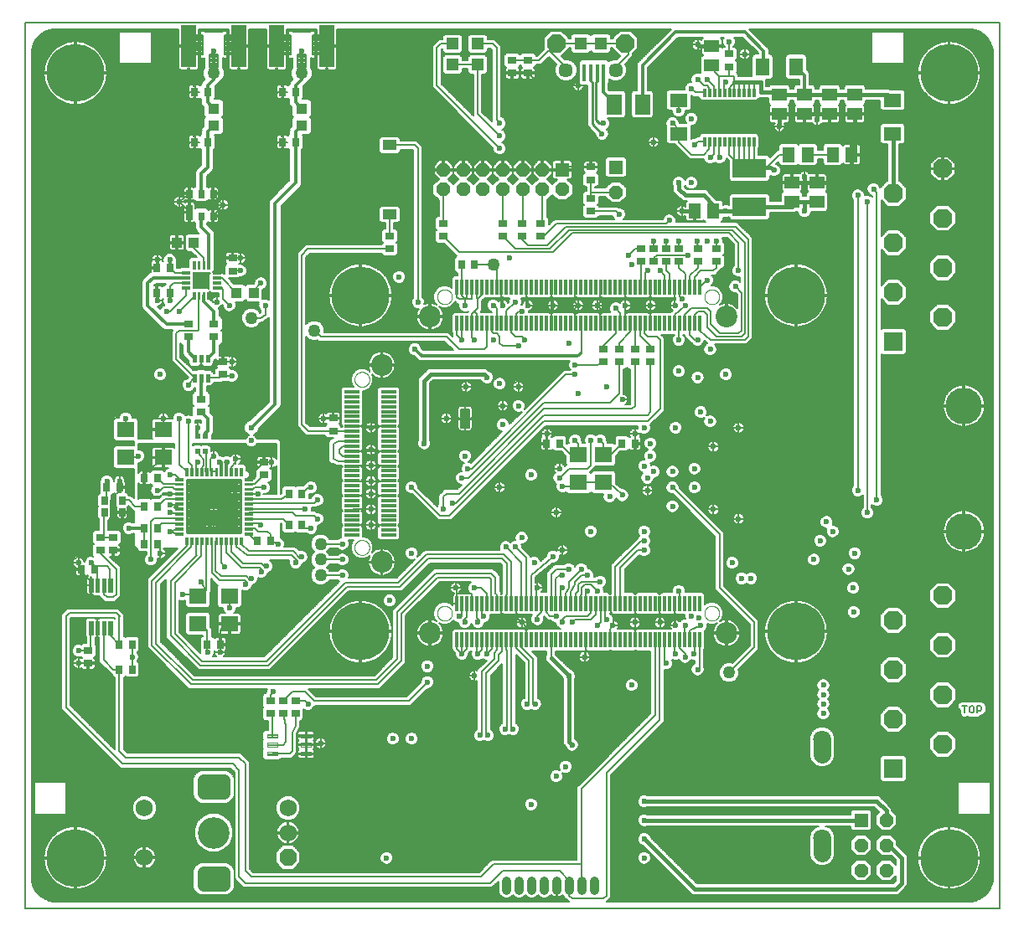
<source format=gtl>
G75*
%MOIN*%
%OFA0B0*%
%FSLAX25Y25*%
%IPPOS*%
%LPD*%
%AMOC8*
5,1,8,0,0,1.08239X$1,22.5*
%
%ADD10C,0.00600*%
%ADD11C,0.23000*%
%ADD12R,0.13386X0.07480*%
%ADD13R,0.05906X0.05118*%
%ADD14C,0.01112*%
%ADD15C,0.00236*%
%ADD16R,0.07098X0.06299*%
%ADD17R,0.02756X0.03543*%
%ADD18R,0.03543X0.02756*%
%ADD19C,0.00079*%
%ADD20C,0.00177*%
%ADD21C,0.00315*%
%ADD22R,0.06693X0.06693*%
%ADD23R,0.03937X0.04331*%
%ADD24R,0.04331X0.03937*%
%ADD25C,0.00800*%
%ADD26C,0.05000*%
%ADD27R,0.06000X0.17000*%
%ADD28C,0.00256*%
%ADD29R,0.01378X0.07087*%
%ADD30C,0.05709*%
%ADD31OC8,0.07087*%
%ADD32R,0.04921X0.04921*%
%ADD33R,0.06299X0.07874*%
%ADD34R,0.07600X0.07600*%
%ADD35OC8,0.07600*%
%ADD36C,0.00492*%
%ADD37OC8,0.06890*%
%ADD38C,0.06890*%
%ADD39C,0.05118*%
%ADD40C,0.12598*%
%ADD41R,0.01181X0.05906*%
%ADD42C,0.00000*%
%ADD43C,0.08661*%
%ADD44R,0.05906X0.01181*%
%ADD45C,0.03543*%
%ADD46C,0.07087*%
%ADD47C,0.07087*%
%ADD48R,0.07087X0.05512*%
%ADD49R,0.05512X0.07087*%
%ADD50C,0.00110*%
%ADD51C,0.00638*%
%ADD52C,0.02756*%
%ADD53R,0.05118X0.05906*%
%ADD54C,0.00531*%
%ADD55R,0.05575X0.05575*%
%ADD56OC8,0.05575*%
%ADD57R,0.04724X0.04724*%
%ADD58C,0.14567*%
%ADD59R,0.05512X0.03937*%
%ADD60C,0.02362*%
%ADD61C,0.01350*%
%ADD62C,0.01181*%
%ADD63C,0.01600*%
%ADD64C,0.00591*%
%ADD65C,0.01200*%
%ADD66C,0.04000*%
%ADD67C,0.00850*%
D10*
X0001300Y0001300D02*
X0388800Y0001300D01*
X0388800Y0353800D01*
X0001300Y0353800D01*
X0001300Y0001300D01*
X0006714Y0006687D02*
X0070606Y0006687D01*
X0069867Y0006993D02*
X0071359Y0006375D01*
X0081241Y0006375D01*
X0082733Y0006993D01*
X0083875Y0008135D01*
X0084493Y0009626D01*
X0084493Y0016359D01*
X0083875Y0017851D01*
X0082733Y0018993D01*
X0081241Y0019611D01*
X0071359Y0019611D01*
X0069867Y0018993D01*
X0068725Y0017851D01*
X0068107Y0016359D01*
X0068107Y0009626D01*
X0068725Y0008135D01*
X0069867Y0006993D01*
X0069575Y0007285D02*
X0006138Y0007285D01*
X0006204Y0007197D02*
X0005362Y0008321D01*
X0004689Y0009554D01*
X0004199Y0010870D01*
X0003900Y0012242D01*
X0003800Y0013643D01*
X0003800Y0341457D01*
X0003900Y0342858D01*
X0004199Y0344230D01*
X0004689Y0345546D01*
X0005362Y0346779D01*
X0006204Y0347903D01*
X0007197Y0348896D01*
X0008321Y0349738D01*
X0009554Y0350411D01*
X0010870Y0350901D01*
X0012242Y0351200D01*
X0013643Y0351300D01*
X0062213Y0351300D01*
X0062213Y0344850D01*
X0064287Y0344850D01*
X0064186Y0344676D01*
X0064072Y0344250D01*
X0062213Y0344250D01*
X0062213Y0335907D01*
X0062287Y0335630D01*
X0062430Y0335382D01*
X0062632Y0335180D01*
X0062880Y0335037D01*
X0063157Y0334963D01*
X0066000Y0334963D01*
X0066000Y0335479D01*
X0066443Y0335735D01*
X0066600Y0335892D01*
X0066600Y0334963D01*
X0069443Y0334963D01*
X0069720Y0335037D01*
X0069968Y0335180D01*
X0070170Y0335382D01*
X0070313Y0335630D01*
X0070387Y0335907D01*
X0070387Y0344250D01*
X0070212Y0344250D01*
X0070212Y0344750D01*
X0070812Y0344750D01*
X0070812Y0339632D01*
X0072307Y0339632D01*
X0072500Y0339683D01*
X0072500Y0335862D01*
X0072000Y0334655D01*
X0072000Y0332945D01*
X0072655Y0331364D01*
X0072759Y0331260D01*
X0072398Y0330898D01*
X0071702Y0330202D01*
X0071444Y0329580D01*
X0070796Y0328932D01*
X0070787Y0328942D01*
X0070539Y0329085D01*
X0070262Y0329159D01*
X0069041Y0329159D01*
X0069041Y0328568D01*
X0068800Y0328568D01*
X0068501Y0328568D01*
X0068441Y0328552D01*
X0068441Y0329159D01*
X0067220Y0329159D01*
X0066943Y0329085D01*
X0066695Y0328942D01*
X0066493Y0328739D01*
X0066350Y0328491D01*
X0066276Y0328215D01*
X0066276Y0326600D01*
X0066532Y0326600D01*
X0066531Y0326599D01*
X0066531Y0326300D01*
X0066531Y0326001D01*
X0066532Y0326000D01*
X0066276Y0326000D01*
X0066276Y0324385D01*
X0066350Y0324109D01*
X0066493Y0323861D01*
X0066695Y0323658D01*
X0066943Y0323515D01*
X0067220Y0323441D01*
X0068441Y0323441D01*
X0068441Y0324048D01*
X0068501Y0324031D01*
X0068800Y0324031D01*
X0069041Y0324031D01*
X0069041Y0323441D01*
X0070262Y0323441D01*
X0070539Y0323515D01*
X0070787Y0323658D01*
X0070796Y0323668D01*
X0071384Y0323080D01*
X0071384Y0321595D01*
X0071761Y0320685D01*
X0072335Y0320112D01*
X0072335Y0316932D01*
X0072967Y0316300D01*
X0072335Y0315668D01*
X0072335Y0312488D01*
X0071761Y0311915D01*
X0071384Y0311005D01*
X0071384Y0309520D01*
X0070796Y0308932D01*
X0070787Y0308942D01*
X0070539Y0309085D01*
X0070262Y0309159D01*
X0069041Y0309159D01*
X0069041Y0308568D01*
X0068800Y0308568D01*
X0068501Y0308568D01*
X0068441Y0308552D01*
X0068441Y0309159D01*
X0067220Y0309159D01*
X0066943Y0309085D01*
X0066695Y0308942D01*
X0066493Y0308739D01*
X0066350Y0308491D01*
X0066276Y0308215D01*
X0066276Y0306600D01*
X0066532Y0306600D01*
X0066531Y0306599D01*
X0066531Y0306300D01*
X0066531Y0306001D01*
X0066532Y0306000D01*
X0066276Y0306000D01*
X0066276Y0304385D01*
X0066350Y0304109D01*
X0066493Y0303861D01*
X0066695Y0303658D01*
X0066943Y0303515D01*
X0067220Y0303441D01*
X0068441Y0303441D01*
X0068441Y0304048D01*
X0068501Y0304031D01*
X0068800Y0304031D01*
X0069041Y0304031D01*
X0069041Y0303441D01*
X0070262Y0303441D01*
X0070539Y0303515D01*
X0070787Y0303658D01*
X0070796Y0303668D01*
X0071325Y0303139D01*
X0071325Y0297325D01*
X0069202Y0295202D01*
X0068825Y0294292D01*
X0068825Y0288579D01*
X0068423Y0288177D01*
X0068196Y0288309D01*
X0067887Y0288391D01*
X0066876Y0288391D01*
X0066876Y0286029D01*
X0066276Y0286029D01*
X0066276Y0288391D01*
X0065264Y0288391D01*
X0064955Y0288309D01*
X0064678Y0288148D01*
X0064451Y0287922D01*
X0064291Y0287645D01*
X0064209Y0287336D01*
X0064209Y0286029D01*
X0066276Y0286029D01*
X0066276Y0285429D01*
X0066876Y0285429D01*
X0066876Y0283067D01*
X0067887Y0283067D01*
X0068196Y0283150D01*
X0068423Y0283281D01*
X0069350Y0282354D01*
X0073250Y0282354D01*
X0074177Y0283281D01*
X0074404Y0283150D01*
X0074713Y0283067D01*
X0075724Y0283067D01*
X0075724Y0285429D01*
X0076324Y0285429D01*
X0076324Y0283067D01*
X0077336Y0283067D01*
X0077645Y0283150D01*
X0077922Y0283310D01*
X0078148Y0283536D01*
X0078309Y0283813D01*
X0078391Y0284122D01*
X0078391Y0285429D01*
X0076324Y0285429D01*
X0076324Y0286029D01*
X0075724Y0286029D01*
X0075724Y0288391D01*
X0074713Y0288391D01*
X0074404Y0288309D01*
X0074177Y0288177D01*
X0073775Y0288579D01*
X0073775Y0292775D01*
X0106325Y0292775D01*
X0106325Y0292177D02*
X0073775Y0292177D01*
X0073775Y0292775D02*
X0075202Y0294202D01*
X0075898Y0294898D01*
X0076275Y0295808D01*
X0076275Y0303021D01*
X0077037Y0303783D01*
X0077037Y0308817D01*
X0076669Y0309185D01*
X0079211Y0309185D01*
X0080265Y0310239D01*
X0080265Y0315668D01*
X0079633Y0316300D01*
X0080265Y0316932D01*
X0080265Y0322361D01*
X0079211Y0323415D01*
X0076669Y0323415D01*
X0077037Y0323783D01*
X0077037Y0328537D01*
X0077702Y0329202D01*
X0078398Y0329898D01*
X0078457Y0330039D01*
X0078736Y0330155D01*
X0079945Y0331364D01*
X0080600Y0332945D01*
X0080600Y0334655D01*
X0080100Y0335862D01*
X0080100Y0339683D01*
X0080293Y0339632D01*
X0081788Y0339632D01*
X0081788Y0344750D01*
X0082388Y0344750D01*
X0082388Y0344250D01*
X0082213Y0344250D01*
X0082213Y0335907D01*
X0082287Y0335630D01*
X0082430Y0335382D01*
X0082632Y0335180D01*
X0082880Y0335037D01*
X0083157Y0334963D01*
X0086000Y0334963D01*
X0086000Y0335892D01*
X0086157Y0335735D01*
X0086600Y0335479D01*
X0086600Y0334963D01*
X0089443Y0334963D01*
X0089720Y0335037D01*
X0089968Y0335180D01*
X0090170Y0335382D01*
X0090313Y0335630D01*
X0090387Y0335907D01*
X0090387Y0344250D01*
X0088528Y0344250D01*
X0088414Y0344676D01*
X0088313Y0344850D01*
X0090387Y0344850D01*
X0090387Y0351300D01*
X0097213Y0351300D01*
X0097213Y0344850D01*
X0099287Y0344850D01*
X0099186Y0344676D01*
X0099072Y0344250D01*
X0097213Y0344250D01*
X0097213Y0335907D01*
X0097287Y0335630D01*
X0097430Y0335382D01*
X0097632Y0335180D01*
X0097880Y0335037D01*
X0098157Y0334963D01*
X0101000Y0334963D01*
X0101000Y0335479D01*
X0101443Y0335735D01*
X0101600Y0335892D01*
X0101600Y0334963D01*
X0104443Y0334963D01*
X0104720Y0335037D01*
X0104968Y0335180D01*
X0105170Y0335382D01*
X0105313Y0335630D01*
X0105387Y0335907D01*
X0105387Y0344250D01*
X0105212Y0344250D01*
X0105212Y0344750D01*
X0105812Y0344750D01*
X0105812Y0339632D01*
X0107307Y0339632D01*
X0107500Y0339684D01*
X0107500Y0335862D01*
X0107000Y0334655D01*
X0107000Y0332945D01*
X0107655Y0331364D01*
X0107759Y0331260D01*
X0106761Y0330261D01*
X0106503Y0329640D01*
X0105796Y0328932D01*
X0105787Y0328942D01*
X0105539Y0329085D01*
X0105262Y0329159D01*
X0104041Y0329159D01*
X0104041Y0328568D01*
X0103800Y0328568D01*
X0103501Y0328568D01*
X0103441Y0328552D01*
X0103441Y0329159D01*
X0102220Y0329159D01*
X0101943Y0329085D01*
X0101695Y0328942D01*
X0101493Y0328739D01*
X0101350Y0328491D01*
X0101276Y0328215D01*
X0101276Y0326600D01*
X0101532Y0326600D01*
X0101531Y0326599D01*
X0101531Y0326300D01*
X0101531Y0326001D01*
X0101532Y0326000D01*
X0101276Y0326000D01*
X0101276Y0324385D01*
X0101350Y0324109D01*
X0101493Y0323861D01*
X0101695Y0323658D01*
X0101943Y0323515D01*
X0102220Y0323441D01*
X0103441Y0323441D01*
X0103441Y0324048D01*
X0103501Y0324031D01*
X0103800Y0324031D01*
X0104041Y0324031D01*
X0104041Y0323441D01*
X0105262Y0323441D01*
X0105539Y0323515D01*
X0105787Y0323658D01*
X0105796Y0323668D01*
X0106384Y0323080D01*
X0106384Y0321595D01*
X0106761Y0320685D01*
X0107335Y0320112D01*
X0107335Y0316932D01*
X0107967Y0316300D01*
X0107335Y0315668D01*
X0107335Y0312488D01*
X0106761Y0311915D01*
X0106384Y0311005D01*
X0106384Y0309520D01*
X0105796Y0308932D01*
X0105787Y0308942D01*
X0105539Y0309085D01*
X0105262Y0309159D01*
X0104041Y0309159D01*
X0104041Y0308568D01*
X0103800Y0308568D01*
X0103501Y0308568D01*
X0103441Y0308552D01*
X0103441Y0309159D01*
X0102220Y0309159D01*
X0101943Y0309085D01*
X0101695Y0308942D01*
X0101493Y0308739D01*
X0101350Y0308491D01*
X0101276Y0308215D01*
X0101276Y0306600D01*
X0101532Y0306600D01*
X0101531Y0306599D01*
X0101531Y0306300D01*
X0101531Y0306001D01*
X0101532Y0306000D01*
X0101276Y0306000D01*
X0101276Y0304385D01*
X0101350Y0304109D01*
X0101493Y0303861D01*
X0101695Y0303658D01*
X0101943Y0303515D01*
X0102220Y0303441D01*
X0103441Y0303441D01*
X0103441Y0304048D01*
X0103501Y0304031D01*
X0103800Y0304031D01*
X0104041Y0304031D01*
X0104041Y0303441D01*
X0105262Y0303441D01*
X0105539Y0303515D01*
X0105787Y0303658D01*
X0105796Y0303668D01*
X0106325Y0303139D01*
X0106325Y0291075D01*
X0098577Y0283327D01*
X0098200Y0282417D01*
X0098200Y0243622D01*
X0097333Y0243981D01*
X0096267Y0243981D01*
X0095615Y0243711D01*
X0095615Y0247382D01*
X0096569Y0247777D01*
X0097323Y0248531D01*
X0097731Y0249517D01*
X0097731Y0250583D01*
X0097323Y0251569D01*
X0096569Y0252323D01*
X0095583Y0252731D01*
X0094517Y0252731D01*
X0093531Y0252323D01*
X0092777Y0251569D01*
X0092369Y0250583D01*
X0092369Y0249965D01*
X0089557Y0249965D01*
X0088800Y0249209D01*
X0088043Y0249965D01*
X0084334Y0249965D01*
X0082186Y0252113D01*
X0086193Y0252113D01*
X0086449Y0252369D01*
X0087458Y0252369D01*
X0088444Y0252777D01*
X0089198Y0253531D01*
X0089606Y0254517D01*
X0089606Y0255583D01*
X0089198Y0256569D01*
X0088444Y0257323D01*
X0087458Y0257731D01*
X0086392Y0257731D01*
X0086349Y0257713D01*
X0086215Y0257847D01*
X0086239Y0257861D01*
X0086258Y0257880D01*
X0086626Y0257781D01*
X0086925Y0257781D01*
X0087224Y0257781D01*
X0087801Y0257936D01*
X0088318Y0258235D01*
X0088740Y0258657D01*
X0089039Y0259174D01*
X0089193Y0259751D01*
X0089193Y0260050D01*
X0089193Y0260349D01*
X0089039Y0260926D01*
X0088740Y0261443D01*
X0088318Y0261865D01*
X0087801Y0262164D01*
X0087224Y0262318D01*
X0086925Y0262318D01*
X0086626Y0262318D01*
X0086352Y0262245D01*
X0086239Y0262357D01*
X0085991Y0262500D01*
X0085715Y0262574D01*
X0084100Y0262574D01*
X0084100Y0260409D01*
X0084673Y0260409D01*
X0084656Y0260349D01*
X0084656Y0260050D01*
X0086925Y0260050D01*
X0086241Y0260109D01*
X0083800Y0260109D01*
X0083741Y0260050D01*
X0081300Y0260050D01*
X0080050Y0258800D01*
X0080050Y0255050D01*
X0079253Y0254253D01*
X0077402Y0254253D01*
X0076561Y0255069D02*
X0080528Y0255069D01*
X0080528Y0255667D02*
X0076643Y0255667D01*
X0076643Y0255151D02*
X0076643Y0256706D01*
X0076728Y0256910D01*
X0076728Y0270090D01*
X0076351Y0270999D01*
X0073775Y0273575D01*
X0073775Y0274021D01*
X0074177Y0274423D01*
X0074404Y0274291D01*
X0074713Y0274209D01*
X0075724Y0274209D01*
X0075724Y0276571D01*
X0076324Y0276571D01*
X0076324Y0274209D01*
X0077336Y0274209D01*
X0077645Y0274291D01*
X0077922Y0274451D01*
X0078148Y0274678D01*
X0078309Y0274955D01*
X0078391Y0275264D01*
X0078391Y0276571D01*
X0076324Y0276571D01*
X0076324Y0277171D01*
X0075724Y0277171D01*
X0075724Y0279533D01*
X0074713Y0279533D01*
X0074404Y0279450D01*
X0074177Y0279319D01*
X0073250Y0280246D01*
X0069350Y0280246D01*
X0068943Y0279838D01*
X0068943Y0281430D01*
X0068860Y0281740D01*
X0068700Y0282017D01*
X0068473Y0282243D01*
X0068196Y0282403D01*
X0067887Y0282486D01*
X0066876Y0282486D01*
X0066876Y0278647D01*
X0066276Y0278647D01*
X0066276Y0282486D01*
X0065264Y0282486D01*
X0064955Y0282403D01*
X0064818Y0282324D01*
X0064818Y0282550D01*
X0064818Y0282849D01*
X0064698Y0283298D01*
X0064955Y0283150D01*
X0065264Y0283067D01*
X0066276Y0283067D01*
X0066276Y0285429D01*
X0064209Y0285429D01*
X0064209Y0284122D01*
X0064217Y0284091D01*
X0063943Y0284365D01*
X0063426Y0284664D01*
X0062849Y0284818D01*
X0062550Y0284818D01*
X0062251Y0284818D01*
X0061674Y0284664D01*
X0061157Y0284365D01*
X0060735Y0283943D01*
X0060436Y0283426D01*
X0060281Y0282849D01*
X0060281Y0282550D01*
X0060281Y0282251D01*
X0060436Y0281674D01*
X0060735Y0281157D01*
X0061157Y0280735D01*
X0061674Y0280436D01*
X0062251Y0280281D01*
X0062550Y0280281D01*
X0062849Y0280281D01*
X0063426Y0280436D01*
X0063943Y0280735D01*
X0064209Y0281001D01*
X0064209Y0278647D01*
X0066276Y0278647D01*
X0066276Y0278047D01*
X0066876Y0278047D01*
X0066876Y0274209D01*
X0067887Y0274209D01*
X0068196Y0274291D01*
X0068423Y0274423D01*
X0068825Y0274021D01*
X0068825Y0272058D01*
X0069202Y0271148D01*
X0070384Y0269965D01*
X0065807Y0269965D01*
X0064928Y0269087D01*
X0064928Y0263513D01*
X0065807Y0262635D01*
X0067420Y0262635D01*
X0069577Y0260477D01*
X0067205Y0260477D01*
X0066257Y0259529D01*
X0066257Y0256343D01*
X0063071Y0256343D01*
X0062780Y0256053D01*
X0061737Y0256053D01*
X0061737Y0258693D01*
X0061481Y0258949D01*
X0061481Y0259958D01*
X0061073Y0260944D01*
X0060319Y0261698D01*
X0059333Y0262106D01*
X0058267Y0262106D01*
X0057281Y0261698D01*
X0056527Y0260944D01*
X0056119Y0259958D01*
X0056119Y0258892D01*
X0056137Y0258849D01*
X0056003Y0258715D01*
X0055989Y0258739D01*
X0055970Y0258758D01*
X0056068Y0259126D01*
X0056068Y0259425D01*
X0056068Y0259724D01*
X0055914Y0260301D01*
X0055615Y0260818D01*
X0055193Y0261240D01*
X0054676Y0261539D01*
X0054099Y0261693D01*
X0053800Y0261693D01*
X0053501Y0261693D01*
X0052924Y0261539D01*
X0052407Y0261240D01*
X0051985Y0260818D01*
X0051686Y0260301D01*
X0051531Y0259724D01*
X0051531Y0259425D01*
X0051531Y0259126D01*
X0051605Y0258852D01*
X0051493Y0258739D01*
X0051350Y0258491D01*
X0051276Y0258215D01*
X0051276Y0256600D01*
X0053441Y0256600D01*
X0053441Y0257173D01*
X0053501Y0257156D01*
X0053800Y0257156D01*
X0053800Y0259425D01*
X0053800Y0259425D01*
X0053800Y0261693D01*
X0053800Y0259425D01*
X0056068Y0259425D01*
X0053800Y0259425D01*
X0053800Y0259425D01*
X0053800Y0259425D01*
X0053800Y0259425D01*
X0051531Y0259425D01*
X0053800Y0259425D01*
X0053800Y0257156D01*
X0054041Y0257156D01*
X0054041Y0256600D01*
X0053441Y0256600D01*
X0053441Y0256000D01*
X0051276Y0256000D01*
X0051276Y0254545D01*
X0050882Y0254382D01*
X0050186Y0253686D01*
X0048648Y0252148D01*
X0047952Y0251452D01*
X0047575Y0250542D01*
X0047575Y0240808D01*
X0047952Y0239898D01*
X0048648Y0239202D01*
X0056089Y0231761D01*
X0056999Y0231384D01*
X0060088Y0231384D01*
X0059500Y0230796D01*
X0059500Y0219058D01*
X0060554Y0218004D01*
X0060554Y0218004D01*
X0066195Y0212363D01*
X0066063Y0212231D01*
X0065767Y0212231D01*
X0064781Y0211823D01*
X0064027Y0211069D01*
X0063619Y0210083D01*
X0063619Y0209017D01*
X0064027Y0208031D01*
X0064781Y0207277D01*
X0065767Y0206869D01*
X0066833Y0206869D01*
X0067819Y0207277D01*
X0068573Y0208031D01*
X0068825Y0208640D01*
X0068825Y0207037D01*
X0068783Y0207037D01*
X0067728Y0205983D01*
X0067728Y0201736D01*
X0068164Y0201300D01*
X0067728Y0200864D01*
X0067728Y0197360D01*
X0066833Y0197731D01*
X0065767Y0197731D01*
X0064992Y0197410D01*
X0064823Y0197819D01*
X0064069Y0198573D01*
X0063083Y0198981D01*
X0062017Y0198981D01*
X0061031Y0198573D01*
X0060277Y0197819D01*
X0059869Y0196833D01*
X0059869Y0196135D01*
X0058568Y0196135D01*
X0058568Y0196300D01*
X0058568Y0196599D01*
X0058414Y0197176D01*
X0058115Y0197693D01*
X0057693Y0198115D01*
X0057176Y0198414D01*
X0056599Y0198568D01*
X0056300Y0198568D01*
X0056001Y0198568D01*
X0055424Y0198414D01*
X0054907Y0198115D01*
X0054485Y0197693D01*
X0054186Y0197176D01*
X0054031Y0196599D01*
X0054031Y0196300D01*
X0054031Y0196135D01*
X0052608Y0196135D01*
X0052331Y0196061D01*
X0052083Y0195918D01*
X0051881Y0195716D01*
X0051737Y0195468D01*
X0051663Y0195191D01*
X0051663Y0192198D01*
X0056000Y0192198D01*
X0056000Y0191598D01*
X0051663Y0191598D01*
X0051663Y0188606D01*
X0051737Y0188329D01*
X0051870Y0188100D01*
X0046322Y0188100D01*
X0046349Y0188127D01*
X0046349Y0195669D01*
X0045471Y0196548D01*
X0043981Y0196548D01*
X0043981Y0196833D01*
X0043573Y0197819D01*
X0042819Y0198573D01*
X0041833Y0198981D01*
X0040767Y0198981D01*
X0039781Y0198573D01*
X0039027Y0197819D01*
X0038619Y0196833D01*
X0038619Y0196548D01*
X0037129Y0196548D01*
X0036251Y0195669D01*
X0036251Y0188127D01*
X0037129Y0187249D01*
X0044703Y0187249D01*
X0044500Y0187046D01*
X0044500Y0185351D01*
X0037129Y0185351D01*
X0036251Y0184473D01*
X0036251Y0176931D01*
X0037129Y0176052D01*
X0044500Y0176052D01*
X0044500Y0164396D01*
X0043296Y0165600D01*
X0042524Y0165600D01*
X0042524Y0165789D01*
X0041577Y0166737D01*
X0041285Y0166737D01*
X0041324Y0166885D01*
X0041324Y0168500D01*
X0039159Y0168500D01*
X0039159Y0166737D01*
X0038559Y0166737D01*
X0038559Y0168500D01*
X0039159Y0168500D01*
X0039159Y0169048D01*
X0039354Y0169100D01*
X0041324Y0169100D01*
X0041324Y0170715D01*
X0041250Y0170991D01*
X0041107Y0171239D01*
X0041068Y0171278D01*
X0041068Y0171300D01*
X0041068Y0171599D01*
X0040914Y0172176D01*
X0040615Y0172693D01*
X0040193Y0173115D01*
X0039676Y0173414D01*
X0039099Y0173568D01*
X0038800Y0173568D01*
X0038501Y0173568D01*
X0037924Y0173414D01*
X0037407Y0173115D01*
X0036985Y0172693D01*
X0036686Y0172176D01*
X0036531Y0171599D01*
X0036531Y0171300D01*
X0036531Y0171280D01*
X0036481Y0171331D01*
X0036481Y0171833D01*
X0036073Y0172819D01*
X0035319Y0173573D01*
X0034333Y0173981D01*
X0033267Y0173981D01*
X0032281Y0173573D01*
X0031527Y0172819D01*
X0031119Y0171833D01*
X0031119Y0171449D01*
X0030863Y0171193D01*
X0030863Y0166577D01*
X0030076Y0165789D01*
X0030076Y0161535D01*
X0030311Y0161300D01*
X0030076Y0161065D01*
X0030076Y0156811D01*
X0030750Y0156136D01*
X0030750Y0151737D01*
X0028907Y0151737D01*
X0028028Y0150858D01*
X0028028Y0146860D01*
X0028588Y0146300D01*
X0028028Y0145740D01*
X0028028Y0141742D01*
X0028434Y0141336D01*
X0028083Y0141481D01*
X0027017Y0141481D01*
X0026031Y0141073D01*
X0025277Y0140319D01*
X0024869Y0139333D01*
X0024869Y0139159D01*
X0024802Y0139159D01*
X0024664Y0139676D01*
X0024365Y0140193D01*
X0023943Y0140615D01*
X0023426Y0140914D01*
X0022849Y0141068D01*
X0022550Y0141068D01*
X0022251Y0141068D01*
X0021674Y0140914D01*
X0021157Y0140615D01*
X0020735Y0140193D01*
X0020436Y0139676D01*
X0020281Y0139099D01*
X0020281Y0138800D01*
X0020281Y0138501D01*
X0020436Y0137924D01*
X0020735Y0137407D01*
X0021157Y0136985D01*
X0021276Y0136916D01*
X0021276Y0136600D01*
X0021996Y0136600D01*
X0022251Y0136531D01*
X0022550Y0136531D01*
X0022849Y0136531D01*
X0023104Y0136600D01*
X0023441Y0136600D01*
X0023441Y0136000D01*
X0024041Y0136000D01*
X0024041Y0133441D01*
X0025262Y0133441D01*
X0025539Y0133515D01*
X0025787Y0133658D01*
X0025989Y0133861D01*
X0026003Y0133885D01*
X0026418Y0133470D01*
X0026278Y0133433D01*
X0026022Y0133284D01*
X0025812Y0133075D01*
X0025663Y0132818D01*
X0025587Y0132531D01*
X0025587Y0129858D01*
X0027368Y0129858D01*
X0027368Y0133028D01*
X0027555Y0133028D01*
X0027555Y0129858D01*
X0027368Y0129858D01*
X0027368Y0129671D01*
X0027555Y0129671D01*
X0027555Y0126020D01*
X0028222Y0126020D01*
X0028635Y0125607D01*
X0030750Y0125607D01*
X0030750Y0125554D01*
X0032000Y0124304D01*
X0033054Y0123250D01*
X0037046Y0123250D01*
X0038296Y0124500D01*
X0039350Y0125554D01*
X0039350Y0137046D01*
X0035120Y0141276D01*
X0036000Y0141276D01*
X0036000Y0143441D01*
X0036600Y0143441D01*
X0036600Y0144041D01*
X0039159Y0144041D01*
X0039159Y0145262D01*
X0039085Y0145539D01*
X0038942Y0145787D01*
X0038739Y0145989D01*
X0038715Y0146003D01*
X0039572Y0146860D01*
X0039572Y0150858D01*
X0038693Y0151737D01*
X0034350Y0151737D01*
X0034350Y0155863D01*
X0034490Y0155863D01*
X0035438Y0156811D01*
X0035438Y0161065D01*
X0035203Y0161300D01*
X0035438Y0161535D01*
X0035438Y0163798D01*
X0035541Y0163901D01*
X0035541Y0165528D01*
X0035740Y0165528D01*
X0036597Y0166385D01*
X0036611Y0166361D01*
X0036813Y0166158D01*
X0037061Y0166015D01*
X0037319Y0165946D01*
X0037162Y0165789D01*
X0037162Y0161535D01*
X0037723Y0160974D01*
X0037657Y0160860D01*
X0037575Y0160553D01*
X0037575Y0159228D01*
X0039553Y0159228D01*
X0039553Y0158647D01*
X0040134Y0158647D01*
X0040134Y0156276D01*
X0041065Y0156276D01*
X0041372Y0156358D01*
X0041646Y0156516D01*
X0041871Y0156741D01*
X0042030Y0157016D01*
X0042112Y0157322D01*
X0042112Y0158647D01*
X0040134Y0158647D01*
X0040134Y0159228D01*
X0042112Y0159228D01*
X0042112Y0160553D01*
X0042030Y0160860D01*
X0041963Y0160974D01*
X0042397Y0161408D01*
X0043250Y0160554D01*
X0044304Y0159500D01*
X0044500Y0159500D01*
X0044500Y0154725D01*
X0044167Y0154725D01*
X0044069Y0154823D01*
X0043083Y0155231D01*
X0042017Y0155231D01*
X0041031Y0154823D01*
X0040277Y0154069D01*
X0039869Y0153083D01*
X0039869Y0152017D01*
X0040277Y0151031D01*
X0041031Y0150277D01*
X0042017Y0149869D01*
X0043083Y0149869D01*
X0044069Y0150277D01*
X0044167Y0150375D01*
X0044500Y0150375D01*
X0044500Y0145554D01*
X0045554Y0144500D01*
X0045863Y0144500D01*
X0045863Y0143907D01*
X0046742Y0143028D01*
X0049500Y0143028D01*
X0049500Y0142042D01*
X0049027Y0141569D01*
X0048619Y0140583D01*
X0048619Y0139517D01*
X0049027Y0138531D01*
X0049781Y0137777D01*
X0050767Y0137369D01*
X0051833Y0137369D01*
X0052819Y0137777D01*
X0053573Y0138531D01*
X0053981Y0139517D01*
X0053981Y0140548D01*
X0054174Y0140436D01*
X0054751Y0140281D01*
X0055050Y0140281D01*
X0055349Y0140281D01*
X0055926Y0140436D01*
X0056443Y0140735D01*
X0056865Y0141157D01*
X0057164Y0141674D01*
X0057318Y0142251D01*
X0057318Y0142550D01*
X0057318Y0142849D01*
X0057164Y0143426D01*
X0056865Y0143943D01*
X0056443Y0144365D01*
X0056324Y0144434D01*
X0056324Y0144500D01*
X0061932Y0144500D01*
X0049850Y0132418D01*
X0049850Y0105182D01*
X0050963Y0104069D01*
X0066432Y0088600D01*
X0097583Y0088600D01*
X0097369Y0088083D01*
X0097369Y0087414D01*
X0097000Y0087046D01*
X0097000Y0086737D01*
X0096407Y0086737D01*
X0095528Y0085858D01*
X0095528Y0081860D01*
X0096088Y0081300D01*
X0095528Y0080740D01*
X0095528Y0076742D01*
X0096407Y0075863D01*
X0097807Y0075863D01*
X0097807Y0072328D01*
X0096768Y0072328D01*
X0095745Y0071305D01*
X0095745Y0068382D01*
X0096055Y0068072D01*
X0095745Y0067761D01*
X0095745Y0064839D01*
X0096055Y0064528D01*
X0095745Y0064218D01*
X0095745Y0061295D01*
X0096768Y0060272D01*
X0102446Y0060272D01*
X0103131Y0060957D01*
X0107252Y0060957D01*
X0108296Y0062000D01*
X0109350Y0063054D01*
X0109350Y0070875D01*
X0110279Y0072734D01*
X0110600Y0073054D01*
X0110600Y0073375D01*
X0110743Y0073662D01*
X0110600Y0074092D01*
X0110600Y0075863D01*
X0111193Y0075863D01*
X0112072Y0076742D01*
X0112072Y0080487D01*
X0112281Y0080277D01*
X0113267Y0079869D01*
X0114333Y0079869D01*
X0115319Y0080277D01*
X0116073Y0081031D01*
X0116474Y0082000D01*
X0154546Y0082000D01*
X0161164Y0088619D01*
X0161833Y0088619D01*
X0162819Y0089027D01*
X0163573Y0089781D01*
X0163981Y0090767D01*
X0163981Y0091833D01*
X0163573Y0092819D01*
X0162819Y0093573D01*
X0161833Y0093981D01*
X0160767Y0093981D01*
X0159781Y0093573D01*
X0159027Y0092819D01*
X0158619Y0091833D01*
X0158619Y0091164D01*
X0153054Y0085600D01*
X0117046Y0085600D01*
X0114046Y0088600D01*
X0142418Y0088600D01*
X0143531Y0089713D01*
X0152750Y0098932D01*
X0152750Y0117682D01*
X0166168Y0131100D01*
X0178597Y0131100D01*
X0178531Y0131073D01*
X0177777Y0130319D01*
X0177369Y0129333D01*
X0177369Y0128267D01*
X0177777Y0127281D01*
X0178006Y0127052D01*
X0174010Y0127052D01*
X0174365Y0127407D01*
X0174664Y0127924D01*
X0174818Y0128501D01*
X0174818Y0128800D01*
X0174818Y0129099D01*
X0174664Y0129676D01*
X0174365Y0130193D01*
X0173943Y0130615D01*
X0173426Y0130914D01*
X0172849Y0131068D01*
X0172550Y0131068D01*
X0172251Y0131068D01*
X0171674Y0130914D01*
X0171157Y0130615D01*
X0170735Y0130193D01*
X0170436Y0129676D01*
X0170281Y0129099D01*
X0170281Y0128800D01*
X0170281Y0128501D01*
X0170436Y0127924D01*
X0170735Y0127407D01*
X0171157Y0126985D01*
X0171674Y0126686D01*
X0172093Y0126574D01*
X0172061Y0126565D01*
X0171813Y0126422D01*
X0171611Y0126220D01*
X0171468Y0125972D01*
X0171394Y0125695D01*
X0171394Y0122599D01*
X0171394Y0121716D01*
X0170673Y0122437D01*
X0169036Y0123115D01*
X0167265Y0123115D01*
X0165628Y0122437D01*
X0164376Y0121184D01*
X0163698Y0119548D01*
X0163698Y0117776D01*
X0164376Y0116140D01*
X0165000Y0115515D01*
X0164423Y0115809D01*
X0163612Y0116073D01*
X0162770Y0116206D01*
X0162643Y0116206D01*
X0162643Y0111088D01*
X0162043Y0111088D01*
X0162043Y0110488D01*
X0156925Y0110488D01*
X0156925Y0110362D01*
X0157059Y0109519D01*
X0157322Y0108708D01*
X0157709Y0107948D01*
X0158211Y0107259D01*
X0158814Y0106655D01*
X0159504Y0106154D01*
X0160263Y0105767D01*
X0161075Y0105503D01*
X0161917Y0105370D01*
X0162043Y0105370D01*
X0162043Y0110488D01*
X0162643Y0110488D01*
X0162643Y0105370D01*
X0162770Y0105370D01*
X0163612Y0105503D01*
X0164423Y0105767D01*
X0165183Y0106154D01*
X0165873Y0106655D01*
X0166476Y0107259D01*
X0166977Y0107948D01*
X0167364Y0108708D01*
X0167628Y0109519D01*
X0167761Y0110362D01*
X0167761Y0110488D01*
X0162643Y0110488D01*
X0162643Y0111088D01*
X0167761Y0111088D01*
X0167761Y0111215D01*
X0167628Y0112057D01*
X0167364Y0112868D01*
X0166977Y0113628D01*
X0166476Y0114318D01*
X0166103Y0114691D01*
X0167265Y0114209D01*
X0169036Y0114209D01*
X0170673Y0114887D01*
X0171672Y0115887D01*
X0172413Y0115145D01*
X0173399Y0114737D01*
X0173487Y0114737D01*
X0173487Y0114649D01*
X0173895Y0113663D01*
X0174649Y0112909D01*
X0175635Y0112501D01*
X0176701Y0112501D01*
X0177687Y0112909D01*
X0178441Y0113663D01*
X0178800Y0114530D01*
X0179159Y0113663D01*
X0179913Y0112909D01*
X0180899Y0112501D01*
X0181965Y0112501D01*
X0182951Y0112909D01*
X0183705Y0113663D01*
X0184113Y0114649D01*
X0184113Y0114737D01*
X0184201Y0114737D01*
X0185187Y0115145D01*
X0185941Y0115899D01*
X0186349Y0116885D01*
X0186349Y0117951D01*
X0186268Y0118146D01*
X0190032Y0118146D01*
X0190444Y0118559D01*
X0190788Y0118559D01*
X0190788Y0118903D01*
X0190788Y0118903D01*
X0190788Y0118903D01*
X0190788Y0118559D01*
X0191132Y0118559D01*
X0191545Y0118146D01*
X0195937Y0118146D01*
X0196350Y0118559D01*
X0196694Y0118559D01*
X0197038Y0118559D01*
X0197450Y0118146D01*
X0203105Y0118146D01*
X0202777Y0117819D01*
X0202369Y0116833D01*
X0202369Y0115767D01*
X0202777Y0114781D01*
X0203531Y0114027D01*
X0204517Y0113619D01*
X0205583Y0113619D01*
X0206569Y0114027D01*
X0207323Y0114781D01*
X0207731Y0115767D01*
X0207731Y0116833D01*
X0207481Y0117436D01*
X0207550Y0117504D01*
X0209304Y0115750D01*
X0210558Y0115750D01*
X0211031Y0115277D01*
X0212017Y0114869D01*
X0212369Y0114869D01*
X0212369Y0114517D01*
X0212777Y0113531D01*
X0213531Y0112777D01*
X0214236Y0112485D01*
X0201387Y0112485D01*
X0200975Y0112072D01*
X0200631Y0112072D01*
X0200631Y0111728D01*
X0200631Y0111728D01*
X0200631Y0111728D01*
X0200631Y0112072D01*
X0200287Y0112072D01*
X0199874Y0112485D01*
X0171860Y0112485D01*
X0170981Y0111606D01*
X0170981Y0104458D01*
X0171272Y0104168D01*
X0171272Y0103783D01*
X0172369Y0102686D01*
X0172369Y0102017D01*
X0172777Y0101031D01*
X0173531Y0100277D01*
X0174517Y0099869D01*
X0175583Y0099869D01*
X0176569Y0100277D01*
X0177323Y0101031D01*
X0177731Y0102017D01*
X0177731Y0102686D01*
X0178625Y0103580D01*
X0178824Y0103580D01*
X0178619Y0103083D01*
X0178619Y0102017D01*
X0179027Y0101031D01*
X0179781Y0100277D01*
X0180767Y0099869D01*
X0181833Y0099869D01*
X0182819Y0100277D01*
X0183175Y0100633D01*
X0183531Y0100277D01*
X0184517Y0099869D01*
X0184801Y0099869D01*
X0181100Y0096168D01*
X0181100Y0095813D01*
X0180926Y0095914D01*
X0180349Y0096068D01*
X0180050Y0096068D01*
X0179751Y0096068D01*
X0179174Y0095914D01*
X0178657Y0095615D01*
X0178235Y0095193D01*
X0177936Y0094676D01*
X0177781Y0094099D01*
X0177781Y0093800D01*
X0177781Y0093501D01*
X0177936Y0092924D01*
X0178235Y0092407D01*
X0178657Y0091985D01*
X0179174Y0091686D01*
X0179751Y0091531D01*
X0180050Y0091531D01*
X0180349Y0091531D01*
X0180926Y0091686D01*
X0181100Y0091787D01*
X0181100Y0072489D01*
X0180700Y0072323D01*
X0179946Y0071569D01*
X0179538Y0070583D01*
X0179538Y0069517D01*
X0179946Y0068531D01*
X0180700Y0067777D01*
X0181686Y0067369D01*
X0182752Y0067369D01*
X0183738Y0067777D01*
X0183800Y0067839D01*
X0183862Y0067777D01*
X0184848Y0067369D01*
X0185914Y0067369D01*
X0186900Y0067777D01*
X0187654Y0068531D01*
X0188062Y0069517D01*
X0188062Y0070583D01*
X0187654Y0071569D01*
X0186900Y0072323D01*
X0186500Y0072489D01*
X0186500Y0093932D01*
X0191100Y0098532D01*
X0191100Y0074989D01*
X0190700Y0074823D01*
X0189946Y0074069D01*
X0189538Y0073083D01*
X0189538Y0072017D01*
X0189946Y0071031D01*
X0190700Y0070277D01*
X0191686Y0069869D01*
X0192752Y0069869D01*
X0193738Y0070277D01*
X0193800Y0070339D01*
X0193862Y0070277D01*
X0194848Y0069869D01*
X0195914Y0069869D01*
X0196900Y0070277D01*
X0197654Y0071031D01*
X0198062Y0072017D01*
X0198062Y0073083D01*
X0197654Y0074069D01*
X0196900Y0074823D01*
X0196500Y0074989D01*
X0196500Y0102282D01*
X0199850Y0098932D01*
X0199850Y0084989D01*
X0199450Y0084823D01*
X0198696Y0084069D01*
X0198288Y0083083D01*
X0198288Y0082017D01*
X0198696Y0081031D01*
X0199450Y0080277D01*
X0200436Y0079869D01*
X0201502Y0079869D01*
X0202488Y0080277D01*
X0202550Y0080339D01*
X0202612Y0080277D01*
X0203598Y0079869D01*
X0204664Y0079869D01*
X0205650Y0080277D01*
X0206404Y0081031D01*
X0206812Y0082017D01*
X0206812Y0083083D01*
X0206404Y0084069D01*
X0205650Y0084823D01*
X0205250Y0084989D01*
X0205250Y0101168D01*
X0204137Y0102281D01*
X0202839Y0103580D01*
X0208673Y0103580D01*
X0208673Y0102329D01*
X0208173Y0101829D01*
X0208173Y0099924D01*
X0214896Y0093201D01*
X0215250Y0092347D01*
X0215250Y0066597D01*
X0216146Y0065701D01*
X0216527Y0064781D01*
X0217281Y0064027D01*
X0218267Y0063619D01*
X0219333Y0063619D01*
X0220319Y0064027D01*
X0221073Y0064781D01*
X0221481Y0065767D01*
X0221481Y0066833D01*
X0221073Y0067819D01*
X0220319Y0068573D01*
X0219850Y0068767D01*
X0219850Y0092347D01*
X0220231Y0093267D01*
X0220231Y0094333D01*
X0219823Y0095319D01*
X0219069Y0096073D01*
X0218149Y0096454D01*
X0212273Y0102329D01*
X0212273Y0103580D01*
X0223496Y0103580D01*
X0223909Y0103992D01*
X0224253Y0103992D01*
X0224597Y0103992D01*
X0225009Y0103580D01*
X0233339Y0103580D01*
X0233751Y0103992D01*
X0234095Y0103992D01*
X0234095Y0104336D01*
X0234095Y0104336D01*
X0234095Y0104336D01*
X0234095Y0103992D01*
X0234439Y0103992D01*
X0234852Y0103580D01*
X0243181Y0103580D01*
X0243594Y0103992D01*
X0243938Y0103992D01*
X0244282Y0103992D01*
X0244694Y0103580D01*
X0250012Y0103580D01*
X0250012Y0078807D01*
X0221804Y0050600D01*
X0220750Y0049546D01*
X0220750Y0020600D01*
X0186804Y0020600D01*
X0185750Y0019546D01*
X0181804Y0015600D01*
X0092046Y0015600D01*
X0090600Y0017046D01*
X0090600Y0059546D01*
X0089546Y0060600D01*
X0087046Y0063100D01*
X0042046Y0063100D01*
X0040541Y0064605D01*
X0040541Y0093028D01*
X0040740Y0093028D01*
X0041300Y0093588D01*
X0041860Y0093028D01*
X0045858Y0093028D01*
X0046737Y0093907D01*
X0046737Y0098693D01*
X0045861Y0099569D01*
X0046073Y0099781D01*
X0046481Y0100767D01*
X0046481Y0101833D01*
X0046073Y0102819D01*
X0045861Y0103031D01*
X0046737Y0103907D01*
X0046737Y0108693D01*
X0045858Y0109572D01*
X0041860Y0109572D01*
X0041300Y0109012D01*
X0040740Y0109572D01*
X0040541Y0109572D01*
X0040541Y0116745D01*
X0040600Y0116804D01*
X0040600Y0118296D01*
X0039350Y0119546D01*
X0038296Y0120600D01*
X0018054Y0120600D01*
X0016804Y0119350D01*
X0015750Y0118296D01*
X0015750Y0080554D01*
X0039304Y0057000D01*
X0083054Y0057000D01*
X0084500Y0055554D01*
X0084500Y0013054D01*
X0085554Y0012000D01*
X0088054Y0009500D01*
X0187046Y0009500D01*
X0188100Y0010554D01*
X0189505Y0011959D01*
X0189505Y0007815D01*
X0190003Y0006612D01*
X0190923Y0005692D01*
X0192126Y0005194D01*
X0193427Y0005194D01*
X0194630Y0005692D01*
X0195276Y0006339D01*
X0195923Y0005692D01*
X0197126Y0005194D01*
X0198427Y0005194D01*
X0199630Y0005692D01*
X0200276Y0006339D01*
X0200923Y0005692D01*
X0202126Y0005194D01*
X0203427Y0005194D01*
X0204630Y0005692D01*
X0205276Y0006339D01*
X0205923Y0005692D01*
X0207126Y0005194D01*
X0208427Y0005194D01*
X0209630Y0005692D01*
X0210550Y0006612D01*
X0210561Y0006638D01*
X0210954Y0006245D01*
X0211422Y0005932D01*
X0211942Y0005716D01*
X0212495Y0005606D01*
X0212584Y0005606D01*
X0212584Y0010045D01*
X0212969Y0010045D01*
X0212969Y0005606D01*
X0213058Y0005606D01*
X0213610Y0005716D01*
X0214131Y0005932D01*
X0214599Y0006245D01*
X0214992Y0006638D01*
X0215003Y0006612D01*
X0215750Y0005865D01*
X0215750Y0005554D01*
X0216804Y0004500D01*
X0217504Y0003800D01*
X0013643Y0003800D01*
X0012242Y0003900D01*
X0010870Y0004199D01*
X0009554Y0004689D01*
X0008321Y0005362D01*
X0007197Y0006204D01*
X0006204Y0007197D01*
X0005690Y0007884D02*
X0068976Y0007884D01*
X0068581Y0008482D02*
X0005275Y0008482D01*
X0004948Y0009081D02*
X0018220Y0009081D01*
X0018238Y0009075D02*
X0019451Y0008834D01*
X0020682Y0008713D01*
X0021000Y0008713D01*
X0021000Y0021000D01*
X0021600Y0021000D01*
X0021600Y0021600D01*
X0033887Y0021600D01*
X0033887Y0021918D01*
X0033766Y0023149D01*
X0033525Y0024362D01*
X0033166Y0025546D01*
X0032693Y0026688D01*
X0032110Y0027779D01*
X0031422Y0028807D01*
X0030638Y0029763D01*
X0029763Y0030638D01*
X0028807Y0031422D01*
X0027779Y0032110D01*
X0026688Y0032693D01*
X0025546Y0033166D01*
X0024362Y0033525D01*
X0023149Y0033766D01*
X0021918Y0033887D01*
X0021600Y0033887D01*
X0021600Y0021600D01*
X0021000Y0021600D01*
X0021000Y0033887D01*
X0020682Y0033887D01*
X0019451Y0033766D01*
X0018238Y0033525D01*
X0017054Y0033166D01*
X0015912Y0032693D01*
X0014821Y0032110D01*
X0013793Y0031422D01*
X0012837Y0030638D01*
X0011962Y0029763D01*
X0011178Y0028807D01*
X0010490Y0027779D01*
X0009907Y0026688D01*
X0009434Y0025546D01*
X0009075Y0024362D01*
X0008834Y0023149D01*
X0008713Y0021918D01*
X0008713Y0021600D01*
X0021000Y0021600D01*
X0021000Y0021000D01*
X0008713Y0021000D01*
X0008713Y0020682D01*
X0008834Y0019451D01*
X0009075Y0018238D01*
X0009434Y0017054D01*
X0009907Y0015912D01*
X0010490Y0014821D01*
X0011178Y0013793D01*
X0011962Y0012837D01*
X0012837Y0011962D01*
X0013793Y0011178D01*
X0014821Y0010490D01*
X0015912Y0009907D01*
X0017054Y0009434D01*
X0018238Y0009075D01*
X0016463Y0009679D02*
X0004643Y0009679D01*
X0004419Y0010278D02*
X0015219Y0010278D01*
X0014244Y0010876D02*
X0004197Y0010876D01*
X0004067Y0011475D02*
X0013431Y0011475D01*
X0012726Y0012073D02*
X0003937Y0012073D01*
X0003869Y0012672D02*
X0012127Y0012672D01*
X0011606Y0013270D02*
X0003827Y0013270D01*
X0003800Y0013869D02*
X0011127Y0013869D01*
X0010727Y0014467D02*
X0003800Y0014467D01*
X0003800Y0015066D02*
X0010360Y0015066D01*
X0010040Y0015664D02*
X0003800Y0015664D01*
X0003800Y0016263D02*
X0009762Y0016263D01*
X0009514Y0016861D02*
X0003800Y0016861D01*
X0003800Y0017460D02*
X0009311Y0017460D01*
X0009130Y0018058D02*
X0003800Y0018058D01*
X0003800Y0018657D02*
X0008992Y0018657D01*
X0008873Y0019255D02*
X0003800Y0019255D01*
X0003800Y0019854D02*
X0008794Y0019854D01*
X0008735Y0020452D02*
X0003800Y0020452D01*
X0003800Y0021051D02*
X0021000Y0021051D01*
X0021000Y0021649D02*
X0021600Y0021649D01*
X0021600Y0021051D02*
X0044217Y0021051D01*
X0044209Y0021101D02*
X0044320Y0020396D01*
X0044541Y0019718D01*
X0044865Y0019082D01*
X0045284Y0018505D01*
X0045788Y0018000D01*
X0046366Y0017581D01*
X0047001Y0017257D01*
X0047680Y0017037D01*
X0048384Y0016925D01*
X0048441Y0016925D01*
X0048441Y0021157D01*
X0049041Y0021157D01*
X0049041Y0016925D01*
X0049098Y0016925D01*
X0049802Y0017037D01*
X0050481Y0017257D01*
X0051116Y0017581D01*
X0051694Y0018000D01*
X0052198Y0018505D01*
X0052617Y0019082D01*
X0052941Y0019718D01*
X0053162Y0020396D01*
X0053273Y0021101D01*
X0053273Y0021157D01*
X0049041Y0021157D01*
X0049041Y0021757D01*
X0053273Y0021757D01*
X0053273Y0021814D01*
X0053162Y0022519D01*
X0052941Y0023197D01*
X0052617Y0023833D01*
X0052198Y0024410D01*
X0051694Y0024915D01*
X0051116Y0025334D01*
X0050481Y0025658D01*
X0049802Y0025878D01*
X0049098Y0025990D01*
X0049041Y0025990D01*
X0049041Y0021758D01*
X0048441Y0021758D01*
X0048441Y0025990D01*
X0048384Y0025990D01*
X0047680Y0025878D01*
X0047001Y0025658D01*
X0046366Y0025334D01*
X0045788Y0024915D01*
X0045284Y0024410D01*
X0044865Y0023833D01*
X0044541Y0023197D01*
X0044320Y0022519D01*
X0044209Y0021814D01*
X0044209Y0021757D01*
X0048441Y0021757D01*
X0048441Y0021157D01*
X0044209Y0021157D01*
X0044209Y0021101D01*
X0044311Y0020452D02*
X0033865Y0020452D01*
X0033887Y0020682D02*
X0033887Y0021000D01*
X0021600Y0021000D01*
X0021600Y0008713D01*
X0021918Y0008713D01*
X0023149Y0008834D01*
X0024362Y0009075D01*
X0025546Y0009434D01*
X0026688Y0009907D01*
X0027779Y0010490D01*
X0028807Y0011178D01*
X0029763Y0011962D01*
X0030638Y0012837D01*
X0031422Y0013793D01*
X0032110Y0014821D01*
X0032693Y0015912D01*
X0033166Y0017054D01*
X0033525Y0018238D01*
X0033766Y0019451D01*
X0033887Y0020682D01*
X0033806Y0019854D02*
X0044496Y0019854D01*
X0044776Y0019255D02*
X0033727Y0019255D01*
X0033608Y0018657D02*
X0045174Y0018657D01*
X0045730Y0018058D02*
X0033470Y0018058D01*
X0033289Y0017460D02*
X0046604Y0017460D01*
X0048441Y0017460D02*
X0049041Y0017460D01*
X0049041Y0018058D02*
X0048441Y0018058D01*
X0048441Y0018657D02*
X0049041Y0018657D01*
X0049041Y0019255D02*
X0048441Y0019255D01*
X0048441Y0019854D02*
X0049041Y0019854D01*
X0049041Y0020452D02*
X0048441Y0020452D01*
X0048441Y0021051D02*
X0049041Y0021051D01*
X0049041Y0021649D02*
X0084500Y0021649D01*
X0084500Y0021051D02*
X0053265Y0021051D01*
X0053171Y0020452D02*
X0084500Y0020452D01*
X0084500Y0019854D02*
X0052985Y0019854D01*
X0052706Y0019255D02*
X0070500Y0019255D01*
X0069531Y0018657D02*
X0052308Y0018657D01*
X0051751Y0018058D02*
X0068932Y0018058D01*
X0068563Y0017460D02*
X0050878Y0017460D01*
X0048441Y0021649D02*
X0033887Y0021649D01*
X0033855Y0022248D02*
X0044277Y0022248D01*
X0044427Y0022846D02*
X0033796Y0022846D01*
X0033707Y0023445D02*
X0044667Y0023445D01*
X0045018Y0024043D02*
X0033588Y0024043D01*
X0033440Y0024642D02*
X0045516Y0024642D01*
X0046237Y0025240D02*
X0033258Y0025240D01*
X0033044Y0025839D02*
X0047559Y0025839D01*
X0048441Y0025839D02*
X0049041Y0025839D01*
X0049041Y0025240D02*
X0048441Y0025240D01*
X0048441Y0024642D02*
X0049041Y0024642D01*
X0049041Y0024043D02*
X0048441Y0024043D01*
X0048441Y0023445D02*
X0049041Y0023445D01*
X0049041Y0022846D02*
X0048441Y0022846D01*
X0048441Y0022248D02*
X0049041Y0022248D01*
X0049923Y0025839D02*
X0070731Y0025839D01*
X0070133Y0026437D02*
X0032796Y0026437D01*
X0032507Y0027036D02*
X0069624Y0027036D01*
X0069688Y0026882D02*
X0071882Y0024688D01*
X0074749Y0023501D01*
X0077851Y0023501D01*
X0080718Y0024688D01*
X0082912Y0026882D01*
X0084099Y0029749D01*
X0084099Y0032851D01*
X0082912Y0035718D01*
X0080718Y0037912D01*
X0077851Y0039099D01*
X0074749Y0039099D01*
X0071882Y0037912D01*
X0069688Y0035718D01*
X0068501Y0032851D01*
X0068501Y0029749D01*
X0069688Y0026882D01*
X0069376Y0027634D02*
X0032187Y0027634D01*
X0031806Y0028233D02*
X0069129Y0028233D01*
X0068881Y0028832D02*
X0031403Y0028832D01*
X0030911Y0029430D02*
X0068633Y0029430D01*
X0068501Y0030029D02*
X0030373Y0030029D01*
X0029774Y0030627D02*
X0068501Y0030627D01*
X0068501Y0031226D02*
X0029047Y0031226D01*
X0028206Y0031824D02*
X0068501Y0031824D01*
X0068501Y0032423D02*
X0027193Y0032423D01*
X0025895Y0033021D02*
X0068571Y0033021D01*
X0068819Y0033620D02*
X0023886Y0033620D01*
X0021600Y0033620D02*
X0021000Y0033620D01*
X0021000Y0033021D02*
X0021600Y0033021D01*
X0021600Y0032423D02*
X0021000Y0032423D01*
X0021000Y0031824D02*
X0021600Y0031824D01*
X0021600Y0031226D02*
X0021000Y0031226D01*
X0021000Y0030627D02*
X0021600Y0030627D01*
X0021600Y0030029D02*
X0021000Y0030029D01*
X0021000Y0029430D02*
X0021600Y0029430D01*
X0021600Y0028832D02*
X0021000Y0028832D01*
X0021000Y0028233D02*
X0021600Y0028233D01*
X0021600Y0027634D02*
X0021000Y0027634D01*
X0021000Y0027036D02*
X0021600Y0027036D01*
X0021600Y0026437D02*
X0021000Y0026437D01*
X0021000Y0025839D02*
X0021600Y0025839D01*
X0021600Y0025240D02*
X0021000Y0025240D01*
X0021000Y0024642D02*
X0021600Y0024642D01*
X0021600Y0024043D02*
X0021000Y0024043D01*
X0021000Y0023445D02*
X0021600Y0023445D01*
X0021600Y0022846D02*
X0021000Y0022846D01*
X0021000Y0022248D02*
X0021600Y0022248D01*
X0021600Y0020452D02*
X0021000Y0020452D01*
X0021000Y0019854D02*
X0021600Y0019854D01*
X0021600Y0019255D02*
X0021000Y0019255D01*
X0021000Y0018657D02*
X0021600Y0018657D01*
X0021600Y0018058D02*
X0021000Y0018058D01*
X0021000Y0017460D02*
X0021600Y0017460D01*
X0021600Y0016861D02*
X0021000Y0016861D01*
X0021000Y0016263D02*
X0021600Y0016263D01*
X0021600Y0015664D02*
X0021000Y0015664D01*
X0021000Y0015066D02*
X0021600Y0015066D01*
X0021600Y0014467D02*
X0021000Y0014467D01*
X0021000Y0013869D02*
X0021600Y0013869D01*
X0021600Y0013270D02*
X0021000Y0013270D01*
X0021000Y0012672D02*
X0021600Y0012672D01*
X0021600Y0012073D02*
X0021000Y0012073D01*
X0021000Y0011475D02*
X0021600Y0011475D01*
X0021600Y0010876D02*
X0021000Y0010876D01*
X0021000Y0010278D02*
X0021600Y0010278D01*
X0021600Y0009679D02*
X0021000Y0009679D01*
X0021000Y0009081D02*
X0021600Y0009081D01*
X0024380Y0009081D02*
X0068333Y0009081D01*
X0068107Y0009679D02*
X0026137Y0009679D01*
X0027381Y0010278D02*
X0068107Y0010278D01*
X0068107Y0010876D02*
X0028356Y0010876D01*
X0029169Y0011475D02*
X0068107Y0011475D01*
X0068107Y0012073D02*
X0029874Y0012073D01*
X0030473Y0012672D02*
X0068107Y0012672D01*
X0068107Y0013270D02*
X0030994Y0013270D01*
X0031473Y0013869D02*
X0068107Y0013869D01*
X0068107Y0014467D02*
X0031873Y0014467D01*
X0032240Y0015066D02*
X0068107Y0015066D01*
X0068107Y0015664D02*
X0032560Y0015664D01*
X0032838Y0016263D02*
X0068107Y0016263D01*
X0068315Y0016861D02*
X0033086Y0016861D01*
X0018714Y0033620D02*
X0003800Y0033620D01*
X0003800Y0034218D02*
X0069067Y0034218D01*
X0069315Y0034817D02*
X0003800Y0034817D01*
X0003800Y0035415D02*
X0069563Y0035415D01*
X0069984Y0036014D02*
X0003800Y0036014D01*
X0003800Y0036612D02*
X0046757Y0036612D01*
X0045940Y0036950D02*
X0047757Y0036198D01*
X0049725Y0036198D01*
X0051542Y0036950D01*
X0052933Y0038341D01*
X0053686Y0040159D01*
X0053686Y0042126D01*
X0052933Y0043944D01*
X0051542Y0045335D01*
X0049725Y0046087D01*
X0047757Y0046087D01*
X0045940Y0045335D01*
X0044549Y0043944D01*
X0043796Y0042126D01*
X0043796Y0040159D01*
X0044549Y0038341D01*
X0045940Y0036950D01*
X0045680Y0037211D02*
X0003800Y0037211D01*
X0003800Y0037809D02*
X0045081Y0037809D01*
X0044521Y0038408D02*
X0003800Y0038408D01*
X0003800Y0039006D02*
X0004844Y0039006D01*
X0004844Y0038917D02*
X0005167Y0038594D01*
X0005622Y0038594D01*
X0017433Y0038594D01*
X0017755Y0038917D01*
X0017755Y0051183D01*
X0017433Y0051505D01*
X0005167Y0051505D01*
X0004844Y0051183D01*
X0004844Y0038917D01*
X0004844Y0039605D02*
X0003800Y0039605D01*
X0003800Y0040203D02*
X0004844Y0040203D01*
X0004844Y0040802D02*
X0003800Y0040802D01*
X0003800Y0041400D02*
X0004844Y0041400D01*
X0004844Y0041999D02*
X0003800Y0041999D01*
X0003800Y0042597D02*
X0004844Y0042597D01*
X0004844Y0043196D02*
X0003800Y0043196D01*
X0003800Y0043794D02*
X0004844Y0043794D01*
X0004844Y0044393D02*
X0003800Y0044393D01*
X0003800Y0044991D02*
X0004844Y0044991D01*
X0004844Y0045590D02*
X0003800Y0045590D01*
X0003800Y0046188D02*
X0004844Y0046188D01*
X0004844Y0046787D02*
X0003800Y0046787D01*
X0003800Y0047385D02*
X0004844Y0047385D01*
X0004844Y0047984D02*
X0003800Y0047984D01*
X0003800Y0048582D02*
X0004844Y0048582D01*
X0004844Y0049181D02*
X0003800Y0049181D01*
X0003800Y0049779D02*
X0004844Y0049779D01*
X0004844Y0050378D02*
X0003800Y0050378D01*
X0003800Y0050976D02*
X0004844Y0050976D01*
X0003800Y0051575D02*
X0068107Y0051575D01*
X0068107Y0052173D02*
X0003800Y0052173D01*
X0003800Y0052772D02*
X0068107Y0052772D01*
X0068107Y0052974D02*
X0068107Y0046241D01*
X0068725Y0044749D01*
X0069867Y0043607D01*
X0071359Y0042989D01*
X0081241Y0042989D01*
X0082733Y0043607D01*
X0083875Y0044749D01*
X0084493Y0046241D01*
X0084493Y0052974D01*
X0083875Y0054465D01*
X0082733Y0055607D01*
X0081241Y0056225D01*
X0071359Y0056225D01*
X0069867Y0055607D01*
X0068725Y0054465D01*
X0068107Y0052974D01*
X0068272Y0053370D02*
X0003800Y0053370D01*
X0003800Y0053969D02*
X0068519Y0053969D01*
X0068827Y0054568D02*
X0003800Y0054568D01*
X0003800Y0055166D02*
X0069426Y0055166D01*
X0070247Y0055765D02*
X0003800Y0055765D01*
X0003800Y0056363D02*
X0083691Y0056363D01*
X0083093Y0056962D02*
X0003800Y0056962D01*
X0003800Y0057560D02*
X0038744Y0057560D01*
X0038146Y0058159D02*
X0003800Y0058159D01*
X0003800Y0058757D02*
X0037547Y0058757D01*
X0036949Y0059356D02*
X0003800Y0059356D01*
X0003800Y0059954D02*
X0036350Y0059954D01*
X0035752Y0060553D02*
X0003800Y0060553D01*
X0003800Y0061151D02*
X0035153Y0061151D01*
X0034555Y0061750D02*
X0003800Y0061750D01*
X0003800Y0062348D02*
X0033956Y0062348D01*
X0033358Y0062947D02*
X0003800Y0062947D01*
X0003800Y0063545D02*
X0032759Y0063545D01*
X0032161Y0064144D02*
X0003800Y0064144D01*
X0003800Y0064742D02*
X0031562Y0064742D01*
X0030964Y0065341D02*
X0003800Y0065341D01*
X0003800Y0065939D02*
X0030365Y0065939D01*
X0029767Y0066538D02*
X0003800Y0066538D01*
X0003800Y0067136D02*
X0029168Y0067136D01*
X0028570Y0067735D02*
X0003800Y0067735D01*
X0003800Y0068333D02*
X0027971Y0068333D01*
X0027373Y0068932D02*
X0003800Y0068932D01*
X0003800Y0069530D02*
X0026774Y0069530D01*
X0026176Y0070129D02*
X0003800Y0070129D01*
X0003800Y0070727D02*
X0025577Y0070727D01*
X0024979Y0071326D02*
X0003800Y0071326D01*
X0003800Y0071924D02*
X0024380Y0071924D01*
X0023782Y0072523D02*
X0003800Y0072523D01*
X0003800Y0073121D02*
X0023183Y0073121D01*
X0022585Y0073720D02*
X0003800Y0073720D01*
X0003800Y0074318D02*
X0021986Y0074318D01*
X0021388Y0074917D02*
X0003800Y0074917D01*
X0003800Y0075515D02*
X0020789Y0075515D01*
X0020190Y0076114D02*
X0003800Y0076114D01*
X0003800Y0076712D02*
X0019592Y0076712D01*
X0018993Y0077311D02*
X0003800Y0077311D01*
X0003800Y0077909D02*
X0018395Y0077909D01*
X0017796Y0078508D02*
X0003800Y0078508D01*
X0003800Y0079106D02*
X0017198Y0079106D01*
X0016599Y0079705D02*
X0003800Y0079705D01*
X0003800Y0080303D02*
X0016001Y0080303D01*
X0015750Y0080902D02*
X0003800Y0080902D01*
X0003800Y0081501D02*
X0015750Y0081501D01*
X0015750Y0082099D02*
X0003800Y0082099D01*
X0003800Y0082698D02*
X0015750Y0082698D01*
X0015750Y0083296D02*
X0003800Y0083296D01*
X0003800Y0083895D02*
X0015750Y0083895D01*
X0015750Y0084493D02*
X0003800Y0084493D01*
X0003800Y0085092D02*
X0015750Y0085092D01*
X0015750Y0085690D02*
X0003800Y0085690D01*
X0003800Y0086289D02*
X0015750Y0086289D01*
X0015750Y0086887D02*
X0003800Y0086887D01*
X0003800Y0087486D02*
X0015750Y0087486D01*
X0015750Y0088084D02*
X0003800Y0088084D01*
X0003800Y0088683D02*
X0015750Y0088683D01*
X0015750Y0089281D02*
X0003800Y0089281D01*
X0003800Y0089880D02*
X0015750Y0089880D01*
X0015750Y0090478D02*
X0003800Y0090478D01*
X0003800Y0091077D02*
X0015750Y0091077D01*
X0015750Y0091675D02*
X0003800Y0091675D01*
X0003800Y0092274D02*
X0015750Y0092274D01*
X0015750Y0092872D02*
X0003800Y0092872D01*
X0003800Y0093471D02*
X0015750Y0093471D01*
X0015750Y0094069D02*
X0003800Y0094069D01*
X0003800Y0094668D02*
X0015750Y0094668D01*
X0015750Y0095266D02*
X0003800Y0095266D01*
X0003800Y0095865D02*
X0015750Y0095865D01*
X0015750Y0096463D02*
X0003800Y0096463D01*
X0003800Y0097062D02*
X0015750Y0097062D01*
X0015750Y0097660D02*
X0003800Y0097660D01*
X0003800Y0098259D02*
X0015750Y0098259D01*
X0015750Y0098857D02*
X0003800Y0098857D01*
X0003800Y0099456D02*
X0015750Y0099456D01*
X0015750Y0100054D02*
X0003800Y0100054D01*
X0003800Y0100653D02*
X0015750Y0100653D01*
X0015750Y0101251D02*
X0003800Y0101251D01*
X0003800Y0101850D02*
X0015750Y0101850D01*
X0015750Y0102448D02*
X0003800Y0102448D01*
X0003800Y0103047D02*
X0015750Y0103047D01*
X0015750Y0103645D02*
X0003800Y0103645D01*
X0003800Y0104244D02*
X0015750Y0104244D01*
X0015750Y0104842D02*
X0003800Y0104842D01*
X0003800Y0105441D02*
X0015750Y0105441D01*
X0015750Y0106039D02*
X0003800Y0106039D01*
X0003800Y0106638D02*
X0015750Y0106638D01*
X0015750Y0107237D02*
X0003800Y0107237D01*
X0003800Y0107835D02*
X0015750Y0107835D01*
X0015750Y0108434D02*
X0003800Y0108434D01*
X0003800Y0109032D02*
X0015750Y0109032D01*
X0015750Y0109631D02*
X0003800Y0109631D01*
X0003800Y0110229D02*
X0015750Y0110229D01*
X0015750Y0110828D02*
X0003800Y0110828D01*
X0003800Y0111426D02*
X0015750Y0111426D01*
X0015750Y0112025D02*
X0003800Y0112025D01*
X0003800Y0112623D02*
X0015750Y0112623D01*
X0015750Y0113222D02*
X0003800Y0113222D01*
X0003800Y0113820D02*
X0015750Y0113820D01*
X0015750Y0114419D02*
X0003800Y0114419D01*
X0003800Y0115017D02*
X0015750Y0115017D01*
X0015750Y0115616D02*
X0003800Y0115616D01*
X0003800Y0116214D02*
X0015750Y0116214D01*
X0015750Y0116813D02*
X0003800Y0116813D01*
X0003800Y0117411D02*
X0015750Y0117411D01*
X0015750Y0118010D02*
X0003800Y0118010D01*
X0003800Y0118608D02*
X0016063Y0118608D01*
X0016661Y0119207D02*
X0003800Y0119207D01*
X0003800Y0119805D02*
X0017260Y0119805D01*
X0017858Y0120404D02*
X0003800Y0120404D01*
X0003800Y0121002D02*
X0049850Y0121002D01*
X0049850Y0120404D02*
X0038492Y0120404D01*
X0039090Y0119805D02*
X0049850Y0119805D01*
X0049850Y0119207D02*
X0039689Y0119207D01*
X0040287Y0118608D02*
X0049850Y0118608D01*
X0049850Y0118010D02*
X0040600Y0118010D01*
X0040600Y0117411D02*
X0049850Y0117411D01*
X0049850Y0116813D02*
X0040600Y0116813D01*
X0040541Y0116214D02*
X0049850Y0116214D01*
X0049850Y0115616D02*
X0040541Y0115616D01*
X0040541Y0115017D02*
X0049850Y0115017D01*
X0049850Y0114419D02*
X0040541Y0114419D01*
X0040541Y0113820D02*
X0049850Y0113820D01*
X0049850Y0113222D02*
X0040541Y0113222D01*
X0040541Y0112623D02*
X0049850Y0112623D01*
X0049850Y0112025D02*
X0040541Y0112025D01*
X0040541Y0111426D02*
X0049850Y0111426D01*
X0049850Y0110828D02*
X0040541Y0110828D01*
X0040541Y0110229D02*
X0049850Y0110229D01*
X0049850Y0109631D02*
X0040541Y0109631D01*
X0041280Y0109032D02*
X0041320Y0109032D01*
X0043859Y0106300D02*
X0043800Y0106241D01*
X0043800Y0101300D01*
X0043800Y0096359D01*
X0043859Y0096300D01*
X0046737Y0096463D02*
X0058568Y0096463D01*
X0057970Y0097062D02*
X0046737Y0097062D01*
X0046737Y0097660D02*
X0057371Y0097660D01*
X0056773Y0098259D02*
X0046737Y0098259D01*
X0046573Y0098857D02*
X0056174Y0098857D01*
X0055576Y0099456D02*
X0045974Y0099456D01*
X0046186Y0100054D02*
X0054977Y0100054D01*
X0054379Y0100653D02*
X0046434Y0100653D01*
X0046481Y0101251D02*
X0053780Y0101251D01*
X0053182Y0101850D02*
X0046474Y0101850D01*
X0046226Y0102448D02*
X0052583Y0102448D01*
X0051985Y0103047D02*
X0045877Y0103047D01*
X0046475Y0103645D02*
X0051386Y0103645D01*
X0050788Y0104244D02*
X0046737Y0104244D01*
X0046737Y0104842D02*
X0050189Y0104842D01*
X0049850Y0105441D02*
X0046737Y0105441D01*
X0046737Y0106039D02*
X0049850Y0106039D01*
X0049850Y0106638D02*
X0046737Y0106638D01*
X0046737Y0107237D02*
X0049850Y0107237D01*
X0049850Y0107835D02*
X0046737Y0107835D01*
X0046737Y0108434D02*
X0049850Y0108434D01*
X0049850Y0109032D02*
X0046398Y0109032D01*
X0038741Y0106300D02*
X0038741Y0117491D01*
X0038800Y0117550D01*
X0037550Y0118800D01*
X0018800Y0118800D01*
X0017550Y0117550D01*
X0017550Y0081300D01*
X0040050Y0058800D01*
X0083800Y0058800D01*
X0086300Y0056300D01*
X0086300Y0013800D01*
X0088800Y0011300D01*
X0186300Y0011300D01*
X0191300Y0016300D01*
X0213800Y0016300D01*
X0217776Y0012324D01*
X0217776Y0010237D01*
X0217550Y0010011D01*
X0217550Y0006300D01*
X0218800Y0005050D01*
X0231300Y0005050D01*
X0232550Y0006300D01*
X0232550Y0055050D01*
X0253780Y0076280D01*
X0253780Y0108032D01*
X0251812Y0108032D02*
X0251812Y0078062D01*
X0222550Y0048800D01*
X0222550Y0018800D01*
X0187550Y0018800D01*
X0182550Y0013800D01*
X0091300Y0013800D01*
X0088800Y0016300D01*
X0088800Y0058800D01*
X0086300Y0061300D01*
X0041300Y0061300D01*
X0038741Y0063859D01*
X0038741Y0096300D01*
X0036300Y0096300D01*
X0032580Y0100020D01*
X0032580Y0112835D01*
X0030114Y0112742D02*
X0030114Y0109091D01*
X0030780Y0109091D01*
X0030780Y0099275D01*
X0034500Y0095554D01*
X0035554Y0094500D01*
X0035863Y0094500D01*
X0035863Y0093907D01*
X0036742Y0093028D01*
X0036941Y0093028D01*
X0036941Y0064455D01*
X0019350Y0082046D01*
X0019350Y0116804D01*
X0019546Y0117000D01*
X0036804Y0117000D01*
X0036941Y0116863D01*
X0036941Y0116576D01*
X0036524Y0116993D01*
X0031194Y0116993D01*
X0030781Y0116580D01*
X0030114Y0116580D01*
X0030114Y0112929D01*
X0029927Y0112929D01*
X0029927Y0116580D01*
X0029260Y0116580D01*
X0028847Y0116993D01*
X0026076Y0116993D01*
X0025174Y0116091D01*
X0025174Y0109580D01*
X0025661Y0109092D01*
X0025661Y0106737D01*
X0023907Y0106737D01*
X0023485Y0106315D01*
X0023083Y0106481D01*
X0022017Y0106481D01*
X0021031Y0106073D01*
X0020277Y0105319D01*
X0019869Y0104333D01*
X0019869Y0103267D01*
X0020277Y0102281D01*
X0021031Y0101527D01*
X0022017Y0101119D01*
X0023083Y0101119D01*
X0023568Y0101320D01*
X0023885Y0101003D01*
X0023861Y0100989D01*
X0023658Y0100787D01*
X0023655Y0100781D01*
X0023426Y0100914D01*
X0022849Y0101068D01*
X0022550Y0101068D01*
X0022251Y0101068D01*
X0021674Y0100914D01*
X0021157Y0100615D01*
X0020735Y0100193D01*
X0020436Y0099676D01*
X0020281Y0099099D01*
X0020281Y0098800D01*
X0020281Y0098501D01*
X0020436Y0097924D01*
X0020735Y0097407D01*
X0021157Y0096985D01*
X0021674Y0096686D01*
X0022251Y0096531D01*
X0022550Y0096531D01*
X0022849Y0096531D01*
X0023426Y0096686D01*
X0023604Y0096789D01*
X0023658Y0096695D01*
X0023861Y0096493D01*
X0024109Y0096350D01*
X0024385Y0096276D01*
X0026000Y0096276D01*
X0026000Y0098441D01*
X0024802Y0098441D01*
X0024818Y0098501D01*
X0024818Y0098800D01*
X0022550Y0098800D01*
X0026241Y0098800D01*
X0026300Y0098741D01*
X0026359Y0098800D01*
X0028800Y0098800D01*
X0030020Y0100020D01*
X0030020Y0112835D01*
X0029927Y0112742D02*
X0030114Y0112742D01*
X0030114Y0112623D02*
X0029927Y0112623D01*
X0029927Y0112742D02*
X0029927Y0109091D01*
X0029261Y0109091D01*
X0029261Y0106169D01*
X0029572Y0105858D01*
X0029572Y0101860D01*
X0028715Y0101003D01*
X0028739Y0100989D01*
X0028942Y0100787D01*
X0029085Y0100539D01*
X0029159Y0100262D01*
X0029159Y0099041D01*
X0026600Y0099041D01*
X0026600Y0098441D01*
X0029159Y0098441D01*
X0029159Y0097220D01*
X0029085Y0096943D01*
X0028942Y0096695D01*
X0028739Y0096493D01*
X0028491Y0096350D01*
X0028215Y0096276D01*
X0026600Y0096276D01*
X0026600Y0098441D01*
X0026000Y0098441D01*
X0026000Y0099041D01*
X0024818Y0099041D01*
X0024818Y0098800D01*
X0022550Y0098800D01*
X0022550Y0098800D01*
X0022550Y0101068D01*
X0022550Y0098800D01*
X0022550Y0098800D01*
X0022550Y0096531D01*
X0022550Y0098800D01*
X0022550Y0098800D01*
X0022550Y0098800D01*
X0020281Y0098800D01*
X0022550Y0098800D01*
X0022550Y0098857D02*
X0022550Y0098857D01*
X0022550Y0098259D02*
X0022550Y0098259D01*
X0022550Y0097660D02*
X0022550Y0097660D01*
X0022550Y0097062D02*
X0022550Y0097062D01*
X0021080Y0097062D02*
X0019350Y0097062D01*
X0019350Y0097660D02*
X0020589Y0097660D01*
X0020346Y0098259D02*
X0019350Y0098259D01*
X0019350Y0098857D02*
X0020281Y0098857D01*
X0020377Y0099456D02*
X0019350Y0099456D01*
X0019350Y0100054D02*
X0020655Y0100054D01*
X0021222Y0100653D02*
X0019350Y0100653D01*
X0019350Y0101251D02*
X0021697Y0101251D01*
X0022550Y0100653D02*
X0022550Y0100653D01*
X0022550Y0100054D02*
X0022550Y0100054D01*
X0022550Y0099456D02*
X0022550Y0099456D01*
X0023403Y0101251D02*
X0023637Y0101251D01*
X0024818Y0098857D02*
X0026000Y0098857D01*
X0026000Y0098259D02*
X0026600Y0098259D01*
X0026600Y0098857D02*
X0031197Y0098857D01*
X0030780Y0099456D02*
X0029159Y0099456D01*
X0029159Y0100054D02*
X0030780Y0100054D01*
X0030780Y0100653D02*
X0029019Y0100653D01*
X0028963Y0101251D02*
X0030780Y0101251D01*
X0030780Y0101850D02*
X0029562Y0101850D01*
X0029572Y0102448D02*
X0030780Y0102448D01*
X0030780Y0103047D02*
X0029572Y0103047D01*
X0029572Y0103645D02*
X0030780Y0103645D01*
X0030780Y0104244D02*
X0029572Y0104244D01*
X0029572Y0104842D02*
X0030780Y0104842D01*
X0030780Y0105441D02*
X0029572Y0105441D01*
X0029390Y0106039D02*
X0030780Y0106039D01*
X0030780Y0106638D02*
X0029261Y0106638D01*
X0029261Y0107237D02*
X0030780Y0107237D01*
X0030780Y0107835D02*
X0029261Y0107835D01*
X0029261Y0108434D02*
X0030780Y0108434D01*
X0030780Y0109032D02*
X0029261Y0109032D01*
X0029927Y0109631D02*
X0030114Y0109631D01*
X0030114Y0110229D02*
X0029927Y0110229D01*
X0029927Y0110828D02*
X0030114Y0110828D01*
X0030114Y0111426D02*
X0029927Y0111426D01*
X0029927Y0112025D02*
X0030114Y0112025D01*
X0030114Y0113222D02*
X0029927Y0113222D01*
X0029927Y0113820D02*
X0030114Y0113820D01*
X0030114Y0114419D02*
X0029927Y0114419D01*
X0029927Y0115017D02*
X0030114Y0115017D01*
X0030114Y0115616D02*
X0029927Y0115616D01*
X0029927Y0116214D02*
X0030114Y0116214D01*
X0031014Y0116813D02*
X0029027Y0116813D01*
X0025896Y0116813D02*
X0019358Y0116813D01*
X0019350Y0116214D02*
X0025297Y0116214D01*
X0025174Y0115616D02*
X0019350Y0115616D01*
X0019350Y0115017D02*
X0025174Y0115017D01*
X0025174Y0114419D02*
X0019350Y0114419D01*
X0019350Y0113820D02*
X0025174Y0113820D01*
X0025174Y0113222D02*
X0019350Y0113222D01*
X0019350Y0112623D02*
X0025174Y0112623D01*
X0025174Y0112025D02*
X0019350Y0112025D01*
X0019350Y0111426D02*
X0025174Y0111426D01*
X0025174Y0110828D02*
X0019350Y0110828D01*
X0019350Y0110229D02*
X0025174Y0110229D01*
X0025174Y0109631D02*
X0019350Y0109631D01*
X0019350Y0109032D02*
X0025661Y0109032D01*
X0025661Y0108434D02*
X0019350Y0108434D01*
X0019350Y0107835D02*
X0025661Y0107835D01*
X0025661Y0107237D02*
X0019350Y0107237D01*
X0019350Y0106638D02*
X0023808Y0106638D01*
X0020998Y0106039D02*
X0019350Y0106039D01*
X0019350Y0105441D02*
X0020399Y0105441D01*
X0020080Y0104842D02*
X0019350Y0104842D01*
X0019350Y0104244D02*
X0019869Y0104244D01*
X0019869Y0103645D02*
X0019350Y0103645D01*
X0019350Y0103047D02*
X0019960Y0103047D01*
X0020208Y0102448D02*
X0019350Y0102448D01*
X0019350Y0101850D02*
X0020708Y0101850D01*
X0022550Y0103800D02*
X0026241Y0103800D01*
X0026300Y0103859D01*
X0027461Y0105020D01*
X0027461Y0112835D01*
X0035139Y0112835D02*
X0035139Y0109902D01*
X0038741Y0106300D01*
X0031796Y0098259D02*
X0029159Y0098259D01*
X0029159Y0097660D02*
X0032394Y0097660D01*
X0032993Y0097062D02*
X0029117Y0097062D01*
X0028688Y0096463D02*
X0033591Y0096463D01*
X0034190Y0095865D02*
X0019350Y0095865D01*
X0019350Y0096463D02*
X0023912Y0096463D01*
X0026000Y0096463D02*
X0026600Y0096463D01*
X0026600Y0097062D02*
X0026000Y0097062D01*
X0026000Y0097660D02*
X0026600Y0097660D01*
X0019350Y0095266D02*
X0034788Y0095266D01*
X0035387Y0094668D02*
X0019350Y0094668D01*
X0019350Y0094069D02*
X0035863Y0094069D01*
X0036299Y0093471D02*
X0019350Y0093471D01*
X0019350Y0092872D02*
X0036941Y0092872D01*
X0036941Y0092274D02*
X0019350Y0092274D01*
X0019350Y0091675D02*
X0036941Y0091675D01*
X0036941Y0091077D02*
X0019350Y0091077D01*
X0019350Y0090478D02*
X0036941Y0090478D01*
X0036941Y0089880D02*
X0019350Y0089880D01*
X0019350Y0089281D02*
X0036941Y0089281D01*
X0036941Y0088683D02*
X0019350Y0088683D01*
X0019350Y0088084D02*
X0036941Y0088084D01*
X0036941Y0087486D02*
X0019350Y0087486D01*
X0019350Y0086887D02*
X0036941Y0086887D01*
X0036941Y0086289D02*
X0019350Y0086289D01*
X0019350Y0085690D02*
X0036941Y0085690D01*
X0036941Y0085092D02*
X0019350Y0085092D01*
X0019350Y0084493D02*
X0036941Y0084493D01*
X0036941Y0083895D02*
X0019350Y0083895D01*
X0019350Y0083296D02*
X0036941Y0083296D01*
X0036941Y0082698D02*
X0019350Y0082698D01*
X0019350Y0082099D02*
X0036941Y0082099D01*
X0036941Y0081501D02*
X0019895Y0081501D01*
X0020494Y0080902D02*
X0036941Y0080902D01*
X0036941Y0080303D02*
X0021092Y0080303D01*
X0021691Y0079705D02*
X0036941Y0079705D01*
X0036941Y0079106D02*
X0022289Y0079106D01*
X0022888Y0078508D02*
X0036941Y0078508D01*
X0036941Y0077909D02*
X0023486Y0077909D01*
X0024085Y0077311D02*
X0036941Y0077311D01*
X0036941Y0076712D02*
X0024683Y0076712D01*
X0025282Y0076114D02*
X0036941Y0076114D01*
X0036941Y0075515D02*
X0025880Y0075515D01*
X0026479Y0074917D02*
X0036941Y0074917D01*
X0036941Y0074318D02*
X0027077Y0074318D01*
X0027676Y0073720D02*
X0036941Y0073720D01*
X0036941Y0073121D02*
X0028274Y0073121D01*
X0028873Y0072523D02*
X0036941Y0072523D01*
X0036941Y0071924D02*
X0029471Y0071924D01*
X0030070Y0071326D02*
X0036941Y0071326D01*
X0036941Y0070727D02*
X0030668Y0070727D01*
X0031267Y0070129D02*
X0036941Y0070129D01*
X0036941Y0069530D02*
X0031865Y0069530D01*
X0032464Y0068932D02*
X0036941Y0068932D01*
X0036941Y0068333D02*
X0033062Y0068333D01*
X0033661Y0067735D02*
X0036941Y0067735D01*
X0036941Y0067136D02*
X0034259Y0067136D01*
X0034858Y0066538D02*
X0036941Y0066538D01*
X0036941Y0065939D02*
X0035456Y0065939D01*
X0036055Y0065341D02*
X0036941Y0065341D01*
X0036941Y0064742D02*
X0036653Y0064742D01*
X0040541Y0064742D02*
X0095841Y0064742D01*
X0095745Y0064144D02*
X0041002Y0064144D01*
X0041600Y0063545D02*
X0095745Y0063545D01*
X0095745Y0062947D02*
X0087199Y0062947D01*
X0087797Y0062348D02*
X0095745Y0062348D01*
X0095745Y0061750D02*
X0088396Y0061750D01*
X0088994Y0061151D02*
X0095889Y0061151D01*
X0096488Y0060553D02*
X0089593Y0060553D01*
X0090191Y0059954D02*
X0215098Y0059954D01*
X0214781Y0059823D02*
X0214027Y0059069D01*
X0213619Y0058083D01*
X0213619Y0057017D01*
X0213998Y0056102D01*
X0213083Y0056481D01*
X0212017Y0056481D01*
X0211031Y0056073D01*
X0210277Y0055319D01*
X0209869Y0054333D01*
X0209869Y0053267D01*
X0210277Y0052281D01*
X0211031Y0051527D01*
X0212017Y0051119D01*
X0213083Y0051119D01*
X0214069Y0051527D01*
X0214823Y0052281D01*
X0215231Y0053267D01*
X0215231Y0054333D01*
X0214852Y0055248D01*
X0215767Y0054869D01*
X0216833Y0054869D01*
X0217819Y0055277D01*
X0218573Y0056031D01*
X0218981Y0057017D01*
X0218981Y0058083D01*
X0218573Y0059069D01*
X0217819Y0059823D01*
X0216833Y0060231D01*
X0215767Y0060231D01*
X0214781Y0059823D01*
X0214314Y0059356D02*
X0090600Y0059356D01*
X0090600Y0058757D02*
X0213898Y0058757D01*
X0213650Y0058159D02*
X0090600Y0058159D01*
X0090600Y0057560D02*
X0213619Y0057560D01*
X0213642Y0056962D02*
X0090600Y0056962D01*
X0090600Y0056363D02*
X0211732Y0056363D01*
X0210723Y0055765D02*
X0090600Y0055765D01*
X0090600Y0055166D02*
X0210214Y0055166D01*
X0209966Y0054568D02*
X0090600Y0054568D01*
X0090600Y0053969D02*
X0209869Y0053969D01*
X0209869Y0053370D02*
X0090600Y0053370D01*
X0090600Y0052772D02*
X0210074Y0052772D01*
X0210385Y0052173D02*
X0090600Y0052173D01*
X0090600Y0051575D02*
X0210983Y0051575D01*
X0214117Y0051575D02*
X0222779Y0051575D01*
X0222181Y0050976D02*
X0090600Y0050976D01*
X0090600Y0050378D02*
X0221582Y0050378D01*
X0220984Y0049779D02*
X0090600Y0049779D01*
X0090600Y0049181D02*
X0220750Y0049181D01*
X0220750Y0048582D02*
X0090600Y0048582D01*
X0090600Y0047984D02*
X0220750Y0047984D01*
X0220750Y0047385D02*
X0090600Y0047385D01*
X0090600Y0046787D02*
X0220750Y0046787D01*
X0220750Y0046188D02*
X0090600Y0046188D01*
X0090600Y0045590D02*
X0103643Y0045590D01*
X0103027Y0045335D02*
X0101635Y0043944D01*
X0100883Y0042126D01*
X0100883Y0040159D01*
X0101635Y0038341D01*
X0103027Y0036950D01*
X0104844Y0036198D01*
X0106811Y0036198D01*
X0108629Y0036950D01*
X0110020Y0038341D01*
X0110772Y0040159D01*
X0110772Y0042126D01*
X0110020Y0043944D01*
X0108629Y0045335D01*
X0106811Y0046087D01*
X0104844Y0046087D01*
X0103027Y0045335D01*
X0102683Y0044991D02*
X0090600Y0044991D01*
X0090600Y0044393D02*
X0102085Y0044393D01*
X0101574Y0043794D02*
X0090600Y0043794D01*
X0090600Y0043196D02*
X0101326Y0043196D01*
X0101078Y0042597D02*
X0090600Y0042597D01*
X0090600Y0041999D02*
X0100883Y0041999D01*
X0100883Y0041400D02*
X0090600Y0041400D01*
X0090600Y0040802D02*
X0100883Y0040802D01*
X0100883Y0040203D02*
X0090600Y0040203D01*
X0090600Y0039605D02*
X0101112Y0039605D01*
X0101360Y0039006D02*
X0090600Y0039006D01*
X0090600Y0038408D02*
X0101608Y0038408D01*
X0102168Y0037809D02*
X0090600Y0037809D01*
X0090600Y0037211D02*
X0102766Y0037211D01*
X0103843Y0036612D02*
X0090600Y0036612D01*
X0090600Y0036014D02*
X0220750Y0036014D01*
X0220750Y0036612D02*
X0107812Y0036612D01*
X0107567Y0035500D02*
X0106889Y0035721D01*
X0106184Y0035832D01*
X0106128Y0035832D01*
X0106128Y0031600D01*
X0110360Y0031600D01*
X0110360Y0031657D01*
X0110248Y0032361D01*
X0110028Y0033040D01*
X0109704Y0033675D01*
X0109285Y0034253D01*
X0108780Y0034757D01*
X0108203Y0035176D01*
X0107567Y0035500D01*
X0107734Y0035415D02*
X0220750Y0035415D01*
X0220750Y0034817D02*
X0108698Y0034817D01*
X0109310Y0034218D02*
X0220750Y0034218D01*
X0220750Y0033620D02*
X0109732Y0033620D01*
X0110034Y0033021D02*
X0220750Y0033021D01*
X0220750Y0032423D02*
X0110228Y0032423D01*
X0110333Y0031824D02*
X0220750Y0031824D01*
X0220750Y0031226D02*
X0106128Y0031226D01*
X0106128Y0031000D02*
X0106128Y0031600D01*
X0105528Y0031600D01*
X0105528Y0035832D01*
X0105471Y0035832D01*
X0104766Y0035721D01*
X0104088Y0035500D01*
X0103452Y0035176D01*
X0102875Y0034757D01*
X0102371Y0034253D01*
X0101951Y0033675D01*
X0101627Y0033040D01*
X0101407Y0032361D01*
X0101295Y0031657D01*
X0101295Y0031600D01*
X0105527Y0031600D01*
X0105527Y0031000D01*
X0101295Y0031000D01*
X0101295Y0030943D01*
X0101407Y0030239D01*
X0101627Y0029560D01*
X0101951Y0028925D01*
X0102371Y0028347D01*
X0102875Y0027843D01*
X0103452Y0027424D01*
X0104088Y0027100D01*
X0104766Y0026879D01*
X0105471Y0026768D01*
X0105528Y0026768D01*
X0105528Y0031000D01*
X0106128Y0031000D01*
X0110360Y0031000D01*
X0110360Y0030943D01*
X0110248Y0030239D01*
X0110028Y0029560D01*
X0109704Y0028925D01*
X0109285Y0028347D01*
X0108780Y0027843D01*
X0108203Y0027424D01*
X0107567Y0027100D01*
X0106889Y0026879D01*
X0106184Y0026768D01*
X0106128Y0026768D01*
X0106128Y0031000D01*
X0106128Y0030627D02*
X0105528Y0030627D01*
X0105528Y0030029D02*
X0106128Y0030029D01*
X0106128Y0029430D02*
X0105528Y0029430D01*
X0105528Y0028832D02*
X0106128Y0028832D01*
X0106128Y0028233D02*
X0105528Y0028233D01*
X0105528Y0027634D02*
X0106128Y0027634D01*
X0106128Y0027036D02*
X0105528Y0027036D01*
X0104284Y0027036D02*
X0090600Y0027036D01*
X0090600Y0027634D02*
X0103162Y0027634D01*
X0102485Y0028233D02*
X0090600Y0028233D01*
X0090600Y0028832D02*
X0102019Y0028832D01*
X0101694Y0029430D02*
X0090600Y0029430D01*
X0090600Y0030029D02*
X0101475Y0030029D01*
X0101345Y0030627D02*
X0090600Y0030627D01*
X0090600Y0031226D02*
X0105527Y0031226D01*
X0105528Y0031824D02*
X0106128Y0031824D01*
X0106128Y0032423D02*
X0105528Y0032423D01*
X0105528Y0033021D02*
X0106128Y0033021D01*
X0106128Y0033620D02*
X0105528Y0033620D01*
X0105528Y0034218D02*
X0106128Y0034218D01*
X0106128Y0034817D02*
X0105528Y0034817D01*
X0105528Y0035415D02*
X0106128Y0035415D01*
X0103921Y0035415D02*
X0090600Y0035415D01*
X0090600Y0034817D02*
X0102957Y0034817D01*
X0102345Y0034218D02*
X0090600Y0034218D01*
X0090600Y0033620D02*
X0101923Y0033620D01*
X0101621Y0033021D02*
X0090600Y0033021D01*
X0090600Y0032423D02*
X0101427Y0032423D01*
X0101322Y0031824D02*
X0090600Y0031824D01*
X0090600Y0026437D02*
X0220750Y0026437D01*
X0220750Y0025839D02*
X0108439Y0025839D01*
X0107876Y0026402D02*
X0110772Y0023506D01*
X0110772Y0019409D01*
X0107876Y0016513D01*
X0103779Y0016513D01*
X0100883Y0019409D01*
X0100883Y0023506D01*
X0103779Y0026402D01*
X0107876Y0026402D01*
X0107371Y0027036D02*
X0220750Y0027036D01*
X0220750Y0027634D02*
X0108493Y0027634D01*
X0109170Y0028233D02*
X0220750Y0028233D01*
X0220750Y0028832D02*
X0109636Y0028832D01*
X0109961Y0029430D02*
X0220750Y0029430D01*
X0220750Y0030029D02*
X0110180Y0030029D01*
X0110310Y0030627D02*
X0220750Y0030627D01*
X0220750Y0025240D02*
X0109038Y0025240D01*
X0109636Y0024642D02*
X0220750Y0024642D01*
X0220750Y0024043D02*
X0110235Y0024043D01*
X0110772Y0023445D02*
X0143403Y0023445D01*
X0143531Y0023573D02*
X0142777Y0022819D01*
X0142369Y0021833D01*
X0142369Y0020767D01*
X0142777Y0019781D01*
X0143531Y0019027D01*
X0144517Y0018619D01*
X0145583Y0018619D01*
X0146569Y0019027D01*
X0147323Y0019781D01*
X0147731Y0020767D01*
X0147731Y0021833D01*
X0147323Y0022819D01*
X0146569Y0023573D01*
X0145583Y0023981D01*
X0144517Y0023981D01*
X0143531Y0023573D01*
X0142805Y0022846D02*
X0110772Y0022846D01*
X0110772Y0022248D02*
X0142541Y0022248D01*
X0142369Y0021649D02*
X0110772Y0021649D01*
X0110772Y0021051D02*
X0142369Y0021051D01*
X0142499Y0020452D02*
X0110772Y0020452D01*
X0110772Y0019854D02*
X0142747Y0019854D01*
X0143303Y0019255D02*
X0110619Y0019255D01*
X0110020Y0018657D02*
X0144425Y0018657D01*
X0145675Y0018657D02*
X0184861Y0018657D01*
X0184263Y0018058D02*
X0109422Y0018058D01*
X0108823Y0017460D02*
X0183664Y0017460D01*
X0183066Y0016861D02*
X0108224Y0016861D01*
X0103431Y0016861D02*
X0090784Y0016861D01*
X0090600Y0017460D02*
X0102832Y0017460D01*
X0102234Y0018058D02*
X0090600Y0018058D01*
X0090600Y0018657D02*
X0101635Y0018657D01*
X0101037Y0019255D02*
X0090600Y0019255D01*
X0090600Y0019854D02*
X0100883Y0019854D01*
X0100883Y0020452D02*
X0090600Y0020452D01*
X0090600Y0021051D02*
X0100883Y0021051D01*
X0100883Y0021649D02*
X0090600Y0021649D01*
X0090600Y0022248D02*
X0100883Y0022248D01*
X0100883Y0022846D02*
X0090600Y0022846D01*
X0090600Y0023445D02*
X0100883Y0023445D01*
X0101420Y0024043D02*
X0090600Y0024043D01*
X0090600Y0024642D02*
X0102019Y0024642D01*
X0102617Y0025240D02*
X0090600Y0025240D01*
X0090600Y0025839D02*
X0103216Y0025839D01*
X0091981Y0015664D02*
X0181869Y0015664D01*
X0182467Y0016263D02*
X0091383Y0016263D01*
X0084500Y0016263D02*
X0084493Y0016263D01*
X0084500Y0016861D02*
X0084285Y0016861D01*
X0084500Y0017460D02*
X0084037Y0017460D01*
X0083668Y0018058D02*
X0084500Y0018058D01*
X0084500Y0018657D02*
X0083069Y0018657D01*
X0082100Y0019255D02*
X0084500Y0019255D01*
X0084500Y0022248D02*
X0053205Y0022248D01*
X0053055Y0022846D02*
X0084500Y0022846D01*
X0084500Y0023445D02*
X0052815Y0023445D01*
X0052464Y0024043D02*
X0073439Y0024043D01*
X0071994Y0024642D02*
X0051966Y0024642D01*
X0051245Y0025240D02*
X0071330Y0025240D01*
X0079161Y0024043D02*
X0084500Y0024043D01*
X0084500Y0024642D02*
X0080606Y0024642D01*
X0081270Y0025240D02*
X0084500Y0025240D01*
X0084500Y0025839D02*
X0081869Y0025839D01*
X0082467Y0026437D02*
X0084500Y0026437D01*
X0084500Y0027036D02*
X0082976Y0027036D01*
X0083223Y0027634D02*
X0084500Y0027634D01*
X0084500Y0028233D02*
X0083471Y0028233D01*
X0083719Y0028832D02*
X0084500Y0028832D01*
X0084500Y0029430D02*
X0083967Y0029430D01*
X0084099Y0030029D02*
X0084500Y0030029D01*
X0084500Y0030627D02*
X0084099Y0030627D01*
X0084099Y0031226D02*
X0084500Y0031226D01*
X0084500Y0031824D02*
X0084099Y0031824D01*
X0084099Y0032423D02*
X0084500Y0032423D01*
X0084500Y0033021D02*
X0084029Y0033021D01*
X0083781Y0033620D02*
X0084500Y0033620D01*
X0084500Y0034218D02*
X0083533Y0034218D01*
X0083285Y0034817D02*
X0084500Y0034817D01*
X0084500Y0035415D02*
X0083037Y0035415D01*
X0082616Y0036014D02*
X0084500Y0036014D01*
X0084500Y0036612D02*
X0082018Y0036612D01*
X0081419Y0037211D02*
X0084500Y0037211D01*
X0084500Y0037809D02*
X0080821Y0037809D01*
X0079521Y0038408D02*
X0084500Y0038408D01*
X0084500Y0039006D02*
X0078076Y0039006D01*
X0074524Y0039006D02*
X0053208Y0039006D01*
X0052960Y0038408D02*
X0073079Y0038408D01*
X0071779Y0037809D02*
X0052401Y0037809D01*
X0051802Y0037211D02*
X0071181Y0037211D01*
X0070582Y0036612D02*
X0050725Y0036612D01*
X0053456Y0039605D02*
X0084500Y0039605D01*
X0084500Y0040203D02*
X0053686Y0040203D01*
X0053686Y0040802D02*
X0084500Y0040802D01*
X0084500Y0041400D02*
X0053686Y0041400D01*
X0053686Y0041999D02*
X0084500Y0041999D01*
X0084500Y0042597D02*
X0053491Y0042597D01*
X0053243Y0043196D02*
X0070859Y0043196D01*
X0069679Y0043794D02*
X0052995Y0043794D01*
X0052484Y0044393D02*
X0069081Y0044393D01*
X0068625Y0044991D02*
X0051885Y0044991D01*
X0050926Y0045590D02*
X0068377Y0045590D01*
X0068129Y0046188D02*
X0017755Y0046188D01*
X0017755Y0045590D02*
X0046556Y0045590D01*
X0045597Y0044991D02*
X0017755Y0044991D01*
X0017755Y0044393D02*
X0044998Y0044393D01*
X0044487Y0043794D02*
X0017755Y0043794D01*
X0017755Y0043196D02*
X0044239Y0043196D01*
X0043991Y0042597D02*
X0017755Y0042597D01*
X0017755Y0041999D02*
X0043796Y0041999D01*
X0043796Y0041400D02*
X0017755Y0041400D01*
X0017755Y0040802D02*
X0043796Y0040802D01*
X0043796Y0040203D02*
X0017755Y0040203D01*
X0017755Y0039605D02*
X0044026Y0039605D01*
X0044274Y0039006D02*
X0017755Y0039006D01*
X0016705Y0033021D02*
X0003800Y0033021D01*
X0003800Y0032423D02*
X0015407Y0032423D01*
X0014394Y0031824D02*
X0003800Y0031824D01*
X0003800Y0031226D02*
X0013553Y0031226D01*
X0012826Y0030627D02*
X0003800Y0030627D01*
X0003800Y0030029D02*
X0012227Y0030029D01*
X0011689Y0029430D02*
X0003800Y0029430D01*
X0003800Y0028832D02*
X0011197Y0028832D01*
X0010794Y0028233D02*
X0003800Y0028233D01*
X0003800Y0027634D02*
X0010413Y0027634D01*
X0010093Y0027036D02*
X0003800Y0027036D01*
X0003800Y0026437D02*
X0009804Y0026437D01*
X0009556Y0025839D02*
X0003800Y0025839D01*
X0003800Y0025240D02*
X0009342Y0025240D01*
X0009160Y0024642D02*
X0003800Y0024642D01*
X0003800Y0024043D02*
X0009012Y0024043D01*
X0008893Y0023445D02*
X0003800Y0023445D01*
X0003800Y0022846D02*
X0008804Y0022846D01*
X0008745Y0022248D02*
X0003800Y0022248D01*
X0003800Y0021649D02*
X0008713Y0021649D01*
X0007352Y0006088D02*
X0190527Y0006088D01*
X0189972Y0006687D02*
X0081994Y0006687D01*
X0083025Y0007285D02*
X0189724Y0007285D01*
X0189505Y0007884D02*
X0083624Y0007884D01*
X0084019Y0008482D02*
X0189505Y0008482D01*
X0189505Y0009081D02*
X0084267Y0009081D01*
X0084493Y0009679D02*
X0087875Y0009679D01*
X0087277Y0010278D02*
X0084493Y0010278D01*
X0084493Y0010876D02*
X0086678Y0010876D01*
X0086080Y0011475D02*
X0084493Y0011475D01*
X0084493Y0012073D02*
X0085481Y0012073D01*
X0084883Y0012672D02*
X0084493Y0012672D01*
X0084493Y0013270D02*
X0084500Y0013270D01*
X0084493Y0013869D02*
X0084500Y0013869D01*
X0084493Y0014467D02*
X0084500Y0014467D01*
X0084493Y0015066D02*
X0084500Y0015066D01*
X0084493Y0015664D02*
X0084500Y0015664D01*
X0084500Y0043196D02*
X0081741Y0043196D01*
X0082920Y0043794D02*
X0084500Y0043794D01*
X0084500Y0044393D02*
X0083519Y0044393D01*
X0083975Y0044991D02*
X0084500Y0044991D01*
X0084500Y0045590D02*
X0084223Y0045590D01*
X0084471Y0046188D02*
X0084500Y0046188D01*
X0084493Y0046787D02*
X0084500Y0046787D01*
X0084493Y0047385D02*
X0084500Y0047385D01*
X0084493Y0047984D02*
X0084500Y0047984D01*
X0084493Y0048582D02*
X0084500Y0048582D01*
X0084493Y0049181D02*
X0084500Y0049181D01*
X0084493Y0049779D02*
X0084500Y0049779D01*
X0084493Y0050378D02*
X0084500Y0050378D01*
X0084493Y0050976D02*
X0084500Y0050976D01*
X0084493Y0051575D02*
X0084500Y0051575D01*
X0084493Y0052173D02*
X0084500Y0052173D01*
X0084493Y0052772D02*
X0084500Y0052772D01*
X0084500Y0053370D02*
X0084328Y0053370D01*
X0084500Y0053969D02*
X0084081Y0053969D01*
X0083773Y0054568D02*
X0084500Y0054568D01*
X0084500Y0055166D02*
X0083174Y0055166D01*
X0082353Y0055765D02*
X0084290Y0055765D01*
X0095745Y0065341D02*
X0040541Y0065341D01*
X0040541Y0065939D02*
X0095745Y0065939D01*
X0095745Y0066538D02*
X0040541Y0066538D01*
X0040541Y0067136D02*
X0095745Y0067136D01*
X0095745Y0067735D02*
X0040541Y0067735D01*
X0040541Y0068333D02*
X0095793Y0068333D01*
X0095745Y0068932D02*
X0040541Y0068932D01*
X0040541Y0069530D02*
X0095745Y0069530D01*
X0095745Y0070129D02*
X0040541Y0070129D01*
X0040541Y0070727D02*
X0095745Y0070727D01*
X0095766Y0071326D02*
X0040541Y0071326D01*
X0040541Y0071924D02*
X0096364Y0071924D01*
X0097807Y0072523D02*
X0040541Y0072523D01*
X0040541Y0073121D02*
X0097807Y0073121D01*
X0097807Y0073720D02*
X0040541Y0073720D01*
X0040541Y0074318D02*
X0097807Y0074318D01*
X0097807Y0074917D02*
X0040541Y0074917D01*
X0040541Y0075515D02*
X0097807Y0075515D01*
X0096156Y0076114D02*
X0040541Y0076114D01*
X0040541Y0076712D02*
X0095558Y0076712D01*
X0095528Y0077311D02*
X0040541Y0077311D01*
X0040541Y0077909D02*
X0095528Y0077909D01*
X0095528Y0078508D02*
X0040541Y0078508D01*
X0040541Y0079106D02*
X0095528Y0079106D01*
X0095528Y0079705D02*
X0040541Y0079705D01*
X0040541Y0080303D02*
X0095528Y0080303D01*
X0095690Y0080902D02*
X0040541Y0080902D01*
X0040541Y0081501D02*
X0095888Y0081501D01*
X0095528Y0082099D02*
X0040541Y0082099D01*
X0040541Y0082698D02*
X0095528Y0082698D01*
X0095528Y0083296D02*
X0040541Y0083296D01*
X0040541Y0083895D02*
X0095528Y0083895D01*
X0095528Y0084493D02*
X0040541Y0084493D01*
X0040541Y0085092D02*
X0095528Y0085092D01*
X0095528Y0085690D02*
X0040541Y0085690D01*
X0040541Y0086289D02*
X0095959Y0086289D01*
X0097000Y0086887D02*
X0040541Y0086887D01*
X0040541Y0087486D02*
X0097369Y0087486D01*
X0097369Y0088084D02*
X0040541Y0088084D01*
X0040541Y0088683D02*
X0066349Y0088683D01*
X0065750Y0089281D02*
X0040541Y0089281D01*
X0040541Y0089880D02*
X0065152Y0089880D01*
X0064553Y0090478D02*
X0040541Y0090478D01*
X0040541Y0091077D02*
X0063955Y0091077D01*
X0063356Y0091675D02*
X0040541Y0091675D01*
X0040541Y0092274D02*
X0062758Y0092274D01*
X0062159Y0092872D02*
X0040541Y0092872D01*
X0041183Y0093471D02*
X0041417Y0093471D01*
X0046301Y0093471D02*
X0061561Y0093471D01*
X0060962Y0094069D02*
X0046737Y0094069D01*
X0046737Y0094668D02*
X0060364Y0094668D01*
X0059765Y0095266D02*
X0046737Y0095266D01*
X0046737Y0095865D02*
X0059167Y0095865D01*
X0063212Y0099456D02*
X0066826Y0099456D01*
X0067424Y0098857D02*
X0063811Y0098857D01*
X0064410Y0098259D02*
X0068023Y0098259D01*
X0068621Y0097660D02*
X0065008Y0097660D01*
X0065607Y0097062D02*
X0069220Y0097062D01*
X0069818Y0096463D02*
X0066205Y0096463D01*
X0066804Y0095865D02*
X0142046Y0095865D01*
X0141448Y0095266D02*
X0067402Y0095266D01*
X0068001Y0094668D02*
X0140849Y0094668D01*
X0140251Y0094069D02*
X0068599Y0094069D01*
X0068668Y0094000D02*
X0055250Y0107418D01*
X0055250Y0130182D01*
X0057350Y0132282D01*
X0057350Y0110506D01*
X0057350Y0108932D01*
X0070182Y0096100D01*
X0098668Y0096100D01*
X0129918Y0127350D01*
X0151168Y0127350D01*
X0162418Y0138600D01*
X0190182Y0138600D01*
X0191100Y0137682D01*
X0191100Y0127087D01*
X0190857Y0126844D01*
X0190857Y0126639D01*
X0190788Y0126639D01*
X0190720Y0126639D01*
X0190720Y0126949D01*
X0190250Y0127418D01*
X0190250Y0133668D01*
X0188531Y0135387D01*
X0187418Y0136500D01*
X0163932Y0136500D01*
X0148463Y0121031D01*
X0147350Y0119918D01*
X0147350Y0101168D01*
X0140182Y0094000D01*
X0068668Y0094000D01*
X0066227Y0100054D02*
X0062614Y0100054D01*
X0062015Y0100653D02*
X0065629Y0100653D01*
X0065030Y0101251D02*
X0061417Y0101251D01*
X0060818Y0101850D02*
X0064432Y0101850D01*
X0063833Y0102448D02*
X0060220Y0102448D01*
X0059621Y0103047D02*
X0063235Y0103047D01*
X0062636Y0103645D02*
X0059023Y0103645D01*
X0058424Y0104244D02*
X0062038Y0104244D01*
X0061439Y0104842D02*
X0057826Y0104842D01*
X0057227Y0105441D02*
X0060841Y0105441D01*
X0060242Y0106039D02*
X0056629Y0106039D01*
X0056030Y0106638D02*
X0059644Y0106638D01*
X0059045Y0107237D02*
X0055432Y0107237D01*
X0055250Y0107835D02*
X0058447Y0107835D01*
X0057848Y0108434D02*
X0055250Y0108434D01*
X0055250Y0109032D02*
X0057350Y0109032D01*
X0057350Y0109631D02*
X0055250Y0109631D01*
X0055250Y0110229D02*
X0057350Y0110229D01*
X0057350Y0110828D02*
X0055250Y0110828D01*
X0055250Y0111426D02*
X0057350Y0111426D01*
X0057350Y0112025D02*
X0055250Y0112025D01*
X0055250Y0112623D02*
X0057350Y0112623D01*
X0057350Y0113222D02*
X0055250Y0113222D01*
X0055250Y0113820D02*
X0057350Y0113820D01*
X0057350Y0114419D02*
X0055250Y0114419D01*
X0055250Y0115017D02*
X0057350Y0115017D01*
X0057350Y0115616D02*
X0055250Y0115616D01*
X0055250Y0116214D02*
X0057350Y0116214D01*
X0057350Y0116813D02*
X0055250Y0116813D01*
X0055250Y0117411D02*
X0057350Y0117411D01*
X0057350Y0118010D02*
X0055250Y0118010D01*
X0055250Y0118608D02*
X0057350Y0118608D01*
X0057350Y0119207D02*
X0055250Y0119207D01*
X0055250Y0119805D02*
X0057350Y0119805D01*
X0057350Y0120404D02*
X0055250Y0120404D01*
X0055250Y0121002D02*
X0057350Y0121002D01*
X0057350Y0121601D02*
X0055250Y0121601D01*
X0055250Y0122199D02*
X0057350Y0122199D01*
X0057350Y0122798D02*
X0055250Y0122798D01*
X0055250Y0123396D02*
X0057350Y0123396D01*
X0057350Y0123995D02*
X0055250Y0123995D01*
X0055250Y0124593D02*
X0057350Y0124593D01*
X0057350Y0125192D02*
X0055250Y0125192D01*
X0055250Y0125790D02*
X0057350Y0125790D01*
X0057350Y0126389D02*
X0055250Y0126389D01*
X0055250Y0126987D02*
X0057350Y0126987D01*
X0057350Y0127586D02*
X0055250Y0127586D01*
X0055250Y0128184D02*
X0057350Y0128184D01*
X0057350Y0128783D02*
X0055250Y0128783D01*
X0055250Y0129381D02*
X0057350Y0129381D01*
X0057350Y0129980D02*
X0055250Y0129980D01*
X0055647Y0130578D02*
X0057350Y0130578D01*
X0057350Y0131177D02*
X0056245Y0131177D01*
X0056844Y0131775D02*
X0057350Y0131775D01*
X0053397Y0135965D02*
X0039350Y0135965D01*
X0039350Y0135367D02*
X0052798Y0135367D01*
X0052200Y0134768D02*
X0039350Y0134768D01*
X0039350Y0134170D02*
X0051601Y0134170D01*
X0051003Y0133571D02*
X0039350Y0133571D01*
X0039350Y0132972D02*
X0050404Y0132972D01*
X0049850Y0132374D02*
X0039350Y0132374D01*
X0039350Y0131775D02*
X0049850Y0131775D01*
X0049850Y0131177D02*
X0039350Y0131177D01*
X0039350Y0130578D02*
X0049850Y0130578D01*
X0049850Y0129980D02*
X0039350Y0129980D01*
X0039350Y0129381D02*
X0049850Y0129381D01*
X0049850Y0128783D02*
X0039350Y0128783D01*
X0039350Y0128184D02*
X0049850Y0128184D01*
X0049850Y0127586D02*
X0039350Y0127586D01*
X0039350Y0126987D02*
X0049850Y0126987D01*
X0049850Y0126389D02*
X0039350Y0126389D01*
X0039350Y0125790D02*
X0049850Y0125790D01*
X0049850Y0125192D02*
X0038987Y0125192D01*
X0038389Y0124593D02*
X0049850Y0124593D01*
X0049850Y0123995D02*
X0037790Y0123995D01*
X0037192Y0123396D02*
X0049850Y0123396D01*
X0049850Y0122798D02*
X0003800Y0122798D01*
X0003800Y0123396D02*
X0032908Y0123396D01*
X0032310Y0123995D02*
X0003800Y0123995D01*
X0003800Y0124593D02*
X0031711Y0124593D01*
X0031113Y0125192D02*
X0003800Y0125192D01*
X0003800Y0125790D02*
X0028452Y0125790D01*
X0027555Y0126389D02*
X0027368Y0126389D01*
X0027368Y0126020D02*
X0027368Y0129671D01*
X0025587Y0129671D01*
X0025587Y0126998D01*
X0025663Y0126712D01*
X0025812Y0126455D01*
X0026022Y0126245D01*
X0026278Y0126096D01*
X0026565Y0126020D01*
X0027368Y0126020D01*
X0027368Y0126987D02*
X0027555Y0126987D01*
X0027555Y0127586D02*
X0027368Y0127586D01*
X0027368Y0128184D02*
X0027555Y0128184D01*
X0027555Y0128783D02*
X0027368Y0128783D01*
X0027368Y0129381D02*
X0027555Y0129381D01*
X0027461Y0129765D02*
X0027461Y0131389D01*
X0023741Y0135109D01*
X0023741Y0136300D01*
X0022550Y0137491D01*
X0022550Y0138800D01*
X0022550Y0139159D02*
X0022550Y0141068D01*
X0022550Y0139159D01*
X0022550Y0139159D01*
X0022550Y0139556D02*
X0022550Y0139556D01*
X0022550Y0140155D02*
X0022550Y0140155D01*
X0022550Y0140753D02*
X0022550Y0140753D01*
X0023704Y0140753D02*
X0025711Y0140753D01*
X0025209Y0140155D02*
X0024387Y0140155D01*
X0024696Y0139556D02*
X0024961Y0139556D01*
X0026704Y0141352D02*
X0003800Y0141352D01*
X0003800Y0141950D02*
X0028028Y0141950D01*
X0028028Y0142549D02*
X0003800Y0142549D01*
X0003800Y0143147D02*
X0028028Y0143147D01*
X0028028Y0143746D02*
X0003800Y0143746D01*
X0003800Y0144344D02*
X0028028Y0144344D01*
X0028028Y0144943D02*
X0003800Y0144943D01*
X0003800Y0145541D02*
X0028028Y0145541D01*
X0028428Y0146140D02*
X0003800Y0146140D01*
X0003800Y0146738D02*
X0028150Y0146738D01*
X0028028Y0147337D02*
X0003800Y0147337D01*
X0003800Y0147935D02*
X0028028Y0147935D01*
X0028028Y0148534D02*
X0003800Y0148534D01*
X0003800Y0149132D02*
X0028028Y0149132D01*
X0028028Y0149731D02*
X0003800Y0149731D01*
X0003800Y0150329D02*
X0028028Y0150329D01*
X0028098Y0150928D02*
X0003800Y0150928D01*
X0003800Y0151526D02*
X0028696Y0151526D01*
X0030750Y0152125D02*
X0003800Y0152125D01*
X0003800Y0152723D02*
X0030750Y0152723D01*
X0030750Y0153322D02*
X0003800Y0153322D01*
X0003800Y0153920D02*
X0030750Y0153920D01*
X0030750Y0154519D02*
X0003800Y0154519D01*
X0003800Y0155117D02*
X0030750Y0155117D01*
X0030750Y0155716D02*
X0003800Y0155716D01*
X0003800Y0156314D02*
X0030572Y0156314D01*
X0030076Y0156913D02*
X0003800Y0156913D01*
X0003800Y0157511D02*
X0030076Y0157511D01*
X0030076Y0158110D02*
X0003800Y0158110D01*
X0003800Y0158708D02*
X0030076Y0158708D01*
X0030076Y0159307D02*
X0003800Y0159307D01*
X0003800Y0159905D02*
X0030076Y0159905D01*
X0030076Y0160504D02*
X0003800Y0160504D01*
X0003800Y0161103D02*
X0030113Y0161103D01*
X0030076Y0161701D02*
X0003800Y0161701D01*
X0003800Y0162300D02*
X0030076Y0162300D01*
X0030076Y0162898D02*
X0003800Y0162898D01*
X0003800Y0163497D02*
X0030076Y0163497D01*
X0030076Y0164095D02*
X0003800Y0164095D01*
X0003800Y0164694D02*
X0030076Y0164694D01*
X0030076Y0165292D02*
X0003800Y0165292D01*
X0003800Y0165891D02*
X0030177Y0165891D01*
X0030776Y0166489D02*
X0003800Y0166489D01*
X0003800Y0167088D02*
X0030863Y0167088D01*
X0030863Y0167686D02*
X0003800Y0167686D01*
X0003800Y0168285D02*
X0030863Y0168285D01*
X0030863Y0168883D02*
X0003800Y0168883D01*
X0003800Y0169482D02*
X0030863Y0169482D01*
X0030863Y0170080D02*
X0003800Y0170080D01*
X0003800Y0170679D02*
X0030863Y0170679D01*
X0030947Y0171277D02*
X0003800Y0171277D01*
X0003800Y0171876D02*
X0031136Y0171876D01*
X0031384Y0172474D02*
X0003800Y0172474D01*
X0003800Y0173073D02*
X0031781Y0173073D01*
X0032519Y0173671D02*
X0003800Y0173671D01*
X0003800Y0174270D02*
X0044500Y0174270D01*
X0044500Y0174868D02*
X0003800Y0174868D01*
X0003800Y0175467D02*
X0044500Y0175467D01*
X0044500Y0173671D02*
X0035081Y0173671D01*
X0035819Y0173073D02*
X0037365Y0173073D01*
X0036859Y0172474D02*
X0036216Y0172474D01*
X0036464Y0171876D02*
X0036606Y0171876D01*
X0036672Y0171300D02*
X0036672Y0171300D01*
X0036531Y0171300D01*
X0036672Y0171300D01*
X0038800Y0171300D02*
X0038800Y0173568D01*
X0038800Y0171300D01*
X0038800Y0168859D01*
X0038859Y0168800D01*
X0038859Y0167609D01*
X0036300Y0165050D01*
X0036300Y0160050D01*
X0037550Y0158800D01*
X0039706Y0158800D01*
X0039843Y0158938D01*
X0039553Y0158708D02*
X0035438Y0158708D01*
X0035438Y0158110D02*
X0037575Y0158110D01*
X0037575Y0158647D02*
X0037575Y0157322D01*
X0037657Y0157016D01*
X0037816Y0156741D01*
X0038040Y0156516D01*
X0038315Y0156358D01*
X0038622Y0156276D01*
X0039553Y0156276D01*
X0039553Y0158647D01*
X0037575Y0158647D01*
X0037575Y0159307D02*
X0035438Y0159307D01*
X0035438Y0159905D02*
X0037575Y0159905D01*
X0037575Y0160504D02*
X0035438Y0160504D01*
X0035400Y0161103D02*
X0037595Y0161103D01*
X0037162Y0161701D02*
X0035438Y0161701D01*
X0035438Y0162300D02*
X0037162Y0162300D01*
X0037162Y0162898D02*
X0035438Y0162898D01*
X0035438Y0163497D02*
X0037162Y0163497D01*
X0037162Y0164095D02*
X0035541Y0164095D01*
X0035541Y0164694D02*
X0037162Y0164694D01*
X0037162Y0165292D02*
X0035541Y0165292D01*
X0036102Y0165891D02*
X0037264Y0165891D01*
X0038559Y0167088D02*
X0039159Y0167088D01*
X0039159Y0167686D02*
X0038559Y0167686D01*
X0038559Y0168285D02*
X0039159Y0168285D01*
X0039159Y0168883D02*
X0044500Y0168883D01*
X0044500Y0168285D02*
X0041324Y0168285D01*
X0041324Y0167686D02*
X0044500Y0167686D01*
X0044500Y0167088D02*
X0041324Y0167088D01*
X0041824Y0166489D02*
X0044500Y0166489D01*
X0044500Y0165891D02*
X0042423Y0165891D01*
X0043603Y0165292D02*
X0044500Y0165292D01*
X0044500Y0164694D02*
X0044202Y0164694D01*
X0042550Y0163800D02*
X0045050Y0161300D01*
X0048741Y0161300D01*
X0051300Y0164012D02*
X0050740Y0164572D01*
X0046742Y0164572D01*
X0046300Y0164130D01*
X0046300Y0170544D01*
X0046350Y0170359D01*
X0046493Y0170111D01*
X0046695Y0169908D01*
X0046943Y0169765D01*
X0047220Y0169691D01*
X0048441Y0169691D01*
X0048441Y0172250D01*
X0049041Y0172250D01*
X0049041Y0169691D01*
X0050262Y0169691D01*
X0050539Y0169765D01*
X0050787Y0169908D01*
X0050989Y0170111D01*
X0051003Y0170135D01*
X0051798Y0169340D01*
X0051527Y0169069D01*
X0051119Y0168083D01*
X0051119Y0167017D01*
X0051527Y0166031D01*
X0052281Y0165277D01*
X0053267Y0164869D01*
X0054333Y0164869D01*
X0055271Y0165257D01*
X0054585Y0164572D01*
X0051860Y0164572D01*
X0051300Y0164012D01*
X0051217Y0164095D02*
X0051383Y0164095D01*
X0052266Y0165292D02*
X0046300Y0165292D01*
X0046300Y0164694D02*
X0054707Y0164694D01*
X0055050Y0165050D02*
X0056300Y0166300D01*
X0056531Y0166300D02*
X0056531Y0166486D01*
X0056098Y0166053D01*
X0056531Y0166053D01*
X0056531Y0166300D01*
X0058800Y0166300D01*
X0058879Y0166221D01*
X0062520Y0166221D01*
X0062520Y0164253D02*
X0056812Y0164253D01*
X0053859Y0161300D01*
X0055050Y0165050D02*
X0050050Y0165050D01*
X0048741Y0166359D01*
X0048741Y0172550D01*
X0048741Y0173741D01*
X0052550Y0177550D01*
X0053800Y0178202D01*
X0056300Y0180702D01*
X0056300Y0181300D01*
X0056300Y0181300D01*
X0056300Y0183568D01*
X0056001Y0183568D01*
X0056000Y0183568D01*
X0056000Y0184939D01*
X0052608Y0184939D01*
X0052331Y0184864D01*
X0052083Y0184721D01*
X0051881Y0184519D01*
X0051737Y0184271D01*
X0051663Y0183994D01*
X0051663Y0181002D01*
X0054031Y0181002D01*
X0054031Y0181001D01*
X0054186Y0180424D01*
X0054199Y0180402D01*
X0051663Y0180402D01*
X0051663Y0177409D01*
X0051737Y0177132D01*
X0051881Y0176884D01*
X0052083Y0176682D01*
X0052331Y0176539D01*
X0052608Y0176465D01*
X0056000Y0176465D01*
X0056000Y0179032D01*
X0056001Y0179031D01*
X0056300Y0179031D01*
X0056599Y0179031D01*
X0056600Y0179032D01*
X0056600Y0176465D01*
X0058227Y0176465D01*
X0057281Y0176073D01*
X0056527Y0175319D01*
X0056479Y0175201D01*
X0055858Y0175822D01*
X0051860Y0175822D01*
X0051003Y0174965D01*
X0050989Y0174989D01*
X0050787Y0175192D01*
X0050539Y0175335D01*
X0050262Y0175409D01*
X0049041Y0175409D01*
X0049041Y0172850D01*
X0048441Y0172850D01*
X0048441Y0175409D01*
X0047220Y0175409D01*
X0046943Y0175335D01*
X0046695Y0175192D01*
X0046493Y0174989D01*
X0046350Y0174741D01*
X0046300Y0174556D01*
X0046300Y0176881D01*
X0046349Y0176931D01*
X0046349Y0178619D01*
X0046833Y0178619D01*
X0047819Y0179027D01*
X0048573Y0179781D01*
X0048981Y0180767D01*
X0048981Y0181833D01*
X0048573Y0182819D01*
X0047819Y0183573D01*
X0046833Y0183981D01*
X0046349Y0183981D01*
X0046349Y0184473D01*
X0046300Y0184522D01*
X0046300Y0186300D01*
X0060750Y0186300D01*
X0060750Y0184466D01*
X0060719Y0184519D01*
X0060517Y0184721D01*
X0060269Y0184864D01*
X0059992Y0184939D01*
X0056600Y0184939D01*
X0056600Y0183568D01*
X0056599Y0183568D01*
X0056300Y0183568D01*
X0056300Y0181300D01*
X0056300Y0181002D01*
X0056300Y0181300D01*
X0056300Y0181300D01*
X0056300Y0181452D02*
X0056300Y0181452D01*
X0056300Y0181002D02*
X0056300Y0181002D01*
X0056300Y0180402D02*
X0056300Y0179031D01*
X0056300Y0180402D01*
X0056300Y0180402D01*
X0056300Y0180255D02*
X0056300Y0180255D01*
X0056300Y0179656D02*
X0056300Y0179656D01*
X0056300Y0179058D02*
X0056300Y0179058D01*
X0056000Y0178459D02*
X0056600Y0178459D01*
X0056600Y0177861D02*
X0056000Y0177861D01*
X0056000Y0177262D02*
X0056600Y0177262D01*
X0056600Y0176664D02*
X0056000Y0176664D01*
X0056213Y0175467D02*
X0056675Y0175467D01*
X0057274Y0176065D02*
X0046300Y0176065D01*
X0046300Y0175467D02*
X0051505Y0175467D01*
X0052114Y0176664D02*
X0046300Y0176664D01*
X0046349Y0177262D02*
X0051703Y0177262D01*
X0051663Y0177861D02*
X0046349Y0177861D01*
X0046349Y0178459D02*
X0051663Y0178459D01*
X0051663Y0179058D02*
X0047850Y0179058D01*
X0048448Y0179656D02*
X0051663Y0179656D01*
X0051663Y0180255D02*
X0048769Y0180255D01*
X0048981Y0180853D02*
X0054071Y0180853D01*
X0051663Y0181452D02*
X0048981Y0181452D01*
X0048891Y0182050D02*
X0051663Y0182050D01*
X0051663Y0182649D02*
X0048643Y0182649D01*
X0048144Y0183247D02*
X0051663Y0183247D01*
X0051663Y0183846D02*
X0047160Y0183846D01*
X0046349Y0184444D02*
X0051838Y0184444D01*
X0056000Y0184444D02*
X0056600Y0184444D01*
X0056600Y0183846D02*
X0056000Y0183846D01*
X0056300Y0183247D02*
X0056300Y0183247D01*
X0056300Y0182649D02*
X0056300Y0182649D01*
X0056300Y0182050D02*
X0056300Y0182050D01*
X0060750Y0185043D02*
X0046300Y0185043D01*
X0046300Y0185641D02*
X0060750Y0185641D01*
X0060750Y0186240D02*
X0046300Y0186240D01*
X0044500Y0186240D02*
X0003800Y0186240D01*
X0003800Y0186839D02*
X0044500Y0186839D01*
X0044500Y0185641D02*
X0003800Y0185641D01*
X0003800Y0185043D02*
X0036821Y0185043D01*
X0036251Y0184444D02*
X0003800Y0184444D01*
X0003800Y0183846D02*
X0036251Y0183846D01*
X0036251Y0183247D02*
X0003800Y0183247D01*
X0003800Y0182649D02*
X0036251Y0182649D01*
X0036251Y0182050D02*
X0003800Y0182050D01*
X0003800Y0181452D02*
X0036251Y0181452D01*
X0036251Y0180853D02*
X0003800Y0180853D01*
X0003800Y0180255D02*
X0036251Y0180255D01*
X0036251Y0179656D02*
X0003800Y0179656D01*
X0003800Y0179058D02*
X0036251Y0179058D01*
X0036251Y0178459D02*
X0003800Y0178459D01*
X0003800Y0177861D02*
X0036251Y0177861D01*
X0036251Y0177262D02*
X0003800Y0177262D01*
X0003800Y0176664D02*
X0036518Y0176664D01*
X0037116Y0176065D02*
X0003800Y0176065D01*
X0003800Y0187437D02*
X0036941Y0187437D01*
X0036343Y0188036D02*
X0003800Y0188036D01*
X0003800Y0188634D02*
X0036251Y0188634D01*
X0036251Y0189233D02*
X0003800Y0189233D01*
X0003800Y0189831D02*
X0036251Y0189831D01*
X0036251Y0190430D02*
X0003800Y0190430D01*
X0003800Y0191028D02*
X0036251Y0191028D01*
X0036251Y0191627D02*
X0003800Y0191627D01*
X0003800Y0192225D02*
X0036251Y0192225D01*
X0036251Y0192824D02*
X0003800Y0192824D01*
X0003800Y0193422D02*
X0036251Y0193422D01*
X0036251Y0194021D02*
X0003800Y0194021D01*
X0003800Y0194619D02*
X0036251Y0194619D01*
X0036251Y0195218D02*
X0003800Y0195218D01*
X0003800Y0195816D02*
X0036398Y0195816D01*
X0036996Y0196415D02*
X0003800Y0196415D01*
X0003800Y0197013D02*
X0038693Y0197013D01*
X0038941Y0197612D02*
X0003800Y0197612D01*
X0003800Y0198210D02*
X0039419Y0198210D01*
X0040351Y0198809D02*
X0003800Y0198809D01*
X0003800Y0199407D02*
X0067728Y0199407D01*
X0067728Y0198809D02*
X0063499Y0198809D01*
X0064431Y0198210D02*
X0067728Y0198210D01*
X0067728Y0197612D02*
X0067122Y0197612D01*
X0065478Y0197612D02*
X0064909Y0197612D01*
X0062550Y0196300D02*
X0062550Y0178003D01*
X0065473Y0175080D01*
X0067442Y0175080D02*
X0067550Y0175188D01*
X0067550Y0177550D01*
X0066300Y0178800D01*
X0066300Y0195050D01*
X0068981Y0195218D02*
X0071323Y0195218D01*
X0071325Y0195216D02*
X0071325Y0194433D01*
X0070926Y0194664D01*
X0070349Y0194818D01*
X0070050Y0194818D01*
X0069751Y0194818D01*
X0069174Y0194664D01*
X0068981Y0194552D01*
X0068981Y0195563D01*
X0070978Y0195563D01*
X0071325Y0195216D01*
X0071325Y0194619D02*
X0071003Y0194619D01*
X0070050Y0194619D02*
X0070050Y0194619D01*
X0070050Y0194818D02*
X0070050Y0192550D01*
X0070050Y0192550D01*
X0070050Y0194818D01*
X0070050Y0194021D02*
X0070050Y0194021D01*
X0070050Y0193422D02*
X0070050Y0193422D01*
X0070050Y0192824D02*
X0070050Y0192824D01*
X0069097Y0194619D02*
X0068981Y0194619D01*
X0067728Y0200006D02*
X0003800Y0200006D01*
X0003800Y0200604D02*
X0067728Y0200604D01*
X0068067Y0201203D02*
X0003800Y0201203D01*
X0003800Y0201801D02*
X0067728Y0201801D01*
X0067728Y0202400D02*
X0003800Y0202400D01*
X0003800Y0202998D02*
X0067728Y0202998D01*
X0067728Y0203597D02*
X0003800Y0203597D01*
X0003800Y0204195D02*
X0067728Y0204195D01*
X0067728Y0204794D02*
X0003800Y0204794D01*
X0003800Y0205392D02*
X0067728Y0205392D01*
X0067737Y0205991D02*
X0003800Y0205991D01*
X0003800Y0206589D02*
X0068335Y0206589D01*
X0068825Y0207188D02*
X0067603Y0207188D01*
X0068328Y0207786D02*
X0068825Y0207786D01*
X0068825Y0208385D02*
X0068719Y0208385D01*
X0066300Y0209550D02*
X0066300Y0209922D01*
X0068741Y0212363D01*
X0061300Y0219804D01*
X0061300Y0230050D01*
X0062550Y0231300D01*
X0070050Y0231300D01*
X0070316Y0231566D01*
X0070316Y0245198D01*
X0068347Y0245198D02*
X0068347Y0244597D01*
X0062550Y0238800D01*
X0058800Y0238800D02*
X0065198Y0245198D01*
X0065198Y0248347D01*
X0065198Y0250316D02*
X0060316Y0250316D01*
X0058800Y0248800D01*
X0058800Y0246359D01*
X0058859Y0246300D01*
X0056137Y0243751D02*
X0056119Y0243708D01*
X0056119Y0242642D01*
X0056527Y0241656D01*
X0056794Y0241389D01*
X0056031Y0241073D01*
X0055277Y0240319D01*
X0055059Y0239791D01*
X0053944Y0240906D01*
X0054099Y0240906D01*
X0054676Y0241061D01*
X0055193Y0241360D01*
X0055615Y0241782D01*
X0055914Y0242299D01*
X0056068Y0242876D01*
X0056068Y0243175D01*
X0056068Y0243474D01*
X0055970Y0243842D01*
X0055989Y0243861D01*
X0056003Y0243885D01*
X0056137Y0243751D01*
X0056119Y0243697D02*
X0056009Y0243697D01*
X0056068Y0243175D02*
X0053800Y0243175D01*
X0053800Y0243175D01*
X0053800Y0245443D01*
X0053501Y0245443D01*
X0053441Y0245427D01*
X0053441Y0246000D01*
X0054041Y0246000D01*
X0054041Y0245443D01*
X0053800Y0245443D01*
X0053800Y0243175D01*
X0053800Y0243175D01*
X0056068Y0243175D01*
X0056068Y0243099D02*
X0056119Y0243099D01*
X0056178Y0242500D02*
X0055968Y0242500D01*
X0055684Y0241902D02*
X0056425Y0241902D01*
X0056587Y0241303D02*
X0055095Y0241303D01*
X0055663Y0240705D02*
X0054146Y0240705D01*
X0054744Y0240106D02*
X0055189Y0240106D01*
X0057550Y0238800D02*
X0058800Y0238800D01*
X0054327Y0233522D02*
X0003800Y0233522D01*
X0003800Y0232924D02*
X0054926Y0232924D01*
X0055524Y0232325D02*
X0003800Y0232325D01*
X0003800Y0231727D02*
X0056171Y0231727D01*
X0053729Y0234121D02*
X0003800Y0234121D01*
X0003800Y0234719D02*
X0053130Y0234719D01*
X0052532Y0235318D02*
X0003800Y0235318D01*
X0003800Y0235916D02*
X0051933Y0235916D01*
X0051335Y0236515D02*
X0003800Y0236515D01*
X0003800Y0237113D02*
X0050736Y0237113D01*
X0050138Y0237712D02*
X0003800Y0237712D01*
X0003800Y0238310D02*
X0049539Y0238310D01*
X0048941Y0238909D02*
X0003800Y0238909D01*
X0003800Y0239508D02*
X0048342Y0239508D01*
X0047866Y0240106D02*
X0003800Y0240106D01*
X0003800Y0240705D02*
X0047618Y0240705D01*
X0047575Y0241303D02*
X0003800Y0241303D01*
X0003800Y0241902D02*
X0047575Y0241902D01*
X0047575Y0242500D02*
X0003800Y0242500D01*
X0003800Y0243099D02*
X0047575Y0243099D01*
X0047575Y0243697D02*
X0003800Y0243697D01*
X0003800Y0244296D02*
X0047575Y0244296D01*
X0047575Y0244894D02*
X0003800Y0244894D01*
X0003800Y0245493D02*
X0047575Y0245493D01*
X0047575Y0246091D02*
X0003800Y0246091D01*
X0003800Y0246690D02*
X0047575Y0246690D01*
X0047575Y0247288D02*
X0003800Y0247288D01*
X0003800Y0247887D02*
X0047575Y0247887D01*
X0047575Y0248485D02*
X0003800Y0248485D01*
X0003800Y0249084D02*
X0047575Y0249084D01*
X0047575Y0249682D02*
X0003800Y0249682D01*
X0003800Y0250281D02*
X0047575Y0250281D01*
X0047715Y0250879D02*
X0003800Y0250879D01*
X0003800Y0251478D02*
X0047978Y0251478D01*
X0048576Y0252076D02*
X0003800Y0252076D01*
X0003800Y0252675D02*
X0049175Y0252675D01*
X0048648Y0252148D02*
X0048648Y0252148D01*
X0049773Y0253273D02*
X0003800Y0253273D01*
X0003800Y0253872D02*
X0050372Y0253872D01*
X0050186Y0253686D02*
X0050186Y0253686D01*
X0051094Y0254470D02*
X0003800Y0254470D01*
X0003800Y0255069D02*
X0051276Y0255069D01*
X0051276Y0255667D02*
X0003800Y0255667D01*
X0003800Y0256266D02*
X0053441Y0256266D01*
X0053441Y0256864D02*
X0054041Y0256864D01*
X0053800Y0257463D02*
X0053800Y0257463D01*
X0053800Y0258061D02*
X0053800Y0258061D01*
X0053800Y0258660D02*
X0053800Y0258660D01*
X0053800Y0259258D02*
X0053800Y0259258D01*
X0053800Y0259857D02*
X0053800Y0259857D01*
X0053800Y0260455D02*
X0053800Y0260455D01*
X0053800Y0261054D02*
X0053800Y0261054D01*
X0053800Y0261652D02*
X0053800Y0261652D01*
X0053348Y0261652D02*
X0003800Y0261652D01*
X0003800Y0261054D02*
X0052221Y0261054D01*
X0051775Y0260455D02*
X0003800Y0260455D01*
X0003800Y0259857D02*
X0051567Y0259857D01*
X0051531Y0259258D02*
X0003800Y0259258D01*
X0003800Y0258660D02*
X0051447Y0258660D01*
X0051276Y0258061D02*
X0003800Y0258061D01*
X0003800Y0257463D02*
X0051276Y0257463D01*
X0051276Y0256864D02*
X0003800Y0256864D01*
X0003800Y0262251D02*
X0067803Y0262251D01*
X0068402Y0261652D02*
X0060364Y0261652D01*
X0060963Y0261054D02*
X0069001Y0261054D01*
X0067183Y0260455D02*
X0061275Y0260455D01*
X0061481Y0259857D02*
X0066584Y0259857D01*
X0066257Y0259258D02*
X0061481Y0259258D01*
X0061737Y0258660D02*
X0066257Y0258660D01*
X0066257Y0258061D02*
X0061737Y0258061D01*
X0061737Y0257463D02*
X0066257Y0257463D01*
X0066257Y0256864D02*
X0061737Y0256864D01*
X0061737Y0256266D02*
X0062993Y0256266D01*
X0060906Y0254253D02*
X0058859Y0256300D01*
X0060906Y0254253D02*
X0065198Y0254253D01*
X0068272Y0254328D02*
X0072686Y0254328D01*
X0072986Y0254028D01*
X0074928Y0254028D01*
X0074328Y0253427D01*
X0074328Y0247796D01*
X0073551Y0248572D01*
X0071017Y0248572D01*
X0070717Y0248272D01*
X0068272Y0248272D01*
X0068272Y0250717D01*
X0068572Y0251017D01*
X0068572Y0253551D01*
X0068272Y0253851D01*
X0068272Y0254328D01*
X0068272Y0253872D02*
X0074772Y0253872D01*
X0074328Y0253273D02*
X0072419Y0253273D01*
X0072176Y0253414D02*
X0071599Y0253568D01*
X0071300Y0253568D01*
X0071001Y0253568D01*
X0070424Y0253414D01*
X0069907Y0253115D01*
X0069485Y0252693D01*
X0069186Y0252176D01*
X0069031Y0251599D01*
X0069031Y0251300D01*
X0069031Y0251001D01*
X0069186Y0250424D01*
X0069485Y0249907D01*
X0069907Y0249485D01*
X0070424Y0249186D01*
X0071001Y0249031D01*
X0071300Y0249031D01*
X0071599Y0249031D01*
X0072176Y0249186D01*
X0072693Y0249485D01*
X0073115Y0249907D01*
X0073414Y0250424D01*
X0073568Y0251001D01*
X0073568Y0251300D01*
X0073568Y0251599D01*
X0073414Y0252176D01*
X0073115Y0252693D01*
X0072693Y0253115D01*
X0072176Y0253414D01*
X0071300Y0253273D02*
X0071300Y0253273D01*
X0071300Y0253568D02*
X0071300Y0251300D01*
X0073568Y0251300D01*
X0071300Y0251300D01*
X0071300Y0251300D01*
X0071300Y0251300D01*
X0071300Y0253568D01*
X0071300Y0252675D02*
X0071300Y0252675D01*
X0071300Y0252076D02*
X0071300Y0252076D01*
X0071300Y0251478D02*
X0071300Y0251478D01*
X0071300Y0251300D02*
X0071300Y0251300D01*
X0071300Y0249031D01*
X0071300Y0251300D01*
X0071300Y0251300D01*
X0069031Y0251300D01*
X0071300Y0251300D01*
X0071300Y0250879D02*
X0071300Y0250879D01*
X0071300Y0250281D02*
X0071300Y0250281D01*
X0071300Y0249682D02*
X0071300Y0249682D01*
X0071300Y0249084D02*
X0071300Y0249084D01*
X0071793Y0249084D02*
X0074328Y0249084D01*
X0074328Y0249682D02*
X0072890Y0249682D01*
X0073331Y0250281D02*
X0074328Y0250281D01*
X0074328Y0250879D02*
X0073536Y0250879D01*
X0073568Y0251478D02*
X0074328Y0251478D01*
X0074328Y0252076D02*
X0073441Y0252076D01*
X0073126Y0252675D02*
X0074328Y0252675D01*
X0075867Y0254375D02*
X0076643Y0255151D01*
X0075962Y0254470D02*
X0080528Y0254470D01*
X0080215Y0254084D02*
X0079820Y0254084D01*
X0079529Y0254375D01*
X0075867Y0254375D01*
X0076643Y0256266D02*
X0080528Y0256266D01*
X0080528Y0256864D02*
X0076709Y0256864D01*
X0076728Y0257463D02*
X0081001Y0257463D01*
X0081361Y0257861D02*
X0081385Y0257847D01*
X0080528Y0256990D01*
X0080528Y0253771D01*
X0080215Y0254084D01*
X0080427Y0253872D02*
X0080528Y0253872D01*
X0079469Y0252284D02*
X0085454Y0246300D01*
X0084899Y0242635D02*
X0088043Y0242635D01*
X0088800Y0243391D01*
X0089557Y0242635D01*
X0094451Y0242635D01*
X0094119Y0241833D01*
X0094119Y0240767D01*
X0094527Y0239781D01*
X0095000Y0239308D01*
X0095000Y0238476D01*
X0094790Y0238326D01*
X0094691Y0238566D01*
X0093566Y0239691D01*
X0092096Y0240300D01*
X0090504Y0240300D01*
X0089034Y0239691D01*
X0087909Y0238566D01*
X0087300Y0237096D01*
X0087300Y0235504D01*
X0087909Y0234034D01*
X0089034Y0232909D01*
X0090504Y0232300D01*
X0092096Y0232300D01*
X0093566Y0232909D01*
X0094691Y0234034D01*
X0094884Y0234500D01*
X0094901Y0234500D01*
X0095490Y0234402D01*
X0095627Y0234500D01*
X0095796Y0234500D01*
X0096217Y0234922D01*
X0097377Y0235750D01*
X0097546Y0235750D01*
X0097967Y0236172D01*
X0098200Y0236338D01*
X0098200Y0202950D01*
X0090781Y0195531D01*
X0090707Y0195531D01*
X0089611Y0195077D01*
X0088773Y0194239D01*
X0088319Y0193143D01*
X0088319Y0191957D01*
X0088773Y0190861D01*
X0089611Y0190023D01*
X0090457Y0189673D01*
X0090424Y0189664D01*
X0089907Y0189365D01*
X0089485Y0188943D01*
X0089186Y0188426D01*
X0089099Y0188100D01*
X0075561Y0188100D01*
X0075561Y0189560D01*
X0075898Y0189898D01*
X0076275Y0190808D01*
X0076275Y0196733D01*
X0075898Y0197643D01*
X0074872Y0198669D01*
X0074872Y0200864D01*
X0074436Y0201300D01*
X0074872Y0201736D01*
X0074872Y0205983D01*
X0073817Y0207037D01*
X0073775Y0207037D01*
X0073775Y0209288D01*
X0075176Y0209288D01*
X0076146Y0210259D01*
X0076146Y0210563D01*
X0079418Y0210563D01*
X0079718Y0210863D01*
X0082076Y0210863D01*
X0082967Y0210494D01*
X0084033Y0210494D01*
X0085019Y0210902D01*
X0085773Y0211656D01*
X0086181Y0212642D01*
X0086181Y0213708D01*
X0085773Y0214694D01*
X0085019Y0215448D01*
X0084033Y0215856D01*
X0083206Y0215856D01*
X0082465Y0216597D01*
X0082489Y0216611D01*
X0082586Y0216708D01*
X0082624Y0216686D01*
X0083201Y0216531D01*
X0083500Y0216531D01*
X0083799Y0216531D01*
X0084376Y0216686D01*
X0084893Y0216985D01*
X0085315Y0217407D01*
X0085614Y0217924D01*
X0085768Y0218501D01*
X0085768Y0218800D01*
X0085768Y0219099D01*
X0085614Y0219676D01*
X0085315Y0220193D01*
X0084893Y0220615D01*
X0084376Y0220914D01*
X0083799Y0221068D01*
X0083500Y0221068D01*
X0083201Y0221068D01*
X0082670Y0220926D01*
X0082489Y0221107D01*
X0082241Y0221250D01*
X0081965Y0221324D01*
X0080350Y0221324D01*
X0080350Y0219159D01*
X0081248Y0219159D01*
X0081231Y0219099D01*
X0081231Y0218800D01*
X0083500Y0218800D01*
X0083500Y0218859D01*
X0080050Y0218859D01*
X0080350Y0219158D02*
X0081247Y0219158D01*
X0081231Y0218800D02*
X0083500Y0218800D01*
X0083500Y0218800D01*
X0083500Y0221068D01*
X0083500Y0218800D01*
X0085768Y0218800D01*
X0083500Y0218800D01*
X0083500Y0218800D01*
X0083500Y0216531D01*
X0083500Y0218800D01*
X0083500Y0218800D01*
X0083500Y0218800D01*
X0083500Y0218560D02*
X0083500Y0218560D01*
X0083500Y0219158D02*
X0083500Y0219158D01*
X0083500Y0219757D02*
X0083500Y0219757D01*
X0083500Y0220355D02*
X0083500Y0220355D01*
X0083500Y0220954D02*
X0083500Y0220954D01*
X0082773Y0220954D02*
X0082643Y0220954D01*
X0084227Y0220954D02*
X0098200Y0220954D01*
X0098200Y0221552D02*
X0078566Y0221552D01*
X0078471Y0221324D02*
X0078775Y0222058D01*
X0078775Y0225563D01*
X0078817Y0225563D01*
X0079872Y0226617D01*
X0079872Y0230864D01*
X0079436Y0231300D01*
X0079872Y0231736D01*
X0079872Y0235983D01*
X0078817Y0237037D01*
X0078775Y0237037D01*
X0078775Y0239292D01*
X0078398Y0240202D01*
X0078219Y0240381D01*
X0078426Y0240436D01*
X0078943Y0240735D01*
X0079365Y0241157D01*
X0079652Y0241653D01*
X0079869Y0241436D01*
X0079869Y0240767D01*
X0080277Y0239781D01*
X0081031Y0239027D01*
X0082017Y0238619D01*
X0083083Y0238619D01*
X0084069Y0239027D01*
X0084823Y0239781D01*
X0085231Y0240767D01*
X0085231Y0241833D01*
X0084899Y0242635D01*
X0084955Y0242500D02*
X0094395Y0242500D01*
X0094147Y0241902D02*
X0085203Y0241902D01*
X0085231Y0241303D02*
X0094119Y0241303D01*
X0094145Y0240705D02*
X0085205Y0240705D01*
X0084957Y0240106D02*
X0090036Y0240106D01*
X0088851Y0239508D02*
X0084549Y0239508D01*
X0083784Y0238909D02*
X0088252Y0238909D01*
X0087803Y0238310D02*
X0078775Y0238310D01*
X0078775Y0237712D02*
X0087555Y0237712D01*
X0087307Y0237113D02*
X0078775Y0237113D01*
X0079339Y0236515D02*
X0087300Y0236515D01*
X0087300Y0235916D02*
X0079872Y0235916D01*
X0079872Y0235318D02*
X0087377Y0235318D01*
X0087625Y0234719D02*
X0079872Y0234719D01*
X0079872Y0234121D02*
X0087873Y0234121D01*
X0088421Y0233522D02*
X0079872Y0233522D01*
X0079872Y0232924D02*
X0089019Y0232924D01*
X0090443Y0232325D02*
X0079872Y0232325D01*
X0079863Y0231727D02*
X0098200Y0231727D01*
X0098200Y0232325D02*
X0092157Y0232325D01*
X0093581Y0232924D02*
X0098200Y0232924D01*
X0098200Y0233522D02*
X0094179Y0233522D01*
X0094727Y0234121D02*
X0098200Y0234121D01*
X0098200Y0234719D02*
X0096015Y0234719D01*
X0096772Y0235318D02*
X0098200Y0235318D01*
X0098200Y0235916D02*
X0097712Y0235916D01*
X0096800Y0237550D02*
X0096800Y0241300D01*
X0094801Y0239508D02*
X0093749Y0239508D01*
X0094348Y0238909D02*
X0095000Y0238909D01*
X0094393Y0240106D02*
X0092564Y0240106D01*
X0091300Y0236300D02*
X0095050Y0236300D01*
X0096800Y0237550D01*
X0103150Y0237712D02*
X0109505Y0237712D01*
X0109505Y0238310D02*
X0103150Y0238310D01*
X0103150Y0238909D02*
X0109505Y0238909D01*
X0109505Y0239508D02*
X0103150Y0239508D01*
X0103150Y0240106D02*
X0109505Y0240106D01*
X0109505Y0240705D02*
X0103150Y0240705D01*
X0103150Y0241303D02*
X0109505Y0241303D01*
X0109505Y0241902D02*
X0103150Y0241902D01*
X0103150Y0242500D02*
X0109505Y0242500D01*
X0109505Y0243099D02*
X0103150Y0243099D01*
X0103150Y0243697D02*
X0109505Y0243697D01*
X0109505Y0244296D02*
X0103150Y0244296D01*
X0103150Y0244894D02*
X0109505Y0244894D01*
X0109505Y0245493D02*
X0103150Y0245493D01*
X0103150Y0246091D02*
X0109505Y0246091D01*
X0109505Y0246690D02*
X0103150Y0246690D01*
X0103150Y0247288D02*
X0109505Y0247288D01*
X0109505Y0247887D02*
X0103150Y0247887D01*
X0103150Y0248485D02*
X0109505Y0248485D01*
X0109505Y0249084D02*
X0103150Y0249084D01*
X0103150Y0249682D02*
X0109505Y0249682D01*
X0109505Y0250281D02*
X0103150Y0250281D01*
X0103150Y0250879D02*
X0109505Y0250879D01*
X0109505Y0251478D02*
X0103150Y0251478D01*
X0103150Y0252076D02*
X0109505Y0252076D01*
X0109505Y0252675D02*
X0103150Y0252675D01*
X0103150Y0253273D02*
X0109505Y0253273D01*
X0109505Y0253872D02*
X0103150Y0253872D01*
X0103150Y0254470D02*
X0109505Y0254470D01*
X0109505Y0255069D02*
X0103150Y0255069D01*
X0103150Y0255667D02*
X0109505Y0255667D01*
X0109505Y0256266D02*
X0103150Y0256266D01*
X0103150Y0256864D02*
X0109505Y0256864D01*
X0109505Y0257463D02*
X0103150Y0257463D01*
X0103150Y0258061D02*
X0109505Y0258061D01*
X0109505Y0258660D02*
X0103150Y0258660D01*
X0103150Y0259258D02*
X0109505Y0259258D01*
X0109505Y0259857D02*
X0103150Y0259857D01*
X0103150Y0260455D02*
X0109505Y0260455D01*
X0109505Y0261054D02*
X0103150Y0261054D01*
X0103150Y0261652D02*
X0109505Y0261652D01*
X0109505Y0262044D02*
X0109505Y0193056D01*
X0112005Y0190556D01*
X0113056Y0189505D01*
X0120528Y0189505D01*
X0120528Y0189242D01*
X0121407Y0188363D01*
X0124101Y0188363D01*
X0123447Y0188095D01*
X0123056Y0188095D01*
X0122786Y0187825D01*
X0122432Y0187680D01*
X0122281Y0187320D01*
X0122005Y0187044D01*
X0122005Y0186661D01*
X0121857Y0186308D01*
X0122005Y0185947D01*
X0122005Y0180378D01*
X0121858Y0179988D01*
X0122005Y0179663D01*
X0122005Y0179306D01*
X0122299Y0179012D01*
X0122470Y0178633D01*
X0122804Y0178507D01*
X0123056Y0178255D01*
X0123472Y0178255D01*
X0124812Y0177749D01*
X0125064Y0177497D01*
X0125480Y0177497D01*
X0125870Y0177350D01*
X0126195Y0177497D01*
X0127299Y0177497D01*
X0127299Y0177324D01*
X0127643Y0177324D01*
X0127643Y0177324D01*
X0127643Y0177324D01*
X0127299Y0177324D01*
X0127299Y0176980D01*
X0126887Y0176567D01*
X0126887Y0172175D01*
X0127299Y0171762D01*
X0127299Y0171418D01*
X0127299Y0171074D01*
X0126887Y0170661D01*
X0126887Y0166269D01*
X0127299Y0165857D01*
X0127299Y0165513D01*
X0127643Y0165513D01*
X0127643Y0165513D01*
X0127643Y0165513D01*
X0127299Y0165513D01*
X0127299Y0165169D01*
X0126887Y0164756D01*
X0126887Y0160364D01*
X0127299Y0159951D01*
X0127299Y0159607D01*
X0127299Y0159263D01*
X0126887Y0158850D01*
X0126887Y0154458D01*
X0127299Y0154046D01*
X0127299Y0153702D01*
X0127643Y0153702D01*
X0127643Y0153702D01*
X0127643Y0153702D01*
X0127299Y0153702D01*
X0127299Y0153358D01*
X0126887Y0152945D01*
X0126887Y0148927D01*
X0126031Y0148573D01*
X0125558Y0148100D01*
X0122384Y0148100D01*
X0122191Y0148566D01*
X0121066Y0149691D01*
X0119596Y0150300D01*
X0118004Y0150300D01*
X0116534Y0149691D01*
X0115409Y0148566D01*
X0114800Y0147096D01*
X0114800Y0145504D01*
X0115409Y0144034D01*
X0116268Y0143175D01*
X0115409Y0142316D01*
X0114800Y0140846D01*
X0114800Y0139254D01*
X0115409Y0137784D01*
X0116268Y0136925D01*
X0115409Y0136066D01*
X0114800Y0134596D01*
X0114800Y0133004D01*
X0115409Y0131534D01*
X0116534Y0130409D01*
X0118004Y0129800D01*
X0119596Y0129800D01*
X0121066Y0130409D01*
X0122191Y0131534D01*
X0122384Y0132000D01*
X0125558Y0132000D01*
X0126031Y0131527D01*
X0126334Y0131402D01*
X0096432Y0101500D01*
X0080333Y0101500D01*
X0080615Y0101782D01*
X0080914Y0102299D01*
X0081068Y0102876D01*
X0081068Y0103175D01*
X0081068Y0103474D01*
X0080995Y0103748D01*
X0081107Y0103861D01*
X0081250Y0104109D01*
X0081324Y0104385D01*
X0081324Y0106000D01*
X0079159Y0106000D01*
X0079159Y0105427D01*
X0079099Y0105443D01*
X0078800Y0105443D01*
X0078800Y0103175D01*
X0078859Y0103859D01*
X0078859Y0106300D01*
X0078859Y0112011D01*
X0082550Y0114452D01*
X0082850Y0114419D02*
X0109350Y0114419D01*
X0109949Y0115017D02*
X0087187Y0115017D01*
X0087187Y0114752D02*
X0087187Y0117744D01*
X0087112Y0118021D01*
X0086969Y0118269D01*
X0086767Y0118471D01*
X0086519Y0118614D01*
X0086242Y0118689D01*
X0084230Y0118689D01*
X0084823Y0119281D01*
X0085231Y0120267D01*
X0085231Y0120999D01*
X0086721Y0120999D01*
X0087599Y0121877D01*
X0087599Y0127832D01*
X0088399Y0127501D01*
X0089465Y0127501D01*
X0090451Y0127909D01*
X0091205Y0128663D01*
X0091613Y0129649D01*
X0091613Y0129737D01*
X0091701Y0129737D01*
X0092687Y0130145D01*
X0093441Y0130899D01*
X0093849Y0131885D01*
X0093849Y0132832D01*
X0094649Y0132501D01*
X0095715Y0132501D01*
X0096701Y0132909D01*
X0097455Y0133663D01*
X0097863Y0134649D01*
X0097863Y0134737D01*
X0097951Y0134737D01*
X0098937Y0135145D01*
X0099691Y0135899D01*
X0100099Y0136885D01*
X0100099Y0137951D01*
X0099691Y0138937D01*
X0098937Y0139691D01*
X0098553Y0139850D01*
X0106410Y0139850D01*
X0106251Y0139465D01*
X0106251Y0138399D01*
X0106659Y0137413D01*
X0107413Y0136659D01*
X0108399Y0136251D01*
X0109465Y0136251D01*
X0110451Y0136659D01*
X0111205Y0137413D01*
X0111613Y0138399D01*
X0111613Y0138487D01*
X0111701Y0138487D01*
X0112687Y0138895D01*
X0113441Y0139649D01*
X0113849Y0140635D01*
X0113849Y0141701D01*
X0113441Y0142687D01*
X0112687Y0143441D01*
X0111701Y0143849D01*
X0110635Y0143849D01*
X0110235Y0143683D01*
X0108668Y0145250D01*
X0104392Y0145250D01*
X0104606Y0145767D01*
X0104606Y0146833D01*
X0104198Y0147819D01*
X0103444Y0148573D01*
X0103100Y0148715D01*
X0103100Y0154440D01*
X0103363Y0154171D01*
X0103363Y0151407D01*
X0104242Y0150528D01*
X0108240Y0150528D01*
X0108800Y0151088D01*
X0109360Y0150528D01*
X0113280Y0150528D01*
X0113531Y0150277D01*
X0114517Y0149869D01*
X0115583Y0149869D01*
X0116569Y0150277D01*
X0117323Y0151031D01*
X0117731Y0152017D01*
X0117731Y0153083D01*
X0117509Y0153619D01*
X0118083Y0153619D01*
X0119069Y0154027D01*
X0119823Y0154781D01*
X0120231Y0155767D01*
X0120231Y0156833D01*
X0119823Y0157819D01*
X0119069Y0158573D01*
X0118083Y0158981D01*
X0117414Y0158981D01*
X0117046Y0159350D01*
X0115162Y0159350D01*
X0115231Y0159517D01*
X0115231Y0160583D01*
X0115162Y0160750D01*
X0117046Y0160750D01*
X0117414Y0161119D01*
X0118083Y0161119D01*
X0119069Y0161527D01*
X0119823Y0162281D01*
X0120231Y0163267D01*
X0120231Y0164333D01*
X0119823Y0165319D01*
X0119069Y0166073D01*
X0118083Y0166481D01*
X0117017Y0166481D01*
X0116031Y0166073D01*
X0115277Y0165319D01*
X0114876Y0164350D01*
X0114237Y0164350D01*
X0114237Y0166235D01*
X0114517Y0166119D01*
X0115583Y0166119D01*
X0116569Y0166527D01*
X0117323Y0167281D01*
X0117731Y0168267D01*
X0117731Y0169333D01*
X0117323Y0170319D01*
X0116569Y0171073D01*
X0115583Y0171481D01*
X0114517Y0171481D01*
X0113531Y0171073D01*
X0113058Y0170600D01*
X0113054Y0170600D01*
X0112026Y0169572D01*
X0109360Y0169572D01*
X0108800Y0169012D01*
X0108240Y0169572D01*
X0104242Y0169572D01*
X0103363Y0168693D01*
X0103363Y0166495D01*
X0103100Y0166313D01*
X0103100Y0187046D01*
X0102046Y0188100D01*
X0093501Y0188100D01*
X0093414Y0188426D01*
X0093115Y0188943D01*
X0092693Y0189365D01*
X0092176Y0189664D01*
X0092143Y0189673D01*
X0092989Y0190023D01*
X0093827Y0190861D01*
X0094281Y0191957D01*
X0094281Y0192031D01*
X0102077Y0199827D01*
X0102773Y0200523D01*
X0103150Y0201433D01*
X0103150Y0280900D01*
X0110202Y0287952D01*
X0110898Y0288648D01*
X0111275Y0289558D01*
X0111275Y0303021D01*
X0112037Y0303783D01*
X0112037Y0308817D01*
X0111669Y0309185D01*
X0114211Y0309185D01*
X0115265Y0310239D01*
X0115265Y0315668D01*
X0114633Y0316300D01*
X0115265Y0316932D01*
X0115265Y0322361D01*
X0114211Y0323415D01*
X0111669Y0323415D01*
X0112037Y0323783D01*
X0112037Y0328537D01*
X0112702Y0329202D01*
X0113398Y0329898D01*
X0113457Y0330039D01*
X0113736Y0330155D01*
X0114945Y0331364D01*
X0115600Y0332945D01*
X0115600Y0334655D01*
X0115100Y0335862D01*
X0115100Y0339684D01*
X0115293Y0339632D01*
X0116788Y0339632D01*
X0116788Y0344750D01*
X0117388Y0344750D01*
X0117388Y0344250D01*
X0117213Y0344250D01*
X0117213Y0335907D01*
X0117287Y0335630D01*
X0117430Y0335382D01*
X0117632Y0335180D01*
X0117880Y0335037D01*
X0118157Y0334963D01*
X0121000Y0334963D01*
X0121000Y0335892D01*
X0121157Y0335735D01*
X0121600Y0335479D01*
X0121600Y0334963D01*
X0124443Y0334963D01*
X0124720Y0335037D01*
X0124968Y0335180D01*
X0125170Y0335382D01*
X0125313Y0335630D01*
X0125387Y0335907D01*
X0125387Y0344250D01*
X0123528Y0344250D01*
X0123414Y0344676D01*
X0123313Y0344850D01*
X0125387Y0344850D01*
X0125387Y0351300D01*
X0258330Y0351300D01*
X0257950Y0350920D01*
X0244712Y0337682D01*
X0244712Y0326737D01*
X0243041Y0326737D01*
X0242162Y0325858D01*
X0242162Y0316742D01*
X0243041Y0315863D01*
X0250583Y0315863D01*
X0251461Y0316742D01*
X0251461Y0325858D01*
X0250583Y0326737D01*
X0248912Y0326737D01*
X0248912Y0335942D01*
X0260920Y0347950D01*
X0270988Y0347950D01*
X0270805Y0347844D01*
X0270602Y0347642D01*
X0270459Y0347394D01*
X0270385Y0347117D01*
X0270385Y0346673D01*
X0270193Y0346865D01*
X0269676Y0347164D01*
X0269099Y0347318D01*
X0268800Y0347318D01*
X0268501Y0347318D01*
X0267924Y0347164D01*
X0267407Y0346865D01*
X0266985Y0346443D01*
X0266686Y0345926D01*
X0266531Y0345349D01*
X0266531Y0345050D01*
X0266531Y0344751D01*
X0266686Y0344174D01*
X0266985Y0343657D01*
X0267407Y0343235D01*
X0267924Y0342936D01*
X0268501Y0342781D01*
X0268800Y0342781D01*
X0269099Y0342781D01*
X0269676Y0342936D01*
X0270193Y0343235D01*
X0270385Y0343427D01*
X0270385Y0341713D01*
X0270459Y0341436D01*
X0270602Y0341188D01*
X0270805Y0340986D01*
X0270829Y0340972D01*
X0269972Y0340115D01*
X0269972Y0333754D01*
X0270037Y0333690D01*
X0269333Y0333981D01*
X0268267Y0333981D01*
X0267281Y0333573D01*
X0266527Y0332819D01*
X0266119Y0331833D01*
X0266119Y0330767D01*
X0266341Y0330231D01*
X0265767Y0330231D01*
X0264781Y0329823D01*
X0264027Y0329069D01*
X0263619Y0328083D01*
X0263619Y0327249D01*
X0257135Y0327249D01*
X0256257Y0326370D01*
X0256257Y0319616D01*
X0257135Y0318737D01*
X0258619Y0318737D01*
X0258619Y0318267D01*
X0259027Y0317281D01*
X0259781Y0316527D01*
X0260767Y0316119D01*
X0261833Y0316119D01*
X0262819Y0316527D01*
X0263573Y0317281D01*
X0263981Y0318267D01*
X0263981Y0318737D01*
X0265465Y0318737D01*
X0266343Y0319616D01*
X0266343Y0324869D01*
X0266436Y0324869D01*
X0267060Y0324244D01*
X0269406Y0324244D01*
X0269406Y0323782D01*
X0270317Y0322871D01*
X0292283Y0322871D01*
X0293194Y0323782D01*
X0293194Y0324000D01*
X0296847Y0324000D01*
X0296847Y0321860D01*
X0297704Y0321003D01*
X0297680Y0320989D01*
X0297477Y0320787D01*
X0297334Y0320539D01*
X0297260Y0320262D01*
X0297260Y0317860D01*
X0301000Y0317860D01*
X0301000Y0317260D01*
X0297260Y0317260D01*
X0297260Y0314858D01*
X0297334Y0314581D01*
X0297477Y0314333D01*
X0297680Y0314131D01*
X0297928Y0313987D01*
X0298204Y0313913D01*
X0299468Y0313913D01*
X0299186Y0313426D01*
X0299031Y0312849D01*
X0299031Y0312550D01*
X0299031Y0312251D01*
X0299186Y0311674D01*
X0299485Y0311157D01*
X0299907Y0310735D01*
X0300424Y0310436D01*
X0301001Y0310281D01*
X0301300Y0310281D01*
X0301599Y0310281D01*
X0302176Y0310436D01*
X0302693Y0310735D01*
X0303115Y0311157D01*
X0303414Y0311674D01*
X0303568Y0312251D01*
X0303568Y0312550D01*
X0303568Y0312849D01*
X0303414Y0313426D01*
X0303132Y0313913D01*
X0304396Y0313913D01*
X0304672Y0313987D01*
X0304920Y0314131D01*
X0305123Y0314333D01*
X0305266Y0314581D01*
X0305340Y0314858D01*
X0305340Y0317260D01*
X0301600Y0317260D01*
X0301600Y0317860D01*
X0305340Y0317860D01*
X0305340Y0320262D01*
X0305266Y0320539D01*
X0305123Y0320787D01*
X0304920Y0320989D01*
X0304896Y0321003D01*
X0305753Y0321860D01*
X0305753Y0322740D01*
X0306847Y0322740D01*
X0306847Y0321860D01*
X0307704Y0321003D01*
X0307680Y0320989D01*
X0307477Y0320787D01*
X0307334Y0320539D01*
X0307260Y0320262D01*
X0307260Y0317860D01*
X0311000Y0317860D01*
X0311000Y0317260D01*
X0307260Y0317260D01*
X0307260Y0314858D01*
X0307334Y0314581D01*
X0307477Y0314333D01*
X0307680Y0314131D01*
X0307928Y0313987D01*
X0308204Y0313913D01*
X0311000Y0313913D01*
X0311000Y0317260D01*
X0311600Y0317260D01*
X0311600Y0317860D01*
X0315340Y0317860D01*
X0315340Y0320262D01*
X0315266Y0320539D01*
X0315123Y0320787D01*
X0314920Y0320989D01*
X0314896Y0321003D01*
X0315753Y0321860D01*
X0315753Y0322740D01*
X0316847Y0322740D01*
X0316847Y0321860D01*
X0317704Y0321003D01*
X0317680Y0320989D01*
X0317477Y0320787D01*
X0317334Y0320539D01*
X0317260Y0320262D01*
X0317260Y0317860D01*
X0321000Y0317860D01*
X0321000Y0317260D01*
X0317260Y0317260D01*
X0317260Y0317115D01*
X0317176Y0317164D01*
X0316599Y0317318D01*
X0316300Y0317318D01*
X0316001Y0317318D01*
X0315424Y0317164D01*
X0315340Y0317115D01*
X0315340Y0317260D01*
X0311600Y0317260D01*
X0311600Y0313913D01*
X0314337Y0313913D01*
X0314485Y0313657D01*
X0314907Y0313235D01*
X0315424Y0312936D01*
X0316001Y0312781D01*
X0316300Y0312781D01*
X0316599Y0312781D01*
X0317176Y0312936D01*
X0317693Y0313235D01*
X0318115Y0313657D01*
X0318263Y0313913D01*
X0321000Y0313913D01*
X0321000Y0317260D01*
X0321600Y0317260D01*
X0321600Y0317860D01*
X0325340Y0317860D01*
X0325340Y0320262D01*
X0325266Y0320539D01*
X0325123Y0320787D01*
X0324920Y0320989D01*
X0324896Y0321003D01*
X0325753Y0321860D01*
X0325753Y0322740D01*
X0326847Y0322740D01*
X0326847Y0321860D01*
X0327704Y0321003D01*
X0327680Y0320989D01*
X0327477Y0320787D01*
X0327334Y0320539D01*
X0327260Y0320262D01*
X0327260Y0317860D01*
X0331000Y0317860D01*
X0331000Y0317260D01*
X0327260Y0317260D01*
X0327260Y0314858D01*
X0327334Y0314581D01*
X0327477Y0314333D01*
X0327680Y0314131D01*
X0327928Y0313987D01*
X0328204Y0313913D01*
X0331000Y0313913D01*
X0331000Y0317260D01*
X0331600Y0317260D01*
X0331600Y0317860D01*
X0335340Y0317860D01*
X0335340Y0320262D01*
X0335266Y0320539D01*
X0335123Y0320787D01*
X0334920Y0320989D01*
X0334896Y0321003D01*
X0335753Y0321860D01*
X0335753Y0322740D01*
X0341257Y0322740D01*
X0341257Y0319616D01*
X0342135Y0318737D01*
X0350465Y0318737D01*
X0351343Y0319616D01*
X0351343Y0326370D01*
X0350465Y0327249D01*
X0345297Y0327249D01*
X0345205Y0327340D01*
X0335753Y0327340D01*
X0335753Y0328221D01*
X0334874Y0329099D01*
X0327726Y0329099D01*
X0326847Y0328221D01*
X0326847Y0327340D01*
X0325753Y0327340D01*
X0325753Y0328221D01*
X0324874Y0329099D01*
X0317726Y0329099D01*
X0316847Y0328221D01*
X0316847Y0327340D01*
X0315753Y0327340D01*
X0315753Y0328221D01*
X0314874Y0329099D01*
X0313400Y0329099D01*
X0313400Y0333863D01*
X0312249Y0335014D01*
X0312249Y0340465D01*
X0311370Y0341343D01*
X0304616Y0341343D01*
X0303737Y0340465D01*
X0303737Y0332135D01*
X0304616Y0331257D01*
X0309200Y0331257D01*
X0309200Y0329099D01*
X0307726Y0329099D01*
X0306847Y0328221D01*
X0306847Y0327340D01*
X0305753Y0327340D01*
X0305753Y0328221D01*
X0304874Y0329099D01*
X0297726Y0329099D01*
X0297227Y0328600D01*
X0296100Y0328600D01*
X0296100Y0331003D01*
X0295846Y0331257D01*
X0297984Y0331257D01*
X0298863Y0332135D01*
X0298863Y0340465D01*
X0297984Y0341343D01*
X0297150Y0341343D01*
X0297150Y0343420D01*
X0295920Y0344650D01*
X0289270Y0351300D01*
X0376457Y0351300D01*
X0377858Y0351200D01*
X0379230Y0350901D01*
X0380546Y0350411D01*
X0381779Y0349738D01*
X0382903Y0348896D01*
X0383896Y0347903D01*
X0384738Y0346779D01*
X0385411Y0345546D01*
X0385901Y0344230D01*
X0386200Y0342858D01*
X0386300Y0341457D01*
X0386300Y0013643D01*
X0386200Y0012242D01*
X0385901Y0010870D01*
X0385411Y0009554D01*
X0384738Y0008321D01*
X0383896Y0007197D01*
X0382903Y0006204D01*
X0381779Y0005362D01*
X0380546Y0004689D01*
X0379230Y0004199D01*
X0377858Y0003900D01*
X0376457Y0003800D01*
X0232596Y0003800D01*
X0233100Y0004304D01*
X0234350Y0005554D01*
X0234350Y0054304D01*
X0255580Y0075535D01*
X0255580Y0096196D01*
X0255767Y0096119D01*
X0256833Y0096119D01*
X0257819Y0096527D01*
X0258573Y0097281D01*
X0258981Y0098267D01*
X0258981Y0099333D01*
X0258602Y0100248D01*
X0259517Y0099869D01*
X0260583Y0099869D01*
X0261358Y0100190D01*
X0261527Y0099781D01*
X0262281Y0099027D01*
X0263267Y0098619D01*
X0264333Y0098619D01*
X0265319Y0099027D01*
X0266073Y0099781D01*
X0266205Y0100101D01*
X0266767Y0099869D01*
X0267728Y0099869D01*
X0267728Y0098758D01*
X0267281Y0098573D01*
X0266527Y0097819D01*
X0266119Y0096833D01*
X0266119Y0095767D01*
X0266527Y0094781D01*
X0267281Y0094027D01*
X0268267Y0093619D01*
X0269333Y0093619D01*
X0270319Y0094027D01*
X0271073Y0094781D01*
X0271481Y0095767D01*
X0271481Y0096833D01*
X0271328Y0097202D01*
X0271328Y0104168D01*
X0271619Y0104458D01*
X0271619Y0111577D01*
X0272323Y0112281D01*
X0272731Y0113267D01*
X0272731Y0114333D01*
X0272621Y0114600D01*
X0273564Y0114209D01*
X0275335Y0114209D01*
X0276497Y0114691D01*
X0276124Y0114318D01*
X0275623Y0113628D01*
X0275236Y0112868D01*
X0274972Y0112057D01*
X0274839Y0111215D01*
X0274839Y0111088D01*
X0279957Y0111088D01*
X0279957Y0116206D01*
X0279830Y0116206D01*
X0278988Y0116073D01*
X0278177Y0115809D01*
X0277600Y0115515D01*
X0278224Y0116140D01*
X0278902Y0117776D01*
X0278902Y0119548D01*
X0278224Y0121184D01*
X0276972Y0122437D01*
X0275335Y0123115D01*
X0273564Y0123115D01*
X0271927Y0122437D01*
X0271619Y0122129D01*
X0271619Y0126173D01*
X0270740Y0127052D01*
X0263981Y0127052D01*
X0263981Y0128083D01*
X0263573Y0129069D01*
X0262819Y0129823D01*
X0261833Y0130231D01*
X0260767Y0130231D01*
X0259781Y0129823D01*
X0259027Y0129069D01*
X0258619Y0128083D01*
X0258619Y0127052D01*
X0254537Y0127052D01*
X0254124Y0126639D01*
X0253780Y0126639D01*
X0253436Y0126639D01*
X0253024Y0127052D01*
X0244694Y0127052D01*
X0244282Y0126639D01*
X0243938Y0126639D01*
X0243938Y0126295D01*
X0243938Y0126295D01*
X0243938Y0126295D01*
X0243938Y0126639D01*
X0243594Y0126639D01*
X0243181Y0127052D01*
X0239832Y0127052D01*
X0239832Y0136037D01*
X0245677Y0141881D01*
X0246031Y0141527D01*
X0247017Y0141119D01*
X0248083Y0141119D01*
X0249069Y0141527D01*
X0249823Y0142281D01*
X0250231Y0143267D01*
X0250231Y0144333D01*
X0249823Y0145319D01*
X0249467Y0145675D01*
X0249823Y0146031D01*
X0250231Y0147017D01*
X0250231Y0148083D01*
X0249823Y0149069D01*
X0249467Y0149425D01*
X0249823Y0149781D01*
X0250231Y0150767D01*
X0250231Y0151833D01*
X0249823Y0152819D01*
X0249069Y0153573D01*
X0248083Y0153981D01*
X0247017Y0153981D01*
X0246031Y0153573D01*
X0245277Y0152819D01*
X0244869Y0151833D01*
X0244869Y0150767D01*
X0245277Y0149781D01*
X0245633Y0149425D01*
X0245558Y0149350D01*
X0245554Y0149350D01*
X0244500Y0148296D01*
X0234264Y0138059D01*
X0234264Y0126639D01*
X0234095Y0126639D01*
X0233751Y0126639D01*
X0233339Y0127052D01*
X0231481Y0127052D01*
X0231481Y0128083D01*
X0231160Y0128858D01*
X0231569Y0129027D01*
X0232323Y0129781D01*
X0232731Y0130767D01*
X0232731Y0131833D01*
X0232323Y0132819D01*
X0231569Y0133573D01*
X0230583Y0133981D01*
X0229517Y0133981D01*
X0228531Y0133573D01*
X0228058Y0133100D01*
X0227662Y0133100D01*
X0227731Y0133267D01*
X0227731Y0134333D01*
X0227323Y0135319D01*
X0226569Y0136073D01*
X0225583Y0136481D01*
X0225231Y0136481D01*
X0225231Y0136833D01*
X0224823Y0137819D01*
X0224069Y0138573D01*
X0223083Y0138981D01*
X0222017Y0138981D01*
X0221031Y0138573D01*
X0220277Y0137819D01*
X0220050Y0137270D01*
X0219823Y0137819D01*
X0219069Y0138573D01*
X0218083Y0138981D01*
X0217017Y0138981D01*
X0216031Y0138573D01*
X0215558Y0138100D01*
X0211804Y0138100D01*
X0210750Y0137046D01*
X0208673Y0134969D01*
X0208673Y0127052D01*
X0206510Y0127052D01*
X0206865Y0127407D01*
X0207164Y0127924D01*
X0207318Y0128501D01*
X0207318Y0128800D01*
X0207318Y0129099D01*
X0207164Y0129676D01*
X0206865Y0130193D01*
X0206443Y0130615D01*
X0205926Y0130914D01*
X0205349Y0131068D01*
X0205050Y0131068D01*
X0204751Y0131068D01*
X0204399Y0130974D01*
X0204399Y0133021D01*
X0210936Y0138619D01*
X0211833Y0138619D01*
X0212819Y0139027D01*
X0213573Y0139781D01*
X0213981Y0140767D01*
X0213981Y0141798D01*
X0214174Y0141686D01*
X0214751Y0141531D01*
X0215050Y0141531D01*
X0215349Y0141531D01*
X0215926Y0141686D01*
X0216443Y0141985D01*
X0216865Y0142407D01*
X0217164Y0142924D01*
X0217318Y0143501D01*
X0217318Y0143800D01*
X0217318Y0144099D01*
X0217164Y0144676D01*
X0216865Y0145193D01*
X0216443Y0145615D01*
X0215926Y0145914D01*
X0215349Y0146068D01*
X0215050Y0146068D01*
X0214751Y0146068D01*
X0214174Y0145914D01*
X0213657Y0145615D01*
X0213235Y0145193D01*
X0212936Y0144676D01*
X0212781Y0144099D01*
X0212781Y0143800D01*
X0212781Y0143588D01*
X0211833Y0143981D01*
X0210767Y0143981D01*
X0209781Y0143573D01*
X0209027Y0142819D01*
X0208619Y0141833D01*
X0208619Y0141374D01*
X0206417Y0139488D01*
X0206073Y0140319D01*
X0205319Y0141073D01*
X0204333Y0141481D01*
X0203267Y0141481D01*
X0202431Y0141135D01*
X0202431Y0141465D01*
X0198981Y0144914D01*
X0198981Y0145583D01*
X0198759Y0146119D01*
X0199333Y0146119D01*
X0200319Y0146527D01*
X0201073Y0147281D01*
X0201481Y0148267D01*
X0201481Y0149333D01*
X0201073Y0150319D01*
X0200319Y0151073D01*
X0199333Y0151481D01*
X0198267Y0151481D01*
X0197281Y0151073D01*
X0196527Y0150319D01*
X0196119Y0149333D01*
X0196119Y0148267D01*
X0196341Y0147731D01*
X0195767Y0147731D01*
X0194781Y0147323D01*
X0194425Y0146967D01*
X0194069Y0147323D01*
X0193083Y0147731D01*
X0192017Y0147731D01*
X0191031Y0147323D01*
X0190277Y0146569D01*
X0189869Y0145583D01*
X0189869Y0144517D01*
X0190083Y0144000D01*
X0160182Y0144000D01*
X0159069Y0142887D01*
X0157401Y0141219D01*
X0157731Y0142017D01*
X0157731Y0143083D01*
X0157323Y0144069D01*
X0156569Y0144823D01*
X0155583Y0145231D01*
X0154517Y0145231D01*
X0153531Y0144823D01*
X0152777Y0144069D01*
X0152369Y0143083D01*
X0152369Y0142017D01*
X0152777Y0141031D01*
X0153531Y0140277D01*
X0154517Y0139869D01*
X0155583Y0139869D01*
X0156381Y0140199D01*
X0148932Y0132750D01*
X0130017Y0132750D01*
X0130231Y0133267D01*
X0130231Y0134333D01*
X0129823Y0135319D01*
X0129069Y0136073D01*
X0128083Y0136481D01*
X0127017Y0136481D01*
X0126031Y0136073D01*
X0125558Y0135600D01*
X0122384Y0135600D01*
X0122191Y0136066D01*
X0121332Y0136925D01*
X0122191Y0137784D01*
X0122384Y0138250D01*
X0125558Y0138250D01*
X0126031Y0137777D01*
X0127017Y0137369D01*
X0128083Y0137369D01*
X0129069Y0137777D01*
X0129823Y0138531D01*
X0130231Y0139517D01*
X0130231Y0140583D01*
X0129823Y0141569D01*
X0129069Y0142323D01*
X0128083Y0142731D01*
X0127017Y0142731D01*
X0126031Y0142323D01*
X0125558Y0141850D01*
X0122384Y0141850D01*
X0122191Y0142316D01*
X0121332Y0143175D01*
X0122191Y0144034D01*
X0122384Y0144500D01*
X0125558Y0144500D01*
X0126031Y0144027D01*
X0127017Y0143619D01*
X0128083Y0143619D01*
X0129069Y0144027D01*
X0129823Y0144781D01*
X0130231Y0145767D01*
X0130231Y0146833D01*
X0129883Y0147674D01*
X0131810Y0147674D01*
X0131502Y0147366D01*
X0130824Y0145729D01*
X0130824Y0143958D01*
X0131502Y0142321D01*
X0132754Y0141068D01*
X0134391Y0140391D01*
X0136162Y0140391D01*
X0137799Y0141068D01*
X0138423Y0141693D01*
X0138129Y0141116D01*
X0137866Y0140305D01*
X0137732Y0139463D01*
X0137732Y0139336D01*
X0142850Y0139336D01*
X0142850Y0138736D01*
X0137732Y0138736D01*
X0137732Y0138610D01*
X0137866Y0137767D01*
X0138129Y0136956D01*
X0138516Y0136197D01*
X0139018Y0135507D01*
X0139621Y0134904D01*
X0140311Y0134402D01*
X0141071Y0134015D01*
X0141882Y0133752D01*
X0142724Y0133618D01*
X0142850Y0133618D01*
X0142850Y0138736D01*
X0143450Y0138736D01*
X0143450Y0133618D01*
X0143577Y0133618D01*
X0144419Y0133752D01*
X0145230Y0134015D01*
X0145990Y0134402D01*
X0146680Y0134904D01*
X0147283Y0135507D01*
X0147784Y0136197D01*
X0148172Y0136956D01*
X0148435Y0137767D01*
X0148568Y0138610D01*
X0148568Y0138736D01*
X0143450Y0138736D01*
X0143450Y0139336D01*
X0142850Y0139336D01*
X0142850Y0144454D01*
X0142724Y0144454D01*
X0141882Y0144321D01*
X0141071Y0144057D01*
X0140311Y0143670D01*
X0139621Y0143169D01*
X0139248Y0142796D01*
X0139729Y0143958D01*
X0139729Y0145729D01*
X0139051Y0147366D01*
X0137799Y0148618D01*
X0136162Y0149296D01*
X0135792Y0149296D01*
X0135792Y0152945D01*
X0135380Y0153358D01*
X0135380Y0153702D01*
X0135380Y0154046D01*
X0135792Y0154458D01*
X0135792Y0158850D01*
X0135380Y0159263D01*
X0135380Y0159607D01*
X0135036Y0159607D01*
X0135035Y0159607D01*
X0135036Y0159607D01*
X0135380Y0159607D01*
X0135380Y0159951D01*
X0135792Y0160364D01*
X0135792Y0164756D01*
X0135380Y0165169D01*
X0135380Y0165513D01*
X0135380Y0165857D01*
X0135792Y0166269D01*
X0135792Y0170661D01*
X0135380Y0171074D01*
X0135380Y0171418D01*
X0135036Y0171418D01*
X0135035Y0171418D01*
X0135036Y0171418D01*
X0135380Y0171418D01*
X0135380Y0171762D01*
X0135792Y0172175D01*
X0135792Y0176567D01*
X0135380Y0176980D01*
X0135380Y0177324D01*
X0135380Y0177668D01*
X0135792Y0178080D01*
X0135792Y0182473D01*
X0135380Y0182885D01*
X0135380Y0183229D01*
X0135036Y0183229D01*
X0135035Y0183229D01*
X0135036Y0183229D01*
X0135380Y0183229D01*
X0135380Y0183573D01*
X0135792Y0183986D01*
X0135792Y0192315D01*
X0135380Y0192728D01*
X0135380Y0193072D01*
X0135380Y0193416D01*
X0135792Y0193828D01*
X0135792Y0207320D01*
X0136162Y0207320D01*
X0137799Y0207998D01*
X0139051Y0209250D01*
X0139729Y0210887D01*
X0139729Y0212658D01*
X0139248Y0213820D01*
X0139621Y0213447D01*
X0140311Y0212946D01*
X0141071Y0212558D01*
X0141882Y0212295D01*
X0142724Y0212161D01*
X0142850Y0212161D01*
X0142850Y0217279D01*
X0143450Y0217279D01*
X0143450Y0212161D01*
X0143577Y0212161D01*
X0144419Y0212295D01*
X0145230Y0212558D01*
X0145990Y0212946D01*
X0146680Y0213447D01*
X0147283Y0214050D01*
X0147784Y0214740D01*
X0148172Y0215500D01*
X0148435Y0216311D01*
X0148568Y0217153D01*
X0148568Y0217280D01*
X0143450Y0217280D01*
X0143450Y0217880D01*
X0142850Y0217880D01*
X0142850Y0222998D01*
X0142724Y0222998D01*
X0141882Y0222864D01*
X0141071Y0222601D01*
X0140311Y0222213D01*
X0139621Y0221712D01*
X0139018Y0221109D01*
X0138516Y0220419D01*
X0138129Y0219659D01*
X0137866Y0218848D01*
X0137732Y0218006D01*
X0137732Y0217880D01*
X0142850Y0217880D01*
X0142850Y0217280D01*
X0137732Y0217280D01*
X0137732Y0217153D01*
X0137866Y0216311D01*
X0138129Y0215500D01*
X0138423Y0214923D01*
X0137799Y0215547D01*
X0136162Y0216225D01*
X0134391Y0216225D01*
X0132754Y0215547D01*
X0131502Y0214295D01*
X0130824Y0212658D01*
X0130824Y0210887D01*
X0131502Y0209250D01*
X0131810Y0208942D01*
X0127765Y0208942D01*
X0126887Y0208063D01*
X0126887Y0193828D01*
X0127299Y0193416D01*
X0127299Y0193072D01*
X0127643Y0193072D01*
X0127643Y0193072D01*
X0127643Y0193072D01*
X0127299Y0193072D01*
X0127299Y0192903D01*
X0127072Y0192903D01*
X0127072Y0193240D01*
X0126215Y0194097D01*
X0126239Y0194111D01*
X0126442Y0194313D01*
X0126585Y0194561D01*
X0126659Y0194838D01*
X0126659Y0196059D01*
X0124100Y0196059D01*
X0124100Y0196659D01*
X0126659Y0196659D01*
X0126659Y0197880D01*
X0126585Y0198157D01*
X0126442Y0198405D01*
X0126239Y0198607D01*
X0125991Y0198750D01*
X0125715Y0198824D01*
X0124100Y0198824D01*
X0124100Y0196659D01*
X0123500Y0196659D01*
X0123500Y0196059D01*
X0122318Y0196059D01*
X0122318Y0196300D01*
X0120050Y0196300D01*
X0120050Y0196300D01*
X0120050Y0198568D01*
X0119751Y0198568D01*
X0119174Y0198414D01*
X0118657Y0198115D01*
X0118235Y0197693D01*
X0117936Y0197176D01*
X0117781Y0196599D01*
X0117781Y0196300D01*
X0117781Y0196001D01*
X0117936Y0195424D01*
X0118235Y0194907D01*
X0118657Y0194485D01*
X0119174Y0194186D01*
X0119751Y0194031D01*
X0120050Y0194031D01*
X0120349Y0194031D01*
X0120926Y0194186D01*
X0121155Y0194319D01*
X0121158Y0194313D01*
X0121361Y0194111D01*
X0121385Y0194097D01*
X0120528Y0193240D01*
X0120528Y0193095D01*
X0114544Y0193095D01*
X0113095Y0194544D01*
X0113095Y0228848D01*
X0114034Y0227909D01*
X0115504Y0227300D01*
X0117096Y0227300D01*
X0117561Y0227493D01*
X0118054Y0227000D01*
X0168054Y0227000D01*
X0171579Y0223475D01*
X0159701Y0223475D01*
X0158981Y0224195D01*
X0158981Y0224333D01*
X0158573Y0225319D01*
X0157819Y0226073D01*
X0156833Y0226481D01*
X0155767Y0226481D01*
X0154781Y0226073D01*
X0154027Y0225319D01*
X0153619Y0224333D01*
X0153619Y0223267D01*
X0154027Y0222281D01*
X0154781Y0221527D01*
X0155767Y0221119D01*
X0155905Y0221119D01*
X0156332Y0220692D01*
X0156919Y0220105D01*
X0157606Y0219418D01*
X0157876Y0219418D01*
X0158123Y0219315D01*
X0158313Y0219125D01*
X0217833Y0219125D01*
X0217777Y0219069D01*
X0217369Y0218083D01*
X0217369Y0217017D01*
X0217777Y0216031D01*
X0218133Y0215675D01*
X0218058Y0215600D01*
X0215554Y0215600D01*
X0199885Y0199930D01*
X0200231Y0200767D01*
X0200231Y0201833D01*
X0199823Y0202819D01*
X0199069Y0203573D01*
X0198083Y0203981D01*
X0197017Y0203981D01*
X0196031Y0203573D01*
X0195277Y0202819D01*
X0194869Y0201833D01*
X0194869Y0200767D01*
X0195277Y0199781D01*
X0196031Y0199027D01*
X0197017Y0198619D01*
X0198083Y0198619D01*
X0198920Y0198965D01*
X0193981Y0194027D01*
X0193981Y0194333D01*
X0193573Y0195319D01*
X0192819Y0196073D01*
X0191833Y0196481D01*
X0190767Y0196481D01*
X0189781Y0196073D01*
X0189027Y0195319D01*
X0188619Y0194333D01*
X0188619Y0193267D01*
X0189027Y0192281D01*
X0189781Y0191527D01*
X0190767Y0191119D01*
X0191073Y0191119D01*
X0178613Y0178658D01*
X0177833Y0178981D01*
X0177708Y0178981D01*
X0177819Y0179027D01*
X0178573Y0179781D01*
X0178981Y0180767D01*
X0178981Y0181833D01*
X0178573Y0182819D01*
X0177819Y0183573D01*
X0176833Y0183981D01*
X0175767Y0183981D01*
X0174781Y0183573D01*
X0174027Y0182819D01*
X0173619Y0181833D01*
X0173619Y0180767D01*
X0174027Y0179781D01*
X0174781Y0179027D01*
X0175767Y0178619D01*
X0175892Y0178619D01*
X0175781Y0178573D01*
X0175027Y0177819D01*
X0174619Y0176833D01*
X0174619Y0175767D01*
X0174841Y0175231D01*
X0174517Y0175231D01*
X0173531Y0174823D01*
X0172777Y0174069D01*
X0172369Y0173083D01*
X0172369Y0172017D01*
X0172777Y0171031D01*
X0173531Y0170277D01*
X0174517Y0169869D01*
X0174823Y0169869D01*
X0173054Y0168100D01*
X0168054Y0168100D01*
X0166804Y0166850D01*
X0165750Y0165796D01*
X0165750Y0162042D01*
X0165277Y0161569D01*
X0165145Y0161250D01*
X0157731Y0168664D01*
X0157731Y0169333D01*
X0157323Y0170319D01*
X0156569Y0171073D01*
X0155583Y0171481D01*
X0154517Y0171481D01*
X0153531Y0171073D01*
X0152777Y0170319D01*
X0152369Y0169333D01*
X0152369Y0168267D01*
X0152777Y0167281D01*
X0153531Y0166527D01*
X0154517Y0166119D01*
X0155186Y0166119D01*
X0164500Y0156804D01*
X0165554Y0155750D01*
X0170796Y0155750D01*
X0208296Y0193250D01*
X0244938Y0193250D01*
X0244869Y0193083D01*
X0244869Y0192052D01*
X0244676Y0192164D01*
X0244099Y0192318D01*
X0243800Y0192318D01*
X0243501Y0192318D01*
X0242924Y0192164D01*
X0242407Y0191865D01*
X0241985Y0191443D01*
X0241686Y0190926D01*
X0241531Y0190349D01*
X0241531Y0190050D01*
X0241531Y0189751D01*
X0241686Y0189174D01*
X0241819Y0188945D01*
X0241813Y0188942D01*
X0241611Y0188739D01*
X0241597Y0188715D01*
X0240740Y0189572D01*
X0236742Y0189572D01*
X0235863Y0188693D01*
X0235863Y0186156D01*
X0235471Y0186548D01*
X0233100Y0186548D01*
X0233100Y0187046D01*
X0232731Y0187414D01*
X0232731Y0188083D01*
X0232323Y0189069D01*
X0231569Y0189823D01*
X0230583Y0190231D01*
X0229517Y0190231D01*
X0228531Y0189823D01*
X0228175Y0189467D01*
X0227819Y0189823D01*
X0226833Y0190231D01*
X0225767Y0190231D01*
X0224781Y0189823D01*
X0224027Y0189069D01*
X0223619Y0188083D01*
X0223619Y0187017D01*
X0223813Y0186548D01*
X0223100Y0186548D01*
X0223100Y0187046D01*
X0222731Y0187414D01*
X0222731Y0188083D01*
X0222323Y0189069D01*
X0221569Y0189823D01*
X0220583Y0190231D01*
X0219517Y0190231D01*
X0218531Y0189823D01*
X0217777Y0189069D01*
X0217369Y0188083D01*
X0217369Y0187017D01*
X0217563Y0186548D01*
X0217129Y0186548D01*
X0216737Y0186156D01*
X0216737Y0188693D01*
X0215858Y0189572D01*
X0211860Y0189572D01*
X0211003Y0188715D01*
X0210989Y0188739D01*
X0210787Y0188942D01*
X0210781Y0188945D01*
X0210914Y0189174D01*
X0211068Y0189751D01*
X0211068Y0190050D01*
X0211068Y0190349D01*
X0210914Y0190926D01*
X0210615Y0191443D01*
X0210193Y0191865D01*
X0209676Y0192164D01*
X0209099Y0192318D01*
X0208800Y0192318D01*
X0208501Y0192318D01*
X0207924Y0192164D01*
X0207407Y0191865D01*
X0206985Y0191443D01*
X0206686Y0190926D01*
X0206531Y0190349D01*
X0206531Y0190050D01*
X0206531Y0189751D01*
X0206686Y0189174D01*
X0206789Y0188996D01*
X0206695Y0188942D01*
X0206493Y0188739D01*
X0206350Y0188491D01*
X0206276Y0188215D01*
X0206276Y0186600D01*
X0208441Y0186600D01*
X0208441Y0187798D01*
X0208501Y0187781D01*
X0208800Y0187781D01*
X0208800Y0190050D01*
X0208741Y0189991D01*
X0208741Y0186300D01*
X0208441Y0186240D02*
X0201286Y0186240D01*
X0201884Y0186839D02*
X0206276Y0186839D01*
X0206276Y0187437D02*
X0202483Y0187437D01*
X0203081Y0188036D02*
X0206276Y0188036D01*
X0206432Y0188634D02*
X0203680Y0188634D01*
X0204278Y0189233D02*
X0206670Y0189233D01*
X0206531Y0189831D02*
X0204877Y0189831D01*
X0205475Y0190430D02*
X0206553Y0190430D01*
X0206531Y0190050D02*
X0208800Y0190050D01*
X0208800Y0190050D01*
X0208800Y0192318D01*
X0208800Y0190050D01*
X0211068Y0190050D01*
X0208800Y0190050D01*
X0208800Y0190050D01*
X0208800Y0190050D01*
X0208800Y0190050D01*
X0208800Y0187781D01*
X0209041Y0187781D01*
X0209041Y0186600D01*
X0208441Y0186600D01*
X0208441Y0186000D01*
X0209041Y0186000D01*
X0209041Y0183441D01*
X0210262Y0183441D01*
X0210539Y0183515D01*
X0210787Y0183658D01*
X0210989Y0183861D01*
X0211003Y0183885D01*
X0211860Y0183028D01*
X0214561Y0183028D01*
X0216251Y0181318D01*
X0216251Y0178127D01*
X0216541Y0177837D01*
X0215902Y0177197D01*
X0215615Y0177693D01*
X0215193Y0178115D01*
X0214676Y0178414D01*
X0214099Y0178568D01*
X0213800Y0178568D01*
X0213501Y0178568D01*
X0212924Y0178414D01*
X0212407Y0178115D01*
X0211985Y0177693D01*
X0211686Y0177176D01*
X0211531Y0176599D01*
X0211531Y0176300D01*
X0211531Y0176001D01*
X0211686Y0175424D01*
X0211985Y0174907D01*
X0212175Y0174717D01*
X0211527Y0174069D01*
X0211119Y0173083D01*
X0211119Y0172017D01*
X0211527Y0171031D01*
X0212281Y0170277D01*
X0212544Y0170168D01*
X0212369Y0169747D01*
X0212369Y0168680D01*
X0212777Y0167695D01*
X0213531Y0166940D01*
X0214517Y0166532D01*
X0215583Y0166532D01*
X0216337Y0166844D01*
X0217129Y0166052D01*
X0225471Y0166052D01*
X0226300Y0166881D01*
X0227129Y0166052D01*
X0231313Y0166052D01*
X0231119Y0165583D01*
X0231119Y0164517D01*
X0231527Y0163531D01*
X0232281Y0162777D01*
X0233267Y0162369D01*
X0234333Y0162369D01*
X0235319Y0162777D01*
X0236073Y0163531D01*
X0236428Y0164390D01*
X0236527Y0164151D01*
X0237281Y0163397D01*
X0238267Y0162989D01*
X0239333Y0162989D01*
X0240319Y0163397D01*
X0241073Y0164151D01*
X0241481Y0165137D01*
X0241481Y0166203D01*
X0241073Y0167189D01*
X0240319Y0167943D01*
X0239333Y0168351D01*
X0238495Y0168351D01*
X0236349Y0170262D01*
X0236349Y0174473D01*
X0235471Y0175351D01*
X0227129Y0175351D01*
X0226300Y0174522D01*
X0226059Y0174763D01*
X0227046Y0175750D01*
X0228100Y0176804D01*
X0228100Y0177249D01*
X0235471Y0177249D01*
X0236349Y0178127D01*
X0236349Y0181318D01*
X0238039Y0183028D01*
X0240740Y0183028D01*
X0241597Y0183885D01*
X0241611Y0183861D01*
X0241813Y0183658D01*
X0242061Y0183515D01*
X0242338Y0183441D01*
X0243559Y0183441D01*
X0243559Y0186000D01*
X0244159Y0186000D01*
X0244159Y0183441D01*
X0245380Y0183441D01*
X0245657Y0183515D01*
X0245905Y0183658D01*
X0246107Y0183861D01*
X0246250Y0184109D01*
X0246324Y0184385D01*
X0246324Y0186000D01*
X0244159Y0186000D01*
X0244159Y0186600D01*
X0243559Y0186600D01*
X0243559Y0187781D01*
X0243800Y0187781D01*
X0243800Y0190050D01*
X0243800Y0186359D01*
X0243859Y0186300D01*
X0244159Y0186240D02*
X0247369Y0186240D01*
X0247369Y0185767D02*
X0247777Y0184781D01*
X0248531Y0184027D01*
X0249080Y0183800D01*
X0248531Y0183573D01*
X0247777Y0182819D01*
X0247369Y0181833D01*
X0247369Y0180767D01*
X0247694Y0179981D01*
X0247017Y0179981D01*
X0246031Y0179573D01*
X0245277Y0178819D01*
X0244869Y0177833D01*
X0244869Y0176767D01*
X0245277Y0175781D01*
X0246031Y0175027D01*
X0247017Y0174619D01*
X0247077Y0174619D01*
X0246527Y0174069D01*
X0246119Y0173083D01*
X0246119Y0172017D01*
X0246527Y0171031D01*
X0247281Y0170277D01*
X0248267Y0169869D01*
X0249333Y0169869D01*
X0250319Y0170277D01*
X0251073Y0171031D01*
X0251481Y0172017D01*
X0251481Y0172369D01*
X0251833Y0172369D01*
X0252819Y0172777D01*
X0253573Y0173531D01*
X0253981Y0174517D01*
X0253981Y0175583D01*
X0253573Y0176569D01*
X0252819Y0177323D01*
X0251833Y0177731D01*
X0250767Y0177731D01*
X0250231Y0177509D01*
X0250231Y0177833D01*
X0249906Y0178619D01*
X0250583Y0178619D01*
X0251569Y0179027D01*
X0252323Y0179781D01*
X0252731Y0180767D01*
X0252731Y0181833D01*
X0252323Y0182819D01*
X0251569Y0183573D01*
X0251020Y0183800D01*
X0251569Y0184027D01*
X0252323Y0184781D01*
X0252731Y0185767D01*
X0252731Y0186833D01*
X0252323Y0187819D01*
X0251569Y0188573D01*
X0250583Y0188981D01*
X0249517Y0188981D01*
X0248531Y0188573D01*
X0247777Y0187819D01*
X0247369Y0186833D01*
X0247369Y0185767D01*
X0247421Y0185641D02*
X0246324Y0185641D01*
X0246324Y0185043D02*
X0247669Y0185043D01*
X0248114Y0184444D02*
X0246324Y0184444D01*
X0246092Y0183846D02*
X0248969Y0183846D01*
X0248206Y0183247D02*
X0240959Y0183247D01*
X0241558Y0183846D02*
X0241626Y0183846D01*
X0243559Y0183846D02*
X0244159Y0183846D01*
X0244159Y0184444D02*
X0243559Y0184444D01*
X0243559Y0185043D02*
X0244159Y0185043D01*
X0244159Y0185641D02*
X0243559Y0185641D01*
X0244159Y0186600D02*
X0246324Y0186600D01*
X0246324Y0188215D01*
X0246250Y0188491D01*
X0246107Y0188739D01*
X0245905Y0188942D01*
X0245811Y0188996D01*
X0245914Y0189174D01*
X0246068Y0189751D01*
X0246068Y0190050D01*
X0246068Y0190262D01*
X0247017Y0189869D01*
X0248083Y0189869D01*
X0249069Y0190277D01*
X0249823Y0191031D01*
X0250231Y0192017D01*
X0250231Y0193083D01*
X0249981Y0193686D01*
X0254546Y0198250D01*
X0255600Y0199304D01*
X0255600Y0228296D01*
X0254546Y0229350D01*
X0254546Y0229350D01*
X0254332Y0229564D01*
X0259500Y0229564D01*
X0259500Y0229542D01*
X0259027Y0229069D01*
X0258619Y0228083D01*
X0258619Y0227017D01*
X0259027Y0226031D01*
X0259781Y0225277D01*
X0260767Y0224869D01*
X0261833Y0224869D01*
X0262819Y0225277D01*
X0263573Y0226031D01*
X0263981Y0227017D01*
X0263981Y0228083D01*
X0263573Y0229069D01*
X0263100Y0229542D01*
X0263100Y0229564D01*
X0263791Y0229564D01*
X0263791Y0228763D01*
X0265750Y0226804D01*
X0266804Y0225750D01*
X0266808Y0225750D01*
X0267281Y0225277D01*
X0268267Y0224869D01*
X0269333Y0224869D01*
X0270319Y0225277D01*
X0271073Y0226031D01*
X0271481Y0227017D01*
X0271481Y0227191D01*
X0272569Y0226236D01*
X0272600Y0226205D01*
X0272281Y0226073D01*
X0271527Y0225319D01*
X0271119Y0224333D01*
X0271119Y0223267D01*
X0271527Y0222281D01*
X0272281Y0221527D01*
X0273267Y0221119D01*
X0274333Y0221119D01*
X0275319Y0221527D01*
X0276073Y0222281D01*
X0276481Y0223267D01*
X0276481Y0224333D01*
X0276073Y0225319D01*
X0275642Y0225750D01*
X0288296Y0225750D01*
X0290600Y0228054D01*
X0290600Y0268296D01*
X0289546Y0269350D01*
X0285600Y0273296D01*
X0284546Y0274350D01*
X0278223Y0274350D01*
X0279099Y0275226D01*
X0279099Y0276292D01*
X0279517Y0276119D01*
X0280583Y0276119D01*
X0281232Y0276388D01*
X0281232Y0276136D01*
X0282111Y0275258D01*
X0296739Y0275258D01*
X0297618Y0276136D01*
X0297618Y0278198D01*
X0307253Y0278198D01*
X0307556Y0278501D01*
X0308619Y0278501D01*
X0308619Y0278267D01*
X0309027Y0277281D01*
X0309781Y0276527D01*
X0310767Y0276119D01*
X0311833Y0276119D01*
X0312819Y0276527D01*
X0313573Y0277281D01*
X0313981Y0278267D01*
X0313981Y0278501D01*
X0319874Y0278501D01*
X0320753Y0279379D01*
X0320753Y0285740D01*
X0319896Y0286597D01*
X0319920Y0286611D01*
X0320123Y0286813D01*
X0320266Y0287061D01*
X0320340Y0287338D01*
X0320340Y0289740D01*
X0316600Y0289740D01*
X0316600Y0290340D01*
X0320340Y0290340D01*
X0320340Y0292742D01*
X0320266Y0293019D01*
X0320123Y0293267D01*
X0319920Y0293469D01*
X0319672Y0293613D01*
X0319396Y0293687D01*
X0316600Y0293687D01*
X0316600Y0290340D01*
X0316000Y0290340D01*
X0316000Y0289740D01*
X0312260Y0289740D01*
X0312260Y0287338D01*
X0312334Y0287061D01*
X0312477Y0286813D01*
X0312680Y0286611D01*
X0312704Y0286597D01*
X0311847Y0285740D01*
X0311847Y0284860D01*
X0310753Y0284860D01*
X0310753Y0285740D01*
X0309896Y0286597D01*
X0309920Y0286611D01*
X0310123Y0286813D01*
X0310266Y0287061D01*
X0310340Y0287338D01*
X0310340Y0289740D01*
X0306600Y0289740D01*
X0306600Y0290340D01*
X0310340Y0290340D01*
X0310340Y0290485D01*
X0310424Y0290436D01*
X0311001Y0290281D01*
X0311300Y0290281D01*
X0311599Y0290281D01*
X0312176Y0290436D01*
X0312260Y0290485D01*
X0312260Y0290340D01*
X0316000Y0290340D01*
X0316000Y0293687D01*
X0313263Y0293687D01*
X0313115Y0293943D01*
X0312693Y0294365D01*
X0312176Y0294664D01*
X0311599Y0294818D01*
X0311300Y0294818D01*
X0311001Y0294818D01*
X0310424Y0294664D01*
X0309907Y0294365D01*
X0309485Y0293943D01*
X0309337Y0293687D01*
X0306600Y0293687D01*
X0306600Y0290340D01*
X0306000Y0290340D01*
X0306000Y0289740D01*
X0302260Y0289740D01*
X0302260Y0287338D01*
X0302334Y0287061D01*
X0302477Y0286813D01*
X0302680Y0286611D01*
X0302704Y0286597D01*
X0301847Y0285740D01*
X0301847Y0282798D01*
X0297618Y0282798D01*
X0297618Y0284859D01*
X0296739Y0285738D01*
X0282111Y0285738D01*
X0281232Y0284859D01*
X0281232Y0281212D01*
X0280583Y0281481D01*
X0279517Y0281481D01*
X0279099Y0281308D01*
X0279099Y0282374D01*
X0278221Y0283253D01*
X0276350Y0283253D01*
X0273600Y0286003D01*
X0272253Y0287350D01*
X0264753Y0287350D01*
X0263600Y0288503D01*
X0263600Y0288597D01*
X0263800Y0289079D01*
X0264027Y0288531D01*
X0264781Y0287777D01*
X0265767Y0287369D01*
X0266833Y0287369D01*
X0267819Y0287777D01*
X0268573Y0288531D01*
X0268981Y0289517D01*
X0268981Y0290583D01*
X0268573Y0291569D01*
X0267819Y0292323D01*
X0266833Y0292731D01*
X0265767Y0292731D01*
X0264781Y0292323D01*
X0264027Y0291569D01*
X0263800Y0291020D01*
X0263573Y0291569D01*
X0262819Y0292323D01*
X0261833Y0292731D01*
X0260767Y0292731D01*
X0259781Y0292323D01*
X0259027Y0291569D01*
X0258619Y0290583D01*
X0258619Y0289517D01*
X0259000Y0288597D01*
X0259000Y0286597D01*
X0260347Y0285250D01*
X0262847Y0282750D01*
X0264553Y0282750D01*
X0264333Y0282623D01*
X0264131Y0282420D01*
X0263987Y0282172D01*
X0263913Y0281896D01*
X0263913Y0280632D01*
X0263426Y0280914D01*
X0262849Y0281068D01*
X0262550Y0281068D01*
X0262251Y0281068D01*
X0261674Y0280914D01*
X0261157Y0280615D01*
X0260735Y0280193D01*
X0260436Y0279676D01*
X0260281Y0279099D01*
X0260281Y0278800D01*
X0260281Y0278501D01*
X0260436Y0277924D01*
X0260735Y0277407D01*
X0261157Y0276985D01*
X0261674Y0276686D01*
X0262251Y0276531D01*
X0262550Y0276531D01*
X0262849Y0276531D01*
X0263426Y0276686D01*
X0263913Y0276968D01*
X0263913Y0275704D01*
X0263987Y0275428D01*
X0264131Y0275180D01*
X0264333Y0274977D01*
X0264581Y0274834D01*
X0264858Y0274760D01*
X0267260Y0274760D01*
X0267260Y0278500D01*
X0267860Y0278500D01*
X0267860Y0274760D01*
X0270262Y0274760D01*
X0270539Y0274834D01*
X0270787Y0274977D01*
X0270989Y0275180D01*
X0271003Y0275204D01*
X0271857Y0274350D01*
X0260162Y0274350D01*
X0260231Y0274517D01*
X0260231Y0275583D01*
X0259823Y0276569D01*
X0259069Y0277323D01*
X0258083Y0277731D01*
X0257017Y0277731D01*
X0256031Y0277323D01*
X0255277Y0276569D01*
X0254876Y0275600D01*
X0239392Y0275600D01*
X0239823Y0276031D01*
X0240231Y0277017D01*
X0240231Y0278083D01*
X0239823Y0279069D01*
X0239069Y0279823D01*
X0238083Y0280231D01*
X0237414Y0280231D01*
X0237105Y0280541D01*
X0229572Y0280541D01*
X0229572Y0280740D01*
X0229012Y0281300D01*
X0229572Y0281860D01*
X0229572Y0284500D01*
X0232037Y0284500D01*
X0234524Y0282013D01*
X0238076Y0282013D01*
X0240587Y0284524D01*
X0240587Y0288076D01*
X0238076Y0290587D01*
X0234524Y0290587D01*
X0232037Y0288100D01*
X0228100Y0288100D01*
X0228100Y0288363D01*
X0228693Y0288363D01*
X0229572Y0289242D01*
X0229572Y0293240D01*
X0228715Y0294097D01*
X0228739Y0294111D01*
X0228942Y0294313D01*
X0229085Y0294561D01*
X0229159Y0294838D01*
X0229159Y0296059D01*
X0226600Y0296059D01*
X0226600Y0296659D01*
X0229159Y0296659D01*
X0229159Y0297880D01*
X0229085Y0298157D01*
X0228942Y0298405D01*
X0228739Y0298607D01*
X0228491Y0298750D01*
X0228215Y0298824D01*
X0226600Y0298824D01*
X0226600Y0296659D01*
X0226000Y0296659D01*
X0226000Y0296059D01*
X0223441Y0296059D01*
X0223441Y0294838D01*
X0223515Y0294561D01*
X0223658Y0294313D01*
X0223861Y0294111D01*
X0223885Y0294097D01*
X0223028Y0293240D01*
X0223028Y0289242D01*
X0223907Y0288363D01*
X0224500Y0288363D01*
X0224500Y0286737D01*
X0223907Y0286737D01*
X0223028Y0285858D01*
X0223028Y0281860D01*
X0223588Y0281300D01*
X0223028Y0280740D01*
X0223028Y0276742D01*
X0223907Y0275863D01*
X0228693Y0275863D01*
X0229572Y0276742D01*
X0229572Y0276941D01*
X0234900Y0276941D01*
X0235277Y0276031D01*
X0235708Y0275600D01*
X0211804Y0275600D01*
X0210750Y0274546D01*
X0209572Y0273367D01*
X0209572Y0275858D01*
X0208848Y0276582D01*
X0208848Y0283100D01*
X0210985Y0285237D01*
X0213146Y0283076D01*
X0216698Y0283076D01*
X0219209Y0285587D01*
X0219209Y0289139D01*
X0216986Y0291362D01*
X0217853Y0291362D01*
X0218129Y0291436D01*
X0218377Y0291579D01*
X0218580Y0291782D01*
X0218723Y0292030D01*
X0218797Y0292306D01*
X0218797Y0294937D01*
X0215222Y0294937D01*
X0215222Y0295537D01*
X0214622Y0295537D01*
X0214622Y0294937D01*
X0211047Y0294937D01*
X0211047Y0292306D01*
X0211121Y0292030D01*
X0211265Y0291782D01*
X0211467Y0291579D01*
X0211715Y0291436D01*
X0211991Y0291362D01*
X0212858Y0291362D01*
X0210985Y0289489D01*
X0208883Y0291592D01*
X0210923Y0293632D01*
X0210923Y0294937D01*
X0207348Y0294937D01*
X0207348Y0295537D01*
X0206748Y0295537D01*
X0206748Y0294937D01*
X0203173Y0294937D01*
X0203173Y0293632D01*
X0205214Y0291592D01*
X0203111Y0289489D01*
X0201009Y0291592D01*
X0203049Y0293632D01*
X0203049Y0294937D01*
X0199474Y0294937D01*
X0199474Y0295537D01*
X0198874Y0295537D01*
X0198874Y0294937D01*
X0195299Y0294937D01*
X0195299Y0293632D01*
X0197339Y0291592D01*
X0195237Y0289489D01*
X0193135Y0291592D01*
X0195175Y0293632D01*
X0195175Y0294937D01*
X0191600Y0294937D01*
X0191600Y0295537D01*
X0195175Y0295537D01*
X0195175Y0296842D01*
X0192905Y0299112D01*
X0191600Y0299112D01*
X0191600Y0295537D01*
X0191000Y0295537D01*
X0191000Y0294937D01*
X0187425Y0294937D01*
X0187425Y0293632D01*
X0189465Y0291592D01*
X0187363Y0289489D01*
X0185260Y0291592D01*
X0187301Y0293632D01*
X0187301Y0294937D01*
X0183726Y0294937D01*
X0183726Y0295537D01*
X0187301Y0295537D01*
X0187301Y0296842D01*
X0185031Y0299112D01*
X0183726Y0299112D01*
X0183726Y0295537D01*
X0183126Y0295537D01*
X0183126Y0299112D01*
X0181821Y0299112D01*
X0179551Y0296842D01*
X0179551Y0295537D01*
X0183126Y0295537D01*
X0183126Y0294937D01*
X0179551Y0294937D01*
X0179551Y0293632D01*
X0181591Y0291592D01*
X0179489Y0289489D01*
X0177386Y0291592D01*
X0179427Y0293632D01*
X0179427Y0294937D01*
X0175852Y0294937D01*
X0175852Y0295537D01*
X0179427Y0295537D01*
X0179427Y0296842D01*
X0177157Y0299112D01*
X0175852Y0299112D01*
X0175852Y0295537D01*
X0175252Y0295537D01*
X0175252Y0299112D01*
X0173947Y0299112D01*
X0171677Y0296842D01*
X0171677Y0295537D01*
X0175252Y0295537D01*
X0175252Y0294937D01*
X0171677Y0294937D01*
X0171677Y0293632D01*
X0173717Y0291592D01*
X0171615Y0289489D01*
X0169512Y0291592D01*
X0171553Y0293632D01*
X0171553Y0294937D01*
X0167978Y0294937D01*
X0167978Y0295537D01*
X0171553Y0295537D01*
X0171553Y0296842D01*
X0169283Y0299112D01*
X0167978Y0299112D01*
X0167978Y0295537D01*
X0167378Y0295537D01*
X0167378Y0299112D01*
X0166073Y0299112D01*
X0163803Y0296842D01*
X0163803Y0295537D01*
X0167378Y0295537D01*
X0167378Y0294937D01*
X0163803Y0294937D01*
X0163803Y0293632D01*
X0165843Y0291592D01*
X0163391Y0289139D01*
X0163391Y0285587D01*
X0165878Y0283100D01*
X0165878Y0276737D01*
X0165157Y0276737D01*
X0164278Y0275858D01*
X0164278Y0271860D01*
X0164838Y0271300D01*
X0164278Y0270740D01*
X0164278Y0266742D01*
X0165157Y0265863D01*
X0167941Y0265863D01*
X0172000Y0261804D01*
X0172987Y0260817D01*
X0172113Y0259943D01*
X0172113Y0255157D01*
X0172992Y0254278D01*
X0173191Y0254278D01*
X0173191Y0253036D01*
X0171860Y0253036D01*
X0170981Y0252158D01*
X0170981Y0248113D01*
X0170673Y0248421D01*
X0169036Y0249099D01*
X0167265Y0249099D01*
X0165628Y0248421D01*
X0164376Y0247169D01*
X0163698Y0245532D01*
X0163698Y0243761D01*
X0164376Y0242124D01*
X0165000Y0241500D01*
X0164423Y0241794D01*
X0163612Y0242057D01*
X0162770Y0242191D01*
X0162643Y0242191D01*
X0162643Y0237072D01*
X0167761Y0237072D01*
X0167761Y0237199D01*
X0167628Y0238041D01*
X0167364Y0238852D01*
X0166977Y0239612D01*
X0166476Y0240302D01*
X0166103Y0240675D01*
X0167265Y0240194D01*
X0169036Y0240194D01*
X0170673Y0240872D01*
X0171925Y0242124D01*
X0172220Y0242835D01*
X0173054Y0242000D01*
X0173688Y0242000D01*
X0173619Y0241833D01*
X0173619Y0240767D01*
X0174027Y0239781D01*
X0174781Y0239027D01*
X0175767Y0238619D01*
X0176833Y0238619D01*
X0177670Y0238965D01*
X0177177Y0238473D01*
X0177177Y0238469D01*
X0171860Y0238469D01*
X0170981Y0237591D01*
X0170981Y0230442D01*
X0171272Y0230152D01*
X0171272Y0228874D01*
X0170600Y0229546D01*
X0169546Y0230600D01*
X0120300Y0230600D01*
X0120300Y0232096D01*
X0119691Y0233566D01*
X0118566Y0234691D01*
X0117096Y0235300D01*
X0115504Y0235300D01*
X0114034Y0234691D01*
X0113095Y0233752D01*
X0113095Y0260556D01*
X0114485Y0261946D01*
X0143028Y0261946D01*
X0143028Y0261742D01*
X0143907Y0260863D01*
X0148693Y0260863D01*
X0149572Y0261742D01*
X0149572Y0265740D01*
X0149012Y0266300D01*
X0149572Y0266860D01*
X0149572Y0270858D01*
X0148693Y0271737D01*
X0148100Y0271737D01*
X0148100Y0274052D01*
X0149677Y0274052D01*
X0150556Y0274931D01*
X0150556Y0280110D01*
X0149677Y0280989D01*
X0142923Y0280989D01*
X0142044Y0280110D01*
X0142044Y0274931D01*
X0142923Y0274052D01*
X0144500Y0274052D01*
X0144500Y0271737D01*
X0143907Y0271737D01*
X0143028Y0270858D01*
X0143028Y0266860D01*
X0143588Y0266300D01*
X0143028Y0265740D01*
X0143028Y0265536D01*
X0112997Y0265536D01*
X0110556Y0263095D01*
X0109505Y0262044D01*
X0109712Y0262251D02*
X0103150Y0262251D01*
X0103150Y0262849D02*
X0110311Y0262849D01*
X0110909Y0263448D02*
X0103150Y0263448D01*
X0103150Y0264046D02*
X0111508Y0264046D01*
X0112106Y0264645D02*
X0103150Y0264645D01*
X0103150Y0265243D02*
X0112705Y0265243D01*
X0114191Y0261652D02*
X0143118Y0261652D01*
X0143716Y0261054D02*
X0113593Y0261054D01*
X0113095Y0260455D02*
X0155750Y0260455D01*
X0155750Y0259857D02*
X0113095Y0259857D01*
X0113095Y0259258D02*
X0155750Y0259258D01*
X0155750Y0258660D02*
X0113095Y0258660D01*
X0113095Y0258061D02*
X0155750Y0258061D01*
X0155750Y0257463D02*
X0137743Y0257463D01*
X0137748Y0257462D02*
X0136535Y0257703D01*
X0135304Y0257824D01*
X0134986Y0257824D01*
X0134986Y0245537D01*
X0147273Y0245537D01*
X0147273Y0245855D01*
X0147152Y0247086D01*
X0146911Y0248299D01*
X0146552Y0249483D01*
X0146078Y0250625D01*
X0145495Y0251716D01*
X0144808Y0252744D01*
X0144024Y0253700D01*
X0143149Y0254575D01*
X0142193Y0255359D01*
X0141165Y0256047D01*
X0140074Y0256630D01*
X0138932Y0257103D01*
X0137748Y0257462D01*
X0139507Y0256864D02*
X0155750Y0256864D01*
X0155750Y0256266D02*
X0140755Y0256266D01*
X0141732Y0255667D02*
X0155750Y0255667D01*
X0155750Y0255069D02*
X0150975Y0255069D01*
X0150583Y0255231D02*
X0149517Y0255231D01*
X0148531Y0254823D01*
X0147777Y0254069D01*
X0147369Y0253083D01*
X0147369Y0252017D01*
X0147777Y0251031D01*
X0148531Y0250277D01*
X0149517Y0249869D01*
X0150583Y0249869D01*
X0151569Y0250277D01*
X0152323Y0251031D01*
X0152731Y0252017D01*
X0152731Y0253083D01*
X0152323Y0254069D01*
X0151569Y0254823D01*
X0150583Y0255231D01*
X0149125Y0255069D02*
X0142547Y0255069D01*
X0143254Y0254470D02*
X0148179Y0254470D01*
X0147695Y0253872D02*
X0143852Y0253872D01*
X0144374Y0253273D02*
X0147448Y0253273D01*
X0147369Y0252675D02*
X0144855Y0252675D01*
X0145255Y0252076D02*
X0147369Y0252076D01*
X0147592Y0251478D02*
X0145623Y0251478D01*
X0145943Y0250879D02*
X0147929Y0250879D01*
X0148528Y0250281D02*
X0146221Y0250281D01*
X0146469Y0249682D02*
X0155750Y0249682D01*
X0155750Y0249084D02*
X0146673Y0249084D01*
X0146854Y0248485D02*
X0155750Y0248485D01*
X0155750Y0247887D02*
X0146993Y0247887D01*
X0147112Y0247288D02*
X0155750Y0247288D01*
X0155750Y0246690D02*
X0147191Y0246690D01*
X0147250Y0246091D02*
X0155750Y0246091D01*
X0155750Y0245493D02*
X0134986Y0245493D01*
X0134986Y0245537D02*
X0134986Y0244937D01*
X0147273Y0244937D01*
X0147273Y0244619D01*
X0147152Y0243388D01*
X0146911Y0242175D01*
X0146552Y0240991D01*
X0146078Y0239849D01*
X0145495Y0238758D01*
X0144808Y0237730D01*
X0144024Y0236774D01*
X0143149Y0235899D01*
X0142193Y0235115D01*
X0141165Y0234427D01*
X0140074Y0233844D01*
X0138932Y0233371D01*
X0137748Y0233012D01*
X0136535Y0232771D01*
X0135304Y0232650D01*
X0134986Y0232650D01*
X0134986Y0244937D01*
X0134386Y0244937D01*
X0134386Y0232650D01*
X0134067Y0232650D01*
X0132837Y0232771D01*
X0131624Y0233012D01*
X0130440Y0233371D01*
X0129298Y0233844D01*
X0128207Y0234427D01*
X0127178Y0235115D01*
X0126222Y0235899D01*
X0125348Y0236774D01*
X0124563Y0237730D01*
X0123876Y0238758D01*
X0123293Y0239849D01*
X0122820Y0240991D01*
X0122461Y0242175D01*
X0122220Y0243388D01*
X0122098Y0244619D01*
X0122098Y0244937D01*
X0134386Y0244937D01*
X0134386Y0245537D01*
X0134386Y0257824D01*
X0134067Y0257824D01*
X0132837Y0257703D01*
X0131624Y0257462D01*
X0130440Y0257103D01*
X0129298Y0256630D01*
X0128207Y0256047D01*
X0127178Y0255359D01*
X0126222Y0254575D01*
X0125348Y0253700D01*
X0124563Y0252744D01*
X0123876Y0251716D01*
X0123293Y0250625D01*
X0122820Y0249483D01*
X0122461Y0248299D01*
X0122220Y0247086D01*
X0122098Y0245855D01*
X0122098Y0245537D01*
X0134386Y0245537D01*
X0134986Y0245537D01*
X0134986Y0246091D02*
X0134386Y0246091D01*
X0134386Y0245493D02*
X0113095Y0245493D01*
X0113095Y0246091D02*
X0122122Y0246091D01*
X0122181Y0246690D02*
X0113095Y0246690D01*
X0113095Y0247288D02*
X0122260Y0247288D01*
X0122379Y0247887D02*
X0113095Y0247887D01*
X0113095Y0248485D02*
X0122517Y0248485D01*
X0122699Y0249084D02*
X0113095Y0249084D01*
X0113095Y0249682D02*
X0122903Y0249682D01*
X0123150Y0250281D02*
X0113095Y0250281D01*
X0113095Y0250879D02*
X0123429Y0250879D01*
X0123749Y0251478D02*
X0113095Y0251478D01*
X0113095Y0252076D02*
X0124117Y0252076D01*
X0124517Y0252675D02*
X0113095Y0252675D01*
X0113095Y0253273D02*
X0124997Y0253273D01*
X0125519Y0253872D02*
X0113095Y0253872D01*
X0113095Y0254470D02*
X0126118Y0254470D01*
X0126824Y0255069D02*
X0113095Y0255069D01*
X0113095Y0255667D02*
X0127639Y0255667D01*
X0128617Y0256266D02*
X0113095Y0256266D01*
X0113095Y0256864D02*
X0129864Y0256864D01*
X0131628Y0257463D02*
X0113095Y0257463D01*
X0113095Y0244894D02*
X0122098Y0244894D01*
X0122130Y0244296D02*
X0113095Y0244296D01*
X0113095Y0243697D02*
X0122189Y0243697D01*
X0122277Y0243099D02*
X0113095Y0243099D01*
X0113095Y0242500D02*
X0122396Y0242500D01*
X0122544Y0241902D02*
X0113095Y0241902D01*
X0113095Y0241303D02*
X0122725Y0241303D01*
X0122939Y0240705D02*
X0113095Y0240705D01*
X0113095Y0240106D02*
X0123187Y0240106D01*
X0123476Y0239508D02*
X0113095Y0239508D01*
X0113095Y0238909D02*
X0123796Y0238909D01*
X0124175Y0238310D02*
X0113095Y0238310D01*
X0113095Y0237712D02*
X0124578Y0237712D01*
X0125069Y0237113D02*
X0113095Y0237113D01*
X0113095Y0236515D02*
X0125607Y0236515D01*
X0126205Y0235916D02*
X0113095Y0235916D01*
X0113095Y0235318D02*
X0126931Y0235318D01*
X0127770Y0234719D02*
X0118497Y0234719D01*
X0119136Y0234121D02*
X0128780Y0234121D01*
X0130075Y0233522D02*
X0119709Y0233522D01*
X0119957Y0232924D02*
X0132067Y0232924D01*
X0134386Y0232924D02*
X0134986Y0232924D01*
X0134986Y0233522D02*
X0134386Y0233522D01*
X0134386Y0234121D02*
X0134986Y0234121D01*
X0134986Y0234719D02*
X0134386Y0234719D01*
X0134386Y0235318D02*
X0134986Y0235318D01*
X0134986Y0235916D02*
X0134386Y0235916D01*
X0134386Y0236515D02*
X0134986Y0236515D01*
X0134986Y0237113D02*
X0134386Y0237113D01*
X0134386Y0237712D02*
X0134986Y0237712D01*
X0134986Y0238310D02*
X0134386Y0238310D01*
X0134386Y0238909D02*
X0134986Y0238909D01*
X0134986Y0239508D02*
X0134386Y0239508D01*
X0134386Y0240106D02*
X0134986Y0240106D01*
X0134986Y0240705D02*
X0134386Y0240705D01*
X0134386Y0241303D02*
X0134986Y0241303D01*
X0134986Y0241902D02*
X0134386Y0241902D01*
X0134386Y0242500D02*
X0134986Y0242500D01*
X0134986Y0243099D02*
X0134386Y0243099D01*
X0134386Y0243697D02*
X0134986Y0243697D01*
X0134986Y0244296D02*
X0134386Y0244296D01*
X0134386Y0244894D02*
X0134986Y0244894D01*
X0134986Y0246690D02*
X0134386Y0246690D01*
X0134386Y0247288D02*
X0134986Y0247288D01*
X0134986Y0247887D02*
X0134386Y0247887D01*
X0134386Y0248485D02*
X0134986Y0248485D01*
X0134986Y0249084D02*
X0134386Y0249084D01*
X0134386Y0249682D02*
X0134986Y0249682D01*
X0134986Y0250281D02*
X0134386Y0250281D01*
X0134386Y0250879D02*
X0134986Y0250879D01*
X0134986Y0251478D02*
X0134386Y0251478D01*
X0134386Y0252076D02*
X0134986Y0252076D01*
X0134986Y0252675D02*
X0134386Y0252675D01*
X0134386Y0253273D02*
X0134986Y0253273D01*
X0134986Y0253872D02*
X0134386Y0253872D01*
X0134386Y0254470D02*
X0134986Y0254470D01*
X0134986Y0255069D02*
X0134386Y0255069D01*
X0134386Y0255667D02*
X0134986Y0255667D01*
X0134986Y0256266D02*
X0134386Y0256266D01*
X0134386Y0256864D02*
X0134986Y0256864D01*
X0134986Y0257463D02*
X0134386Y0257463D01*
X0143130Y0265842D02*
X0103150Y0265842D01*
X0103150Y0266441D02*
X0143448Y0266441D01*
X0143028Y0267039D02*
X0103150Y0267039D01*
X0103150Y0267638D02*
X0143028Y0267638D01*
X0143028Y0268236D02*
X0103150Y0268236D01*
X0103150Y0268835D02*
X0143028Y0268835D01*
X0143028Y0269433D02*
X0103150Y0269433D01*
X0103150Y0270032D02*
X0143028Y0270032D01*
X0143028Y0270630D02*
X0103150Y0270630D01*
X0103150Y0271229D02*
X0143399Y0271229D01*
X0144500Y0271827D02*
X0103150Y0271827D01*
X0103150Y0272426D02*
X0144500Y0272426D01*
X0144500Y0273024D02*
X0103150Y0273024D01*
X0103150Y0273623D02*
X0144500Y0273623D01*
X0142754Y0274221D02*
X0103150Y0274221D01*
X0103150Y0274820D02*
X0142155Y0274820D01*
X0142044Y0275418D02*
X0103150Y0275418D01*
X0103150Y0276017D02*
X0142044Y0276017D01*
X0142044Y0276615D02*
X0103150Y0276615D01*
X0103150Y0277214D02*
X0142044Y0277214D01*
X0142044Y0277812D02*
X0103150Y0277812D01*
X0103150Y0278411D02*
X0142044Y0278411D01*
X0142044Y0279009D02*
X0103150Y0279009D01*
X0103150Y0279608D02*
X0142044Y0279608D01*
X0142140Y0280206D02*
X0103150Y0280206D01*
X0103150Y0280805D02*
X0142739Y0280805D01*
X0146300Y0277520D02*
X0146300Y0268859D01*
X0149572Y0268835D02*
X0155750Y0268835D01*
X0155750Y0269433D02*
X0149572Y0269433D01*
X0149572Y0270032D02*
X0155750Y0270032D01*
X0155750Y0270630D02*
X0149572Y0270630D01*
X0149201Y0271229D02*
X0155750Y0271229D01*
X0155750Y0271827D02*
X0148100Y0271827D01*
X0148100Y0272426D02*
X0155750Y0272426D01*
X0155750Y0273024D02*
X0148100Y0273024D01*
X0148100Y0273623D02*
X0155750Y0273623D01*
X0155750Y0274221D02*
X0149846Y0274221D01*
X0150445Y0274820D02*
X0155750Y0274820D01*
X0155750Y0275418D02*
X0150556Y0275418D01*
X0150556Y0276017D02*
X0155750Y0276017D01*
X0155750Y0276615D02*
X0150556Y0276615D01*
X0150556Y0277214D02*
X0155750Y0277214D01*
X0155750Y0277812D02*
X0150556Y0277812D01*
X0150556Y0278411D02*
X0155750Y0278411D01*
X0155750Y0279009D02*
X0150556Y0279009D01*
X0150556Y0279608D02*
X0155750Y0279608D01*
X0155750Y0280206D02*
X0150460Y0280206D01*
X0149861Y0280805D02*
X0155750Y0280805D01*
X0155750Y0281403D02*
X0103653Y0281403D01*
X0104252Y0282002D02*
X0155750Y0282002D01*
X0155750Y0282600D02*
X0104850Y0282600D01*
X0105449Y0283199D02*
X0155750Y0283199D01*
X0155750Y0283797D02*
X0106048Y0283797D01*
X0106646Y0284396D02*
X0155750Y0284396D01*
X0155750Y0284994D02*
X0107245Y0284994D01*
X0107843Y0285593D02*
X0155750Y0285593D01*
X0155750Y0286191D02*
X0108442Y0286191D01*
X0109040Y0286790D02*
X0155750Y0286790D01*
X0155750Y0287388D02*
X0109639Y0287388D01*
X0110237Y0287987D02*
X0155750Y0287987D01*
X0155750Y0288585D02*
X0110836Y0288585D01*
X0111120Y0289184D02*
X0155750Y0289184D01*
X0155750Y0289782D02*
X0111275Y0289782D01*
X0111275Y0290381D02*
X0155750Y0290381D01*
X0155750Y0290979D02*
X0111275Y0290979D01*
X0111275Y0291578D02*
X0155750Y0291578D01*
X0155750Y0292177D02*
X0111275Y0292177D01*
X0111275Y0292775D02*
X0155750Y0292775D01*
X0155750Y0293374D02*
X0111275Y0293374D01*
X0111275Y0293972D02*
X0155750Y0293972D01*
X0155750Y0294571D02*
X0111275Y0294571D01*
X0111275Y0295169D02*
X0155750Y0295169D01*
X0155750Y0295768D02*
X0111275Y0295768D01*
X0111275Y0296366D02*
X0155750Y0296366D01*
X0155750Y0296965D02*
X0111275Y0296965D01*
X0111275Y0297563D02*
X0155750Y0297563D01*
X0155750Y0298162D02*
X0111275Y0298162D01*
X0111275Y0298760D02*
X0155750Y0298760D01*
X0155750Y0299359D02*
X0111275Y0299359D01*
X0111275Y0299957D02*
X0155750Y0299957D01*
X0155750Y0300556D02*
X0111275Y0300556D01*
X0111275Y0301154D02*
X0155750Y0301154D01*
X0155750Y0301753D02*
X0149819Y0301753D01*
X0149677Y0301611D02*
X0150556Y0302490D01*
X0150556Y0303280D01*
X0155525Y0303280D01*
X0155750Y0303054D01*
X0155750Y0244542D01*
X0155277Y0244069D01*
X0154869Y0243083D01*
X0154869Y0242017D01*
X0155277Y0241031D01*
X0156031Y0240277D01*
X0157017Y0239869D01*
X0157896Y0239869D01*
X0157709Y0239612D01*
X0157322Y0238852D01*
X0157059Y0238041D01*
X0156925Y0237199D01*
X0156925Y0237072D01*
X0162043Y0237072D01*
X0162043Y0236472D01*
X0162643Y0236472D01*
X0162643Y0231354D01*
X0162770Y0231354D01*
X0163612Y0231488D01*
X0164423Y0231751D01*
X0165183Y0232138D01*
X0165873Y0232640D01*
X0166476Y0233243D01*
X0166977Y0233933D01*
X0167364Y0234693D01*
X0167628Y0235504D01*
X0167761Y0236346D01*
X0167761Y0236472D01*
X0162643Y0236472D01*
X0162643Y0237072D01*
X0162043Y0237072D01*
X0162043Y0242191D01*
X0161917Y0242191D01*
X0161075Y0242057D01*
X0160263Y0241794D01*
X0160105Y0241713D01*
X0160231Y0242017D01*
X0160231Y0243083D01*
X0159823Y0244069D01*
X0159350Y0244542D01*
X0159350Y0304546D01*
X0158296Y0305600D01*
X0157016Y0306880D01*
X0150556Y0306880D01*
X0150556Y0307669D01*
X0149677Y0308548D01*
X0142923Y0308548D01*
X0142044Y0307669D01*
X0142044Y0302490D01*
X0142923Y0301611D01*
X0149677Y0301611D01*
X0150417Y0302351D02*
X0155750Y0302351D01*
X0155750Y0302950D02*
X0150556Y0302950D01*
X0150556Y0307139D02*
X0184165Y0307139D01*
X0184764Y0306541D02*
X0157355Y0306541D01*
X0157953Y0305942D02*
X0185362Y0305942D01*
X0185961Y0305344D02*
X0158552Y0305344D01*
X0159150Y0304745D02*
X0186559Y0304745D01*
X0187158Y0304147D02*
X0159350Y0304147D01*
X0159350Y0303548D02*
X0187369Y0303548D01*
X0187369Y0303267D02*
X0187777Y0302281D01*
X0188531Y0301527D01*
X0189517Y0301119D01*
X0190583Y0301119D01*
X0191569Y0301527D01*
X0192323Y0302281D01*
X0192731Y0303267D01*
X0192731Y0304333D01*
X0192323Y0305319D01*
X0191569Y0306073D01*
X0191020Y0306300D01*
X0191569Y0306527D01*
X0192323Y0307281D01*
X0192731Y0308267D01*
X0192731Y0309333D01*
X0192323Y0310319D01*
X0191569Y0311073D01*
X0191020Y0311300D01*
X0191569Y0311527D01*
X0192323Y0312281D01*
X0192731Y0313267D01*
X0192731Y0314333D01*
X0192323Y0315319D01*
X0191569Y0316073D01*
X0190600Y0316474D01*
X0190600Y0344546D01*
X0189546Y0345600D01*
X0187912Y0347234D01*
X0185162Y0347234D01*
X0185162Y0348417D01*
X0184284Y0349296D01*
X0178316Y0349296D01*
X0177438Y0348417D01*
X0177438Y0342450D01*
X0178316Y0341572D01*
X0184284Y0341572D01*
X0185162Y0342450D01*
X0185162Y0343634D01*
X0186421Y0343634D01*
X0187000Y0343054D01*
X0187000Y0314396D01*
X0183100Y0318296D01*
X0183100Y0333304D01*
X0184284Y0333304D01*
X0185162Y0334183D01*
X0185162Y0340150D01*
X0184284Y0341028D01*
X0178316Y0341028D01*
X0177438Y0340150D01*
X0177438Y0338961D01*
X0175162Y0338961D01*
X0175162Y0340150D01*
X0174284Y0341028D01*
X0168316Y0341028D01*
X0167438Y0340150D01*
X0167438Y0334183D01*
X0168316Y0333304D01*
X0174284Y0333304D01*
X0175162Y0334183D01*
X0175162Y0335371D01*
X0177438Y0335371D01*
X0177438Y0334183D01*
X0178316Y0333304D01*
X0179500Y0333304D01*
X0179500Y0316896D01*
X0166850Y0329546D01*
X0166850Y0343054D01*
X0167429Y0343634D01*
X0167438Y0343634D01*
X0167438Y0342450D01*
X0168316Y0341572D01*
X0174284Y0341572D01*
X0175162Y0342450D01*
X0175162Y0348417D01*
X0174284Y0349296D01*
X0168316Y0349296D01*
X0167438Y0348417D01*
X0167438Y0347234D01*
X0165938Y0347234D01*
X0164304Y0345600D01*
X0163250Y0344546D01*
X0163250Y0328054D01*
X0187369Y0303936D01*
X0187369Y0303267D01*
X0187500Y0302950D02*
X0159350Y0302950D01*
X0159350Y0302351D02*
X0187748Y0302351D01*
X0188306Y0301753D02*
X0159350Y0301753D01*
X0159350Y0301154D02*
X0189432Y0301154D01*
X0190668Y0301154D02*
X0263900Y0301154D01*
X0263302Y0301753D02*
X0191794Y0301753D01*
X0192352Y0302351D02*
X0262703Y0302351D01*
X0262105Y0302950D02*
X0192600Y0302950D01*
X0192731Y0303548D02*
X0261506Y0303548D01*
X0260908Y0304147D02*
X0252029Y0304147D01*
X0252176Y0304186D02*
X0252693Y0304485D01*
X0253115Y0304907D01*
X0253414Y0305424D01*
X0253568Y0306001D01*
X0253568Y0306300D01*
X0253568Y0306599D01*
X0253414Y0307176D01*
X0253115Y0307693D01*
X0252693Y0308115D01*
X0252176Y0308414D01*
X0251599Y0308568D01*
X0251300Y0308568D01*
X0251001Y0308568D01*
X0250424Y0308414D01*
X0249907Y0308115D01*
X0249485Y0307693D01*
X0249186Y0307176D01*
X0249031Y0306599D01*
X0249031Y0306300D01*
X0249031Y0306001D01*
X0249186Y0305424D01*
X0249485Y0304907D01*
X0249907Y0304485D01*
X0250424Y0304186D01*
X0251001Y0304031D01*
X0251300Y0304031D01*
X0251599Y0304031D01*
X0252176Y0304186D01*
X0251300Y0304147D02*
X0251300Y0304147D01*
X0251300Y0304031D02*
X0251300Y0306300D01*
X0253568Y0306300D01*
X0251300Y0306300D01*
X0251300Y0306300D01*
X0251300Y0306300D01*
X0251300Y0308568D01*
X0251300Y0306300D01*
X0251300Y0306300D01*
X0251300Y0306300D01*
X0249031Y0306300D01*
X0251300Y0306300D01*
X0251300Y0304031D01*
X0251300Y0304745D02*
X0251300Y0304745D01*
X0251300Y0305344D02*
X0251300Y0305344D01*
X0251300Y0305942D02*
X0251300Y0305942D01*
X0251300Y0306541D02*
X0251300Y0306541D01*
X0251300Y0307139D02*
X0251300Y0307139D01*
X0251300Y0307738D02*
X0251300Y0307738D01*
X0251300Y0308336D02*
X0251300Y0308336D01*
X0252310Y0308336D02*
X0256257Y0308336D01*
X0256257Y0307738D02*
X0253070Y0307738D01*
X0253424Y0307139D02*
X0256257Y0307139D01*
X0256257Y0306541D02*
X0253568Y0306541D01*
X0253553Y0305942D02*
X0256544Y0305942D01*
X0256257Y0306230D02*
X0257135Y0305351D01*
X0259703Y0305351D01*
X0260554Y0304500D01*
X0265554Y0299500D01*
X0271126Y0299500D01*
X0271527Y0298531D01*
X0272281Y0297777D01*
X0273267Y0297369D01*
X0274333Y0297369D01*
X0275319Y0297777D01*
X0275675Y0298133D01*
X0276031Y0297777D01*
X0277017Y0297369D01*
X0278083Y0297369D01*
X0279069Y0297777D01*
X0279823Y0298531D01*
X0280231Y0299517D01*
X0280231Y0299823D01*
X0281232Y0298822D01*
X0281232Y0291491D01*
X0282111Y0290612D01*
X0296739Y0290612D01*
X0297618Y0291491D01*
X0297618Y0292840D01*
X0297681Y0292777D01*
X0298667Y0292369D01*
X0299733Y0292369D01*
X0300719Y0292777D01*
X0301473Y0293531D01*
X0301881Y0294517D01*
X0301881Y0295583D01*
X0301473Y0296569D01*
X0300719Y0297323D01*
X0300118Y0297572D01*
X0301001Y0298455D01*
X0301001Y0297726D01*
X0301879Y0296847D01*
X0308240Y0296847D01*
X0308800Y0297407D01*
X0309360Y0296847D01*
X0315721Y0296847D01*
X0316599Y0297726D01*
X0316599Y0299500D01*
X0318501Y0299500D01*
X0318501Y0297726D01*
X0319379Y0296847D01*
X0325740Y0296847D01*
X0326597Y0297704D01*
X0326611Y0297680D01*
X0326813Y0297477D01*
X0327061Y0297334D01*
X0327338Y0297260D01*
X0329740Y0297260D01*
X0329740Y0301000D01*
X0330340Y0301000D01*
X0330340Y0297260D01*
X0332742Y0297260D01*
X0333019Y0297334D01*
X0333267Y0297477D01*
X0333469Y0297680D01*
X0333613Y0297928D01*
X0333687Y0298204D01*
X0333687Y0301000D01*
X0330340Y0301000D01*
X0330340Y0301600D01*
X0329740Y0301600D01*
X0329740Y0305340D01*
X0327338Y0305340D01*
X0327061Y0305266D01*
X0326813Y0305123D01*
X0326611Y0304920D01*
X0326597Y0304896D01*
X0325740Y0305753D01*
X0319379Y0305753D01*
X0318501Y0304874D01*
X0318501Y0303100D01*
X0316599Y0303100D01*
X0316599Y0304874D01*
X0315721Y0305753D01*
X0309360Y0305753D01*
X0308800Y0305193D01*
X0308240Y0305753D01*
X0301879Y0305753D01*
X0301001Y0304874D01*
X0301001Y0303100D01*
X0300554Y0303100D01*
X0297618Y0300163D01*
X0297618Y0300214D01*
X0296739Y0301092D01*
X0292943Y0301092D01*
X0292943Y0304042D01*
X0293194Y0304294D01*
X0293194Y0308818D01*
X0292283Y0309729D01*
X0270317Y0309729D01*
X0269406Y0308818D01*
X0269406Y0308356D01*
X0268310Y0308356D01*
X0267686Y0307731D01*
X0267017Y0307731D01*
X0266343Y0307452D01*
X0266343Y0312869D01*
X0266833Y0312869D01*
X0267819Y0313277D01*
X0268573Y0314031D01*
X0268981Y0315017D01*
X0268981Y0316083D01*
X0268573Y0317069D01*
X0267819Y0317823D01*
X0266833Y0318231D01*
X0265767Y0318231D01*
X0264781Y0317823D01*
X0264027Y0317069D01*
X0263619Y0316083D01*
X0263619Y0315017D01*
X0264027Y0314031D01*
X0264195Y0313863D01*
X0261481Y0313863D01*
X0261481Y0314333D01*
X0261073Y0315319D01*
X0260319Y0316073D01*
X0259333Y0316481D01*
X0258267Y0316481D01*
X0257281Y0316073D01*
X0256527Y0315319D01*
X0256119Y0314333D01*
X0256119Y0313267D01*
X0256257Y0312934D01*
X0256257Y0306230D01*
X0256257Y0308935D02*
X0233440Y0308935D01*
X0233468Y0309004D02*
X0233468Y0310071D01*
X0233060Y0311056D01*
X0232656Y0311460D01*
X0232819Y0311527D01*
X0233573Y0312281D01*
X0233981Y0313267D01*
X0233981Y0314333D01*
X0233573Y0315319D01*
X0233029Y0315863D01*
X0239559Y0315863D01*
X0240438Y0316742D01*
X0240438Y0325858D01*
X0239559Y0326737D01*
X0233819Y0326737D01*
X0233391Y0327166D01*
X0233391Y0329596D01*
X0233607Y0329813D01*
X0233607Y0331339D01*
X0233676Y0331270D01*
X0235276Y0330607D01*
X0237009Y0330607D01*
X0238609Y0331270D01*
X0239834Y0332495D01*
X0240497Y0334095D01*
X0240497Y0335828D01*
X0239875Y0337329D01*
X0242046Y0339500D01*
X0243100Y0340554D01*
X0243100Y0341480D01*
X0245123Y0343502D01*
X0245123Y0347680D01*
X0242169Y0350635D01*
X0237991Y0350635D01*
X0235036Y0347680D01*
X0235036Y0347391D01*
X0234198Y0347391D01*
X0234198Y0348673D01*
X0233319Y0349552D01*
X0227155Y0349552D01*
X0226300Y0348697D01*
X0225445Y0349552D01*
X0219281Y0349552D01*
X0218402Y0348673D01*
X0218402Y0347391D01*
X0217564Y0347391D01*
X0217564Y0347680D01*
X0214609Y0350635D01*
X0210431Y0350635D01*
X0207477Y0347680D01*
X0207477Y0343502D01*
X0207682Y0343298D01*
X0205043Y0340659D01*
X0204572Y0340659D01*
X0204572Y0340858D01*
X0203693Y0341737D01*
X0198907Y0341737D01*
X0198175Y0341005D01*
X0197443Y0341737D01*
X0192657Y0341737D01*
X0191778Y0340858D01*
X0191778Y0336860D01*
X0192635Y0336003D01*
X0192611Y0335989D01*
X0192408Y0335787D01*
X0192265Y0335539D01*
X0192191Y0335262D01*
X0192191Y0334041D01*
X0194750Y0334041D01*
X0194750Y0333441D01*
X0192191Y0333441D01*
X0192191Y0332220D01*
X0192265Y0331943D01*
X0192408Y0331695D01*
X0192611Y0331493D01*
X0192859Y0331350D01*
X0193135Y0331276D01*
X0194750Y0331276D01*
X0194750Y0333441D01*
X0195350Y0333441D01*
X0195350Y0334041D01*
X0197909Y0334041D01*
X0197909Y0335262D01*
X0197835Y0335539D01*
X0197692Y0335787D01*
X0197489Y0335989D01*
X0197465Y0336003D01*
X0198175Y0336713D01*
X0198885Y0336003D01*
X0198861Y0335989D01*
X0198658Y0335787D01*
X0198515Y0335539D01*
X0198441Y0335262D01*
X0198441Y0334041D01*
X0201000Y0334041D01*
X0201000Y0333441D01*
X0198441Y0333441D01*
X0198441Y0332220D01*
X0198515Y0331943D01*
X0198658Y0331695D01*
X0198861Y0331493D01*
X0199109Y0331350D01*
X0199385Y0331276D01*
X0201000Y0331276D01*
X0201000Y0333441D01*
X0201600Y0333441D01*
X0201600Y0334041D01*
X0204159Y0334041D01*
X0204159Y0335262D01*
X0204085Y0335539D01*
X0203942Y0335787D01*
X0203739Y0335989D01*
X0203715Y0336003D01*
X0204572Y0336860D01*
X0204572Y0337059D01*
X0206534Y0337059D01*
X0209765Y0340290D01*
X0212725Y0337329D01*
X0212103Y0335828D01*
X0212103Y0334095D01*
X0212766Y0332495D01*
X0213991Y0331270D01*
X0215591Y0330607D01*
X0217324Y0330607D01*
X0218924Y0331270D01*
X0220149Y0332495D01*
X0220812Y0334095D01*
X0220812Y0335828D01*
X0220149Y0337428D01*
X0218924Y0338653D01*
X0217324Y0339316D01*
X0215830Y0339316D01*
X0214598Y0340548D01*
X0214609Y0340548D01*
X0217564Y0343502D01*
X0217564Y0343791D01*
X0218402Y0343791D01*
X0218402Y0342509D01*
X0219281Y0341631D01*
X0225445Y0341631D01*
X0226300Y0342486D01*
X0227155Y0341631D01*
X0233319Y0341631D01*
X0234198Y0342509D01*
X0234198Y0343791D01*
X0235036Y0343791D01*
X0235036Y0343502D01*
X0237991Y0340548D01*
X0238002Y0340548D01*
X0236770Y0339316D01*
X0235276Y0339316D01*
X0233676Y0338653D01*
X0233386Y0338363D01*
X0232728Y0339020D01*
X0222431Y0339020D01*
X0221552Y0338142D01*
X0221552Y0331068D01*
X0221300Y0331068D01*
X0221001Y0331068D01*
X0220424Y0330914D01*
X0219907Y0330615D01*
X0219485Y0330193D01*
X0219186Y0329676D01*
X0219031Y0329099D01*
X0219031Y0328800D01*
X0219031Y0328501D01*
X0219186Y0327924D01*
X0219485Y0327407D01*
X0219907Y0326985D01*
X0220424Y0326686D01*
X0221001Y0326531D01*
X0221300Y0326531D01*
X0221599Y0326531D01*
X0222176Y0326686D01*
X0222693Y0326985D01*
X0223115Y0327407D01*
X0223414Y0327924D01*
X0223568Y0328501D01*
X0223568Y0328800D01*
X0223568Y0328934D01*
X0224900Y0328934D01*
X0224900Y0312702D01*
X0228106Y0309496D01*
X0228106Y0309004D01*
X0228514Y0308019D01*
X0229269Y0307264D01*
X0230254Y0306856D01*
X0231321Y0306856D01*
X0232306Y0307264D01*
X0233060Y0308019D01*
X0233468Y0309004D01*
X0233468Y0309533D02*
X0256257Y0309533D01*
X0256257Y0310132D02*
X0233443Y0310132D01*
X0233195Y0310730D02*
X0256257Y0310730D01*
X0256257Y0311329D02*
X0232787Y0311329D01*
X0233219Y0311927D02*
X0256257Y0311927D01*
X0256257Y0312526D02*
X0233674Y0312526D01*
X0233922Y0313124D02*
X0256178Y0313124D01*
X0256119Y0313723D02*
X0233981Y0313723D01*
X0233981Y0314321D02*
X0256119Y0314321D01*
X0256362Y0314920D02*
X0233738Y0314920D01*
X0233373Y0315518D02*
X0256727Y0315518D01*
X0257388Y0316117D02*
X0250837Y0316117D01*
X0251435Y0316715D02*
X0259593Y0316715D01*
X0259014Y0317314D02*
X0251461Y0317314D01*
X0251461Y0317912D02*
X0258766Y0317912D01*
X0258619Y0318511D02*
X0251461Y0318511D01*
X0251461Y0319110D02*
X0256763Y0319110D01*
X0256257Y0319708D02*
X0251461Y0319708D01*
X0251461Y0320307D02*
X0256257Y0320307D01*
X0256257Y0320905D02*
X0251461Y0320905D01*
X0251461Y0321504D02*
X0256257Y0321504D01*
X0256257Y0322102D02*
X0251461Y0322102D01*
X0251461Y0322701D02*
X0256257Y0322701D01*
X0256257Y0323299D02*
X0251461Y0323299D01*
X0251461Y0323898D02*
X0256257Y0323898D01*
X0256257Y0324496D02*
X0251461Y0324496D01*
X0251461Y0325095D02*
X0256257Y0325095D01*
X0256257Y0325693D02*
X0251461Y0325693D01*
X0251028Y0326292D02*
X0256257Y0326292D01*
X0256777Y0326890D02*
X0248912Y0326890D01*
X0248912Y0327489D02*
X0263619Y0327489D01*
X0263621Y0328087D02*
X0248912Y0328087D01*
X0248912Y0328686D02*
X0263868Y0328686D01*
X0264243Y0329284D02*
X0248912Y0329284D01*
X0248912Y0329883D02*
X0264926Y0329883D01*
X0266237Y0330481D02*
X0248912Y0330481D01*
X0248912Y0331080D02*
X0266119Y0331080D01*
X0266119Y0331678D02*
X0248912Y0331678D01*
X0248912Y0332277D02*
X0266303Y0332277D01*
X0266584Y0332875D02*
X0248912Y0332875D01*
X0248912Y0333474D02*
X0267182Y0333474D01*
X0268800Y0331300D02*
X0271300Y0328800D01*
X0272550Y0328800D01*
X0273426Y0327924D01*
X0273426Y0326044D01*
X0275394Y0326044D02*
X0275394Y0328456D01*
X0272550Y0331300D01*
X0269972Y0334072D02*
X0248912Y0334072D01*
X0248912Y0334671D02*
X0269972Y0334671D01*
X0269972Y0335269D02*
X0248912Y0335269D01*
X0248912Y0335868D02*
X0269972Y0335868D01*
X0269972Y0336466D02*
X0249436Y0336466D01*
X0250035Y0337065D02*
X0269972Y0337065D01*
X0269972Y0337663D02*
X0250633Y0337663D01*
X0251232Y0338262D02*
X0269972Y0338262D01*
X0269972Y0338860D02*
X0251830Y0338860D01*
X0252429Y0339459D02*
X0269972Y0339459D01*
X0269972Y0340057D02*
X0253027Y0340057D01*
X0253626Y0340656D02*
X0270513Y0340656D01*
X0270564Y0341254D02*
X0254224Y0341254D01*
X0254823Y0341853D02*
X0270385Y0341853D01*
X0270385Y0342451D02*
X0255421Y0342451D01*
X0256020Y0343050D02*
X0267727Y0343050D01*
X0266993Y0343648D02*
X0256618Y0343648D01*
X0257217Y0344247D02*
X0266667Y0344247D01*
X0266531Y0344845D02*
X0257815Y0344845D01*
X0258414Y0345444D02*
X0266557Y0345444D01*
X0266531Y0345050D02*
X0268800Y0345050D01*
X0268800Y0345050D01*
X0268800Y0347318D01*
X0268800Y0345050D01*
X0268800Y0342781D01*
X0268800Y0345050D01*
X0268800Y0345050D01*
X0268800Y0345050D01*
X0266531Y0345050D01*
X0266754Y0346043D02*
X0259012Y0346043D01*
X0259611Y0346641D02*
X0267183Y0346641D01*
X0268207Y0347240D02*
X0260209Y0347240D01*
X0260808Y0347838D02*
X0270798Y0347838D01*
X0270418Y0347240D02*
X0269393Y0347240D01*
X0268800Y0347240D02*
X0268800Y0347240D01*
X0268800Y0346641D02*
X0268800Y0346641D01*
X0268800Y0346043D02*
X0268800Y0346043D01*
X0268800Y0345444D02*
X0268800Y0345444D01*
X0268800Y0344845D02*
X0268800Y0344845D01*
X0268800Y0344247D02*
X0268800Y0344247D01*
X0268800Y0343648D02*
X0268800Y0343648D01*
X0268800Y0343050D02*
X0268800Y0343050D01*
X0269873Y0343050D02*
X0270385Y0343050D01*
X0274725Y0344115D02*
X0274725Y0344715D01*
X0278465Y0344715D01*
X0278465Y0347117D01*
X0278391Y0347394D01*
X0278248Y0347642D01*
X0278045Y0347844D01*
X0277862Y0347950D01*
X0279158Y0347950D01*
X0279027Y0347819D01*
X0278619Y0346833D01*
X0278619Y0345767D01*
X0279027Y0344781D01*
X0279500Y0344308D01*
X0279500Y0344237D01*
X0278907Y0344237D01*
X0278465Y0343795D01*
X0278465Y0344115D01*
X0274725Y0344115D01*
X0274725Y0344247D02*
X0279500Y0344247D01*
X0279000Y0344845D02*
X0278465Y0344845D01*
X0278465Y0345444D02*
X0278753Y0345444D01*
X0278619Y0346043D02*
X0278465Y0346043D01*
X0278465Y0346641D02*
X0278619Y0346641D01*
X0278787Y0347240D02*
X0278432Y0347240D01*
X0278052Y0347838D02*
X0279046Y0347838D01*
X0281300Y0346300D02*
X0281300Y0341359D01*
X0284572Y0341254D02*
X0285281Y0341254D01*
X0285281Y0341300D02*
X0285281Y0341001D01*
X0285436Y0340424D01*
X0285735Y0339907D01*
X0286157Y0339485D01*
X0286674Y0339186D01*
X0287251Y0339031D01*
X0287550Y0339031D01*
X0287849Y0339031D01*
X0288426Y0339186D01*
X0288943Y0339485D01*
X0289365Y0339907D01*
X0289664Y0340424D01*
X0289818Y0341001D01*
X0289818Y0341300D01*
X0289818Y0341599D01*
X0289664Y0342176D01*
X0289365Y0342693D01*
X0288943Y0343115D01*
X0288426Y0343414D01*
X0287849Y0343568D01*
X0287550Y0343568D01*
X0287251Y0343568D01*
X0286674Y0343414D01*
X0286157Y0343115D01*
X0285735Y0342693D01*
X0285436Y0342176D01*
X0285281Y0341599D01*
X0285281Y0341300D01*
X0287550Y0341300D01*
X0289818Y0341300D01*
X0287550Y0341300D01*
X0287550Y0341300D01*
X0287550Y0341300D01*
X0287550Y0343568D01*
X0287550Y0341300D01*
X0287550Y0339031D01*
X0287550Y0341300D01*
X0287550Y0341300D01*
X0287550Y0341300D01*
X0285281Y0341300D01*
X0285350Y0341853D02*
X0284572Y0341853D01*
X0284572Y0342451D02*
X0285595Y0342451D01*
X0286092Y0343050D02*
X0284572Y0343050D01*
X0284572Y0343358D02*
X0283693Y0344237D01*
X0283100Y0344237D01*
X0283100Y0344308D01*
X0283573Y0344781D01*
X0283981Y0345767D01*
X0283981Y0346833D01*
X0283573Y0347819D01*
X0283442Y0347950D01*
X0286680Y0347950D01*
X0292950Y0341680D01*
X0292950Y0341343D01*
X0291230Y0341343D01*
X0290351Y0340465D01*
X0290351Y0332350D01*
X0285068Y0332350D01*
X0285068Y0333296D01*
X0284347Y0334017D01*
X0284572Y0334242D01*
X0284572Y0338240D01*
X0284012Y0338800D01*
X0284572Y0339360D01*
X0284572Y0343358D01*
X0284281Y0343648D02*
X0290982Y0343648D01*
X0291580Y0343050D02*
X0289008Y0343050D01*
X0289505Y0342451D02*
X0292179Y0342451D01*
X0292777Y0341853D02*
X0289750Y0341853D01*
X0289818Y0341254D02*
X0291141Y0341254D01*
X0290542Y0340656D02*
X0289726Y0340656D01*
X0289452Y0340057D02*
X0290351Y0340057D01*
X0290351Y0339459D02*
X0288898Y0339459D01*
X0287550Y0339459D02*
X0287550Y0339459D01*
X0287550Y0340057D02*
X0287550Y0340057D01*
X0287550Y0340656D02*
X0287550Y0340656D01*
X0287550Y0341254D02*
X0287550Y0341254D01*
X0287550Y0341853D02*
X0287550Y0341853D01*
X0287550Y0342451D02*
X0287550Y0342451D01*
X0287550Y0343050D02*
X0287550Y0343050D01*
X0289785Y0344845D02*
X0283600Y0344845D01*
X0283847Y0345444D02*
X0289186Y0345444D01*
X0288588Y0346043D02*
X0283981Y0346043D01*
X0283981Y0346641D02*
X0287989Y0346641D01*
X0287391Y0347240D02*
X0283813Y0347240D01*
X0283554Y0347838D02*
X0286792Y0347838D01*
X0289739Y0350831D02*
X0379420Y0350831D01*
X0380873Y0350232D02*
X0350582Y0350232D01*
X0350558Y0350255D02*
X0338292Y0350255D01*
X0337969Y0349933D01*
X0337969Y0337667D01*
X0338292Y0337344D01*
X0338747Y0337344D01*
X0350558Y0337344D01*
X0350880Y0337667D01*
X0350880Y0349933D01*
X0350558Y0350255D01*
X0350880Y0349634D02*
X0381918Y0349634D01*
X0382717Y0349035D02*
X0350880Y0349035D01*
X0350880Y0348437D02*
X0383362Y0348437D01*
X0383945Y0347838D02*
X0350880Y0347838D01*
X0350880Y0347240D02*
X0384393Y0347240D01*
X0384813Y0346641D02*
X0350880Y0346641D01*
X0350880Y0346043D02*
X0365826Y0346043D01*
X0365738Y0346025D02*
X0364554Y0345666D01*
X0363412Y0345193D01*
X0362321Y0344610D01*
X0361293Y0343922D01*
X0360337Y0343138D01*
X0359462Y0342263D01*
X0358678Y0341307D01*
X0357990Y0340279D01*
X0357407Y0339188D01*
X0356934Y0338046D01*
X0356575Y0336862D01*
X0356334Y0335649D01*
X0356213Y0334418D01*
X0356213Y0334100D01*
X0368500Y0334100D01*
X0368500Y0346387D01*
X0368182Y0346387D01*
X0366951Y0346266D01*
X0365738Y0346025D01*
X0364019Y0345444D02*
X0350880Y0345444D01*
X0350880Y0344845D02*
X0362762Y0344845D01*
X0361778Y0344247D02*
X0350880Y0344247D01*
X0350880Y0343648D02*
X0360959Y0343648D01*
X0360249Y0343050D02*
X0350880Y0343050D01*
X0350880Y0342451D02*
X0359650Y0342451D01*
X0359125Y0341853D02*
X0350880Y0341853D01*
X0350880Y0341254D02*
X0358642Y0341254D01*
X0358242Y0340656D02*
X0350880Y0340656D01*
X0350880Y0340057D02*
X0357872Y0340057D01*
X0357552Y0339459D02*
X0350880Y0339459D01*
X0350880Y0338860D02*
X0357272Y0338860D01*
X0357024Y0338262D02*
X0350880Y0338262D01*
X0350877Y0337663D02*
X0356818Y0337663D01*
X0356637Y0337065D02*
X0312249Y0337065D01*
X0312249Y0337663D02*
X0337973Y0337663D01*
X0337969Y0338262D02*
X0312249Y0338262D01*
X0312249Y0338860D02*
X0337969Y0338860D01*
X0337969Y0339459D02*
X0312249Y0339459D01*
X0312249Y0340057D02*
X0337969Y0340057D01*
X0337969Y0340656D02*
X0312058Y0340656D01*
X0311459Y0341254D02*
X0337969Y0341254D01*
X0337969Y0341853D02*
X0297150Y0341853D01*
X0297150Y0342451D02*
X0337969Y0342451D01*
X0337969Y0343050D02*
X0297150Y0343050D01*
X0296921Y0343648D02*
X0337969Y0343648D01*
X0337969Y0344247D02*
X0296323Y0344247D01*
X0295724Y0344845D02*
X0337969Y0344845D01*
X0337969Y0345444D02*
X0295126Y0345444D01*
X0294527Y0346043D02*
X0337969Y0346043D01*
X0337969Y0346641D02*
X0293929Y0346641D01*
X0293330Y0347240D02*
X0337969Y0347240D01*
X0337969Y0347838D02*
X0292732Y0347838D01*
X0292133Y0348437D02*
X0337969Y0348437D01*
X0337969Y0349035D02*
X0291535Y0349035D01*
X0290936Y0349634D02*
X0337969Y0349634D01*
X0338268Y0350232D02*
X0290338Y0350232D01*
X0290383Y0344247D02*
X0283100Y0344247D01*
X0284572Y0340656D02*
X0285374Y0340656D01*
X0285648Y0340057D02*
X0284572Y0340057D01*
X0284572Y0339459D02*
X0286202Y0339459D01*
X0284550Y0338262D02*
X0290351Y0338262D01*
X0290351Y0338860D02*
X0284072Y0338860D01*
X0284572Y0337663D02*
X0290351Y0337663D01*
X0290351Y0337065D02*
X0284572Y0337065D01*
X0284572Y0336466D02*
X0290351Y0336466D01*
X0290351Y0335868D02*
X0284572Y0335868D01*
X0284572Y0335269D02*
X0290351Y0335269D01*
X0290351Y0334671D02*
X0284572Y0334671D01*
X0284402Y0334072D02*
X0290351Y0334072D01*
X0290351Y0333474D02*
X0284890Y0333474D01*
X0285068Y0332875D02*
X0290351Y0332875D01*
X0291300Y0330050D02*
X0291300Y0326300D01*
X0291143Y0326143D01*
X0291143Y0326044D01*
X0289174Y0326044D02*
X0289174Y0330050D01*
X0287206Y0330050D02*
X0287206Y0326044D01*
X0285237Y0326044D02*
X0285237Y0330050D01*
X0283269Y0330050D02*
X0283269Y0332550D01*
X0281300Y0332550D01*
X0281300Y0336241D01*
X0281300Y0332550D02*
X0277550Y0332550D01*
X0277363Y0332363D01*
X0275675Y0334051D01*
X0274425Y0336935D01*
X0277363Y0332363D02*
X0277363Y0326044D01*
X0279331Y0326044D02*
X0279331Y0329331D01*
X0280050Y0330050D01*
X0281300Y0327550D02*
X0281300Y0326044D01*
X0281300Y0327550D02*
X0283269Y0330050D01*
X0283269Y0326044D01*
X0292711Y0323299D02*
X0296847Y0323299D01*
X0296847Y0322701D02*
X0266343Y0322701D01*
X0266343Y0323299D02*
X0269889Y0323299D01*
X0269406Y0323898D02*
X0266343Y0323898D01*
X0266343Y0324496D02*
X0266808Y0324496D01*
X0267806Y0326044D02*
X0266300Y0327550D01*
X0267806Y0326044D02*
X0271457Y0326044D01*
X0266343Y0322102D02*
X0296847Y0322102D01*
X0297203Y0321504D02*
X0266343Y0321504D01*
X0266343Y0320905D02*
X0297596Y0320905D01*
X0297272Y0320307D02*
X0266343Y0320307D01*
X0266343Y0319708D02*
X0297260Y0319708D01*
X0297260Y0319110D02*
X0265837Y0319110D01*
X0264998Y0317912D02*
X0263834Y0317912D01*
X0263981Y0318511D02*
X0297260Y0318511D01*
X0297260Y0317912D02*
X0267602Y0317912D01*
X0268328Y0317314D02*
X0301000Y0317314D01*
X0301000Y0317260D02*
X0301600Y0317260D01*
X0301600Y0314818D01*
X0301599Y0314818D01*
X0301300Y0314818D01*
X0301300Y0312550D01*
X0303568Y0312550D01*
X0301300Y0312550D01*
X0301300Y0312550D01*
X0301300Y0312550D01*
X0301300Y0314818D01*
X0301001Y0314818D01*
X0301000Y0314818D01*
X0301000Y0317260D01*
X0301000Y0316715D02*
X0301600Y0316715D01*
X0301600Y0316117D02*
X0301000Y0316117D01*
X0301000Y0315518D02*
X0301600Y0315518D01*
X0301600Y0314920D02*
X0301000Y0314920D01*
X0301300Y0314321D02*
X0301300Y0314321D01*
X0301300Y0313723D02*
X0301300Y0313723D01*
X0301300Y0313124D02*
X0301300Y0313124D01*
X0301300Y0312550D02*
X0299031Y0312550D01*
X0301300Y0312550D01*
X0301300Y0310281D01*
X0301300Y0312550D01*
X0301300Y0312550D01*
X0301300Y0312550D01*
X0301300Y0312526D02*
X0301300Y0312526D01*
X0301300Y0311927D02*
X0301300Y0311927D01*
X0301300Y0311329D02*
X0301300Y0311329D01*
X0301300Y0310730D02*
X0301300Y0310730D01*
X0302685Y0310730D02*
X0341257Y0310730D01*
X0341257Y0310132D02*
X0266343Y0310132D01*
X0266343Y0310730D02*
X0299915Y0310730D01*
X0299386Y0311329D02*
X0266343Y0311329D01*
X0266343Y0311927D02*
X0299118Y0311927D01*
X0299031Y0312526D02*
X0266343Y0312526D01*
X0267450Y0313124D02*
X0299105Y0313124D01*
X0299358Y0313723D02*
X0268265Y0313723D01*
X0268693Y0314321D02*
X0297489Y0314321D01*
X0297260Y0314920D02*
X0268941Y0314920D01*
X0268981Y0315518D02*
X0297260Y0315518D01*
X0297260Y0316117D02*
X0268967Y0316117D01*
X0268719Y0316715D02*
X0297260Y0316715D01*
X0301600Y0317314D02*
X0311000Y0317314D01*
X0311000Y0316715D02*
X0311600Y0316715D01*
X0311600Y0316117D02*
X0311000Y0316117D01*
X0311000Y0315518D02*
X0311600Y0315518D01*
X0311600Y0314920D02*
X0311000Y0314920D01*
X0311000Y0314321D02*
X0311600Y0314321D01*
X0314447Y0313723D02*
X0303242Y0313723D01*
X0303495Y0313124D02*
X0315098Y0313124D01*
X0316300Y0313124D02*
X0316300Y0313124D01*
X0316300Y0312781D02*
X0316300Y0315050D01*
X0316300Y0315050D01*
X0316300Y0317318D01*
X0316300Y0315050D01*
X0316300Y0315050D01*
X0316300Y0312781D01*
X0316300Y0313723D02*
X0316300Y0313723D01*
X0316300Y0314321D02*
X0316300Y0314321D01*
X0316300Y0314920D02*
X0316300Y0314920D01*
X0316300Y0315518D02*
X0316300Y0315518D01*
X0316300Y0316117D02*
X0316300Y0316117D01*
X0316300Y0316715D02*
X0316300Y0316715D01*
X0316300Y0317314D02*
X0316300Y0317314D01*
X0315984Y0317314D02*
X0311600Y0317314D01*
X0315340Y0317912D02*
X0317260Y0317912D01*
X0317260Y0318511D02*
X0315340Y0318511D01*
X0315340Y0319110D02*
X0317260Y0319110D01*
X0317260Y0319708D02*
X0315340Y0319708D01*
X0315328Y0320307D02*
X0317272Y0320307D01*
X0317596Y0320905D02*
X0315004Y0320905D01*
X0315397Y0321504D02*
X0317203Y0321504D01*
X0316847Y0322102D02*
X0315753Y0322102D01*
X0315753Y0322701D02*
X0316847Y0322701D01*
X0316847Y0327489D02*
X0315753Y0327489D01*
X0315753Y0328087D02*
X0316847Y0328087D01*
X0317312Y0328686D02*
X0315288Y0328686D01*
X0313400Y0329284D02*
X0357046Y0329284D01*
X0356934Y0329554D02*
X0357407Y0328412D01*
X0357990Y0327321D01*
X0358678Y0326293D01*
X0359462Y0325337D01*
X0360337Y0324462D01*
X0361293Y0323678D01*
X0362321Y0322990D01*
X0363412Y0322407D01*
X0364554Y0321934D01*
X0365738Y0321575D01*
X0366951Y0321334D01*
X0368182Y0321213D01*
X0368500Y0321213D01*
X0368500Y0333500D01*
X0369100Y0333500D01*
X0369100Y0334100D01*
X0381387Y0334100D01*
X0381387Y0334418D01*
X0381266Y0335649D01*
X0381025Y0336862D01*
X0380666Y0338046D01*
X0380193Y0339188D01*
X0379610Y0340279D01*
X0378922Y0341307D01*
X0378138Y0342263D01*
X0377263Y0343138D01*
X0376307Y0343922D01*
X0375279Y0344610D01*
X0374188Y0345193D01*
X0373046Y0345666D01*
X0371862Y0346025D01*
X0370649Y0346266D01*
X0369418Y0346387D01*
X0369100Y0346387D01*
X0369100Y0334100D01*
X0368500Y0334100D01*
X0368500Y0333500D01*
X0356213Y0333500D01*
X0356213Y0333182D01*
X0356334Y0331951D01*
X0356575Y0330738D01*
X0356934Y0329554D01*
X0356834Y0329883D02*
X0313400Y0329883D01*
X0313400Y0330481D02*
X0356653Y0330481D01*
X0356507Y0331080D02*
X0313400Y0331080D01*
X0313400Y0331678D02*
X0356388Y0331678D01*
X0356302Y0332277D02*
X0313400Y0332277D01*
X0313400Y0332875D02*
X0356243Y0332875D01*
X0356213Y0333474D02*
X0313400Y0333474D01*
X0313190Y0334072D02*
X0368500Y0334072D01*
X0368500Y0333474D02*
X0369100Y0333474D01*
X0369100Y0333500D02*
X0369100Y0321213D01*
X0369418Y0321213D01*
X0370649Y0321334D01*
X0371862Y0321575D01*
X0373046Y0321934D01*
X0374188Y0322407D01*
X0375279Y0322990D01*
X0376307Y0323678D01*
X0377263Y0324462D01*
X0378138Y0325337D01*
X0378922Y0326293D01*
X0379610Y0327321D01*
X0380193Y0328412D01*
X0380666Y0329554D01*
X0381025Y0330738D01*
X0381266Y0331951D01*
X0381387Y0333182D01*
X0381387Y0333500D01*
X0369100Y0333500D01*
X0369100Y0334072D02*
X0386300Y0334072D01*
X0386300Y0333474D02*
X0381387Y0333474D01*
X0381357Y0332875D02*
X0386300Y0332875D01*
X0386300Y0332277D02*
X0381298Y0332277D01*
X0381212Y0331678D02*
X0386300Y0331678D01*
X0386300Y0331080D02*
X0381093Y0331080D01*
X0380947Y0330481D02*
X0386300Y0330481D01*
X0386300Y0329883D02*
X0380765Y0329883D01*
X0380554Y0329284D02*
X0386300Y0329284D01*
X0386300Y0328686D02*
X0380306Y0328686D01*
X0380019Y0328087D02*
X0386300Y0328087D01*
X0386300Y0327489D02*
X0379699Y0327489D01*
X0379322Y0326890D02*
X0386300Y0326890D01*
X0386300Y0326292D02*
X0378922Y0326292D01*
X0378430Y0325693D02*
X0386300Y0325693D01*
X0386300Y0325095D02*
X0377896Y0325095D01*
X0377297Y0324496D02*
X0386300Y0324496D01*
X0386300Y0323898D02*
X0376576Y0323898D01*
X0375741Y0323299D02*
X0386300Y0323299D01*
X0386300Y0322701D02*
X0374737Y0322701D01*
X0373451Y0322102D02*
X0386300Y0322102D01*
X0386300Y0321504D02*
X0371502Y0321504D01*
X0369100Y0321504D02*
X0368500Y0321504D01*
X0368500Y0322102D02*
X0369100Y0322102D01*
X0369100Y0322701D02*
X0368500Y0322701D01*
X0368500Y0323299D02*
X0369100Y0323299D01*
X0369100Y0323898D02*
X0368500Y0323898D01*
X0368500Y0324496D02*
X0369100Y0324496D01*
X0369100Y0325095D02*
X0368500Y0325095D01*
X0368500Y0325693D02*
X0369100Y0325693D01*
X0369100Y0326292D02*
X0368500Y0326292D01*
X0368500Y0326890D02*
X0369100Y0326890D01*
X0369100Y0327489D02*
X0368500Y0327489D01*
X0368500Y0328087D02*
X0369100Y0328087D01*
X0369100Y0328686D02*
X0368500Y0328686D01*
X0368500Y0329284D02*
X0369100Y0329284D01*
X0369100Y0329883D02*
X0368500Y0329883D01*
X0368500Y0330481D02*
X0369100Y0330481D01*
X0369100Y0331080D02*
X0368500Y0331080D01*
X0368500Y0331678D02*
X0369100Y0331678D01*
X0369100Y0332277D02*
X0368500Y0332277D01*
X0368500Y0332875D02*
X0369100Y0332875D01*
X0369100Y0334671D02*
X0368500Y0334671D01*
X0368500Y0335269D02*
X0369100Y0335269D01*
X0369100Y0335868D02*
X0368500Y0335868D01*
X0368500Y0336466D02*
X0369100Y0336466D01*
X0369100Y0337065D02*
X0368500Y0337065D01*
X0368500Y0337663D02*
X0369100Y0337663D01*
X0369100Y0338262D02*
X0368500Y0338262D01*
X0368500Y0338860D02*
X0369100Y0338860D01*
X0369100Y0339459D02*
X0368500Y0339459D01*
X0368500Y0340057D02*
X0369100Y0340057D01*
X0369100Y0340656D02*
X0368500Y0340656D01*
X0368500Y0341254D02*
X0369100Y0341254D01*
X0369100Y0341853D02*
X0368500Y0341853D01*
X0368500Y0342451D02*
X0369100Y0342451D01*
X0369100Y0343050D02*
X0368500Y0343050D01*
X0368500Y0343648D02*
X0369100Y0343648D01*
X0369100Y0344247D02*
X0368500Y0344247D01*
X0368500Y0344845D02*
X0369100Y0344845D01*
X0369100Y0345444D02*
X0368500Y0345444D01*
X0368500Y0346043D02*
X0369100Y0346043D01*
X0371774Y0346043D02*
X0385140Y0346043D01*
X0385449Y0345444D02*
X0373581Y0345444D01*
X0374838Y0344845D02*
X0385672Y0344845D01*
X0385895Y0344247D02*
X0375822Y0344247D01*
X0376641Y0343648D02*
X0386028Y0343648D01*
X0386158Y0343050D02*
X0377351Y0343050D01*
X0377950Y0342451D02*
X0386229Y0342451D01*
X0386272Y0341853D02*
X0378475Y0341853D01*
X0378958Y0341254D02*
X0386300Y0341254D01*
X0386300Y0340656D02*
X0379358Y0340656D01*
X0379728Y0340057D02*
X0386300Y0340057D01*
X0386300Y0339459D02*
X0380048Y0339459D01*
X0380328Y0338860D02*
X0386300Y0338860D01*
X0386300Y0338262D02*
X0380576Y0338262D01*
X0380782Y0337663D02*
X0386300Y0337663D01*
X0386300Y0337065D02*
X0380963Y0337065D01*
X0381104Y0336466D02*
X0386300Y0336466D01*
X0386300Y0335868D02*
X0381223Y0335868D01*
X0381304Y0335269D02*
X0386300Y0335269D01*
X0386300Y0334671D02*
X0381363Y0334671D01*
X0386300Y0320905D02*
X0351343Y0320905D01*
X0351343Y0320307D02*
X0386300Y0320307D01*
X0386300Y0319708D02*
X0351343Y0319708D01*
X0350837Y0319110D02*
X0386300Y0319110D01*
X0386300Y0318511D02*
X0335340Y0318511D01*
X0335340Y0319110D02*
X0341763Y0319110D01*
X0341257Y0319708D02*
X0335340Y0319708D01*
X0335328Y0320307D02*
X0341257Y0320307D01*
X0341257Y0320905D02*
X0335004Y0320905D01*
X0335397Y0321504D02*
X0341257Y0321504D01*
X0341257Y0322102D02*
X0335753Y0322102D01*
X0335753Y0322701D02*
X0341257Y0322701D01*
X0335753Y0327489D02*
X0357901Y0327489D01*
X0357581Y0328087D02*
X0335753Y0328087D01*
X0335288Y0328686D02*
X0357294Y0328686D01*
X0358278Y0326890D02*
X0350823Y0326890D01*
X0351343Y0326292D02*
X0358678Y0326292D01*
X0359170Y0325693D02*
X0351343Y0325693D01*
X0351343Y0325095D02*
X0359704Y0325095D01*
X0360303Y0324496D02*
X0351343Y0324496D01*
X0351343Y0323898D02*
X0361024Y0323898D01*
X0361859Y0323299D02*
X0351343Y0323299D01*
X0351343Y0322701D02*
X0362863Y0322701D01*
X0364149Y0322102D02*
X0351343Y0322102D01*
X0351343Y0321504D02*
X0366097Y0321504D01*
X0356237Y0334671D02*
X0312592Y0334671D01*
X0312249Y0335269D02*
X0356296Y0335269D01*
X0356377Y0335868D02*
X0312249Y0335868D01*
X0312249Y0336466D02*
X0356496Y0336466D01*
X0350465Y0313863D02*
X0342135Y0313863D01*
X0341257Y0312984D01*
X0341257Y0306230D01*
X0342135Y0305351D01*
X0344315Y0305351D01*
X0344315Y0291023D01*
X0341450Y0288158D01*
X0341073Y0289069D01*
X0340319Y0289823D01*
X0339333Y0290231D01*
X0338267Y0290231D01*
X0337281Y0289823D01*
X0336527Y0289069D01*
X0336119Y0288083D01*
X0336119Y0287017D01*
X0336527Y0286031D01*
X0337281Y0285277D01*
X0338250Y0284876D01*
X0338250Y0284392D01*
X0337819Y0284823D01*
X0336833Y0285231D01*
X0335767Y0285231D01*
X0335231Y0285009D01*
X0335231Y0285583D01*
X0334823Y0286569D01*
X0334069Y0287323D01*
X0333083Y0287731D01*
X0332017Y0287731D01*
X0331031Y0287323D01*
X0330277Y0286569D01*
X0329869Y0285583D01*
X0329869Y0284517D01*
X0330277Y0283531D01*
X0330750Y0283058D01*
X0330750Y0169542D01*
X0330277Y0169069D01*
X0329869Y0168083D01*
X0329869Y0167017D01*
X0330277Y0166031D01*
X0331031Y0165277D01*
X0332017Y0164869D01*
X0333083Y0164869D01*
X0334069Y0165277D01*
X0334500Y0165708D01*
X0334500Y0160792D01*
X0334027Y0160319D01*
X0333619Y0159333D01*
X0333619Y0158267D01*
X0334027Y0157281D01*
X0334781Y0156527D01*
X0335767Y0156119D01*
X0336833Y0156119D01*
X0337819Y0156527D01*
X0338573Y0157281D01*
X0338981Y0158267D01*
X0338981Y0159333D01*
X0338573Y0160319D01*
X0338100Y0160792D01*
X0338100Y0161958D01*
X0338531Y0161527D01*
X0339517Y0161119D01*
X0340583Y0161119D01*
X0341569Y0161527D01*
X0342323Y0162281D01*
X0342731Y0163267D01*
X0342731Y0164333D01*
X0342323Y0165319D01*
X0341850Y0165792D01*
X0341850Y0221816D01*
X0342194Y0221472D01*
X0351036Y0221472D01*
X0351915Y0222351D01*
X0351915Y0231194D01*
X0351036Y0232072D01*
X0342194Y0232072D01*
X0341850Y0231729D01*
X0341850Y0243727D01*
X0344420Y0241157D01*
X0348810Y0241157D01*
X0351915Y0244262D01*
X0351915Y0248653D01*
X0348810Y0251757D01*
X0344420Y0251757D01*
X0341850Y0249188D01*
X0341850Y0263412D01*
X0344420Y0260843D01*
X0348810Y0260843D01*
X0351915Y0263947D01*
X0351915Y0268338D01*
X0348810Y0271443D01*
X0344420Y0271443D01*
X0341850Y0268873D01*
X0341850Y0283097D01*
X0344420Y0280528D01*
X0348810Y0280528D01*
X0351915Y0283632D01*
X0351915Y0288023D01*
X0348915Y0291023D01*
X0348915Y0305351D01*
X0350465Y0305351D01*
X0351343Y0306230D01*
X0351343Y0312984D01*
X0350465Y0313863D01*
X0350605Y0313723D02*
X0386300Y0313723D01*
X0386300Y0314321D02*
X0335111Y0314321D01*
X0335123Y0314333D02*
X0335266Y0314581D01*
X0335340Y0314858D01*
X0335340Y0317260D01*
X0331600Y0317260D01*
X0331600Y0313913D01*
X0334396Y0313913D01*
X0334672Y0313987D01*
X0334920Y0314131D01*
X0335123Y0314333D01*
X0335340Y0314920D02*
X0386300Y0314920D01*
X0386300Y0315518D02*
X0335340Y0315518D01*
X0335340Y0316117D02*
X0386300Y0316117D01*
X0386300Y0316715D02*
X0335340Y0316715D01*
X0335340Y0317912D02*
X0386300Y0317912D01*
X0386300Y0317314D02*
X0331600Y0317314D01*
X0331600Y0316715D02*
X0331000Y0316715D01*
X0331000Y0316117D02*
X0331600Y0316117D01*
X0331600Y0315518D02*
X0331000Y0315518D01*
X0331000Y0314920D02*
X0331600Y0314920D01*
X0331600Y0314321D02*
X0331000Y0314321D01*
X0331000Y0317314D02*
X0321600Y0317314D01*
X0321600Y0317260D02*
X0325340Y0317260D01*
X0325340Y0314858D01*
X0325266Y0314581D01*
X0325123Y0314333D01*
X0324920Y0314131D01*
X0324672Y0313987D01*
X0324396Y0313913D01*
X0321600Y0313913D01*
X0321600Y0317260D01*
X0321600Y0316715D02*
X0321000Y0316715D01*
X0321000Y0316117D02*
X0321600Y0316117D01*
X0321600Y0315518D02*
X0321000Y0315518D01*
X0321000Y0314920D02*
X0321600Y0314920D01*
X0321600Y0314321D02*
X0321000Y0314321D01*
X0318153Y0313723D02*
X0341995Y0313723D01*
X0341397Y0313124D02*
X0317502Y0313124D01*
X0316616Y0317314D02*
X0321000Y0317314D01*
X0325340Y0316715D02*
X0327260Y0316715D01*
X0327260Y0316117D02*
X0325340Y0316117D01*
X0325340Y0315518D02*
X0327260Y0315518D01*
X0327260Y0314920D02*
X0325340Y0314920D01*
X0325111Y0314321D02*
X0327489Y0314321D01*
X0327260Y0317912D02*
X0325340Y0317912D01*
X0325340Y0318511D02*
X0327260Y0318511D01*
X0327260Y0319110D02*
X0325340Y0319110D01*
X0325340Y0319708D02*
X0327260Y0319708D01*
X0327272Y0320307D02*
X0325328Y0320307D01*
X0325004Y0320905D02*
X0327596Y0320905D01*
X0327203Y0321504D02*
X0325397Y0321504D01*
X0325753Y0322102D02*
X0326847Y0322102D01*
X0326847Y0322701D02*
X0325753Y0322701D01*
X0325753Y0327489D02*
X0326847Y0327489D01*
X0326847Y0328087D02*
X0325753Y0328087D01*
X0325288Y0328686D02*
X0327312Y0328686D01*
X0309200Y0329284D02*
X029
... [562078 chars truncated]
</source>
